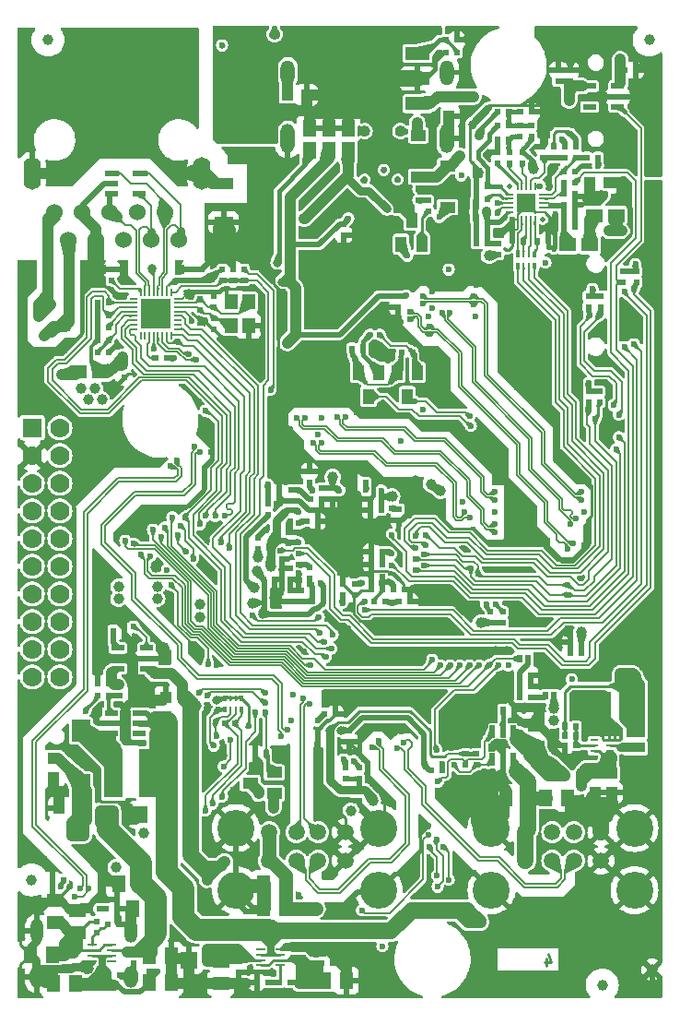
<source format=gbr>
%TF.GenerationSoftware,KiCad,Pcbnew,7.0.9-7.0.9~ubuntu22.04.1*%
%TF.CreationDate,2026-01-29T14:23:21+02:00*%
%TF.ProjectId,ESP32-P4-PC_Rev_B,45535033-322d-4503-942d-50435f526576,B*%
%TF.SameCoordinates,PX80befc0PY7459280*%
%TF.FileFunction,Copper,L4,Bot*%
%TF.FilePolarity,Positive*%
%FSLAX46Y46*%
G04 Gerber Fmt 4.6, Leading zero omitted, Abs format (unit mm)*
G04 Created by KiCad (PCBNEW 7.0.9-7.0.9~ubuntu22.04.1) date 2026-01-29 14:23:21*
%MOMM*%
%LPD*%
G01*
G04 APERTURE LIST*
%ADD10C,0.254000*%
%TA.AperFunction,NonConductor*%
%ADD11C,0.254000*%
%TD*%
%TA.AperFunction,ComponentPad*%
%ADD12O,1.300000X2.000000*%
%TD*%
%TA.AperFunction,ComponentPad*%
%ADD13O,1.200000X2.200000*%
%TD*%
%TA.AperFunction,ComponentPad*%
%ADD14O,1.300000X2.300000*%
%TD*%
%TA.AperFunction,ComponentPad*%
%ADD15O,1.300000X2.700000*%
%TD*%
%TA.AperFunction,ComponentPad*%
%ADD16C,1.600000*%
%TD*%
%TA.AperFunction,ComponentPad*%
%ADD17C,2.400000*%
%TD*%
%TA.AperFunction,ComponentPad*%
%ADD18C,3.400000*%
%TD*%
%TA.AperFunction,ComponentPad*%
%ADD19C,1.500000*%
%TD*%
%TA.AperFunction,ComponentPad*%
%ADD20C,1.000000*%
%TD*%
%TA.AperFunction,ComponentPad*%
%ADD21C,1.800000*%
%TD*%
%TA.AperFunction,ComponentPad*%
%ADD22O,1.600000X2.999999*%
%TD*%
%TA.AperFunction,ComponentPad*%
%ADD23C,1.524000*%
%TD*%
%TA.AperFunction,ComponentPad*%
%ADD24R,1.524000X1.524000*%
%TD*%
%TA.AperFunction,ComponentPad*%
%ADD25R,1.778000X1.778000*%
%TD*%
%TA.AperFunction,ComponentPad*%
%ADD26C,1.778000*%
%TD*%
%TA.AperFunction,SMDPad,CuDef*%
%ADD27R,0.550000X0.500000*%
%TD*%
%TA.AperFunction,SMDPad,CuDef*%
%ADD28R,0.500000X0.550000*%
%TD*%
%TA.AperFunction,SMDPad,CuDef*%
%ADD29R,1.270000X1.524000*%
%TD*%
%TA.AperFunction,SMDPad,CuDef*%
%ADD30R,1.524000X1.270000*%
%TD*%
%TA.AperFunction,SMDPad,CuDef*%
%ADD31R,1.016000X1.016000*%
%TD*%
%TA.AperFunction,SMDPad,CuDef*%
%ADD32R,1.200000X0.550000*%
%TD*%
%TA.AperFunction,SMDPad,CuDef*%
%ADD33C,1.000000*%
%TD*%
%TA.AperFunction,SMDPad,CuDef*%
%ADD34R,1.200000X1.400000*%
%TD*%
%TA.AperFunction,SMDPad,CuDef*%
%ADD35R,1.750000X4.500000*%
%TD*%
%TA.AperFunction,SMDPad,CuDef*%
%ADD36R,1.700000X2.000000*%
%TD*%
%TA.AperFunction,SMDPad,CuDef*%
%ADD37R,1.192000X1.746000*%
%TD*%
%TA.AperFunction,SMDPad,CuDef*%
%ADD38R,1.000000X1.400000*%
%TD*%
%TA.AperFunction,SMDPad,CuDef*%
%ADD39R,1.400000X1.000000*%
%TD*%
%TA.AperFunction,SMDPad,CuDef*%
%ADD40R,2.235200X1.219200*%
%TD*%
%TA.AperFunction,SMDPad,CuDef*%
%ADD41R,2.200000X3.600000*%
%TD*%
%TA.AperFunction,SMDPad,CuDef*%
%ADD42R,1.800000X0.900000*%
%TD*%
%TA.AperFunction,SMDPad,CuDef*%
%ADD43R,0.508000X0.762000*%
%TD*%
%TA.AperFunction,SMDPad,CuDef*%
%ADD44R,0.550000X1.200000*%
%TD*%
%TA.AperFunction,FiducialPad,Global*%
%ADD45C,1.000000*%
%TD*%
%TA.AperFunction,SMDPad,CuDef*%
%ADD46R,0.800000X0.200000*%
%TD*%
%TA.AperFunction,SMDPad,CuDef*%
%ADD47R,0.200000X0.800000*%
%TD*%
%TA.AperFunction,ComponentPad*%
%ADD48C,0.600000*%
%TD*%
%TA.AperFunction,SMDPad,CuDef*%
%ADD49R,2.800000X2.800000*%
%TD*%
%TA.AperFunction,SMDPad,CuDef*%
%ADD50R,1.778000X1.016000*%
%TD*%
%TA.AperFunction,SMDPad,CuDef*%
%ADD51R,0.900000X0.250000*%
%TD*%
%TA.AperFunction,SMDPad,CuDef*%
%ADD52R,0.325000X0.625000*%
%TD*%
%TA.AperFunction,SMDPad,CuDef*%
%ADD53R,0.250000X0.625000*%
%TD*%
%TA.AperFunction,HeatsinkPad*%
%ADD54R,1.400000X1.400000*%
%TD*%
%TA.AperFunction,HeatsinkPad*%
%ADD55R,1.700000X1.700000*%
%TD*%
%TA.AperFunction,FiducialPad,Local*%
%ADD56C,0.500000*%
%TD*%
%TA.AperFunction,SMDPad,CuDef*%
%ADD57R,0.700000X0.250000*%
%TD*%
%TA.AperFunction,ViaPad*%
%ADD58C,0.600000*%
%TD*%
%TA.AperFunction,ViaPad*%
%ADD59C,1.000000*%
%TD*%
%TA.AperFunction,ViaPad*%
%ADD60C,0.900000*%
%TD*%
%TA.AperFunction,ViaPad*%
%ADD61C,0.800000*%
%TD*%
%TA.AperFunction,Conductor*%
%ADD62C,0.254000*%
%TD*%
%TA.AperFunction,Conductor*%
%ADD63C,0.508000*%
%TD*%
%TA.AperFunction,Conductor*%
%ADD64C,0.127000*%
%TD*%
%TA.AperFunction,Conductor*%
%ADD65C,0.762000*%
%TD*%
%TA.AperFunction,Conductor*%
%ADD66C,0.406400*%
%TD*%
%TA.AperFunction,Conductor*%
%ADD67C,1.016000*%
%TD*%
%TA.AperFunction,Conductor*%
%ADD68C,0.304800*%
%TD*%
%TA.AperFunction,Conductor*%
%ADD69C,1.524000*%
%TD*%
%TA.AperFunction,Conductor*%
%ADD70C,0.203200*%
%TD*%
%TA.AperFunction,Conductor*%
%ADD71C,1.270000*%
%TD*%
%TA.AperFunction,Conductor*%
%ADD72C,2.540000*%
%TD*%
%TA.AperFunction,Conductor*%
%ADD73C,0.177800*%
%TD*%
%TA.AperFunction,Conductor*%
%ADD74C,2.032000*%
%TD*%
%TA.AperFunction,Conductor*%
%ADD75C,0.635000*%
%TD*%
%TA.AperFunction,Conductor*%
%ADD76C,0.558800*%
%TD*%
G04 APERTURE END LIST*
D10*
D11*
X48940561Y4069881D02*
X48940561Y3392548D01*
X49182466Y4456928D02*
X49424371Y3731214D01*
X49424371Y3731214D02*
X48795418Y3731214D01*
D12*
%TO.P,USB-Serial/JTAG1,0,SHELL*%
%TO.N,GND*%
X2180000Y2350000D03*
X10820000Y2350000D03*
D13*
X2180000Y6530000D03*
X10820000Y6530000D03*
%TD*%
D14*
%TO.P,HDMI1,0,21*%
%TO.N,GND*%
X25200000Y85350000D03*
D15*
X25200000Y79300000D03*
D14*
X39800000Y85350000D03*
D15*
X39800000Y79300000D03*
%TD*%
D16*
%TO.P,U1,105,GND*%
%TO.N,GND*%
X30481000Y39752000D03*
X27481000Y42752000D03*
D17*
X30481000Y42752000D03*
D16*
X33481000Y42752000D03*
X30481000Y45752000D03*
%TD*%
D18*
%TO.P,USB_HOST3-4,0*%
%TO.N,GND*%
X43930000Y16000000D03*
X43930000Y10300000D03*
X57070000Y16000000D03*
X57070000Y10300000D03*
D19*
%TO.P,USB_HOST3-4,1.1*%
%TO.N,/+5V_USB_HOST*%
X47000000Y15620000D03*
%TO.P,USB_HOST3-4,1.2*%
%TO.N,/USB_D3-*%
X49500000Y15620000D03*
%TO.P,USB_HOST3-4,1.3*%
%TO.N,/USB_D3+*%
X51500000Y15620000D03*
%TO.P,USB_HOST3-4,1.4*%
%TO.N,GND*%
X54000000Y15620000D03*
%TO.P,USB_HOST3-4,2.1*%
%TO.N,/+5V_USB_HOST*%
X47000000Y13000000D03*
%TO.P,USB_HOST3-4,2.2*%
%TO.N,/USB_D4-*%
X49500000Y13000000D03*
%TO.P,USB_HOST3-4,2.3*%
%TO.N,/USB_D4+*%
X51500000Y13000000D03*
%TO.P,USB_HOST3-4,2.4*%
%TO.N,GND*%
X54000000Y13000000D03*
%TD*%
D18*
%TO.P,USB_HOST1-2,0*%
%TO.N,GND*%
X20430000Y16000000D03*
X20430000Y10300000D03*
X33570000Y16000000D03*
X33570000Y10300000D03*
D19*
%TO.P,USB_HOST1-2,1.1*%
%TO.N,/+5V_USB_HOST*%
X23500000Y15620000D03*
%TO.P,USB_HOST1-2,1.2*%
%TO.N,/USB_D1-*%
X26000000Y15620000D03*
%TO.P,USB_HOST1-2,1.3*%
%TO.N,/USB_D1+*%
X28000000Y15620000D03*
%TO.P,USB_HOST1-2,1.4*%
%TO.N,GND*%
X30500000Y15620000D03*
%TO.P,USB_HOST1-2,2.1*%
%TO.N,/+5V_USB_HOST*%
X23500000Y13000000D03*
%TO.P,USB_HOST1-2,2.2*%
%TO.N,/USB_D2-*%
X26000000Y13000000D03*
%TO.P,USB_HOST1-2,2.3*%
%TO.N,/USB_D2+*%
X28000000Y13000000D03*
%TO.P,USB_HOST1-2,2.4*%
%TO.N,GND*%
X30500000Y13000000D03*
%TD*%
D20*
%TO.P,U12,65,VSS*%
%TO.N,GND*%
X28870000Y63620000D03*
X33870000Y63620000D03*
D21*
X31370000Y66120000D03*
D20*
X28870000Y68620000D03*
X33870000Y68620000D03*
%TD*%
D22*
%TO.P,LAN1,0,Shield*%
%TO.N,/LAN_Shield*%
X17300000Y76100000D03*
X1700000Y76100000D03*
D23*
%TO.P,LAN1,1,TD+*%
%TO.N,/TD+*%
X15215000Y69960000D03*
%TO.P,LAN1,2,TD-*%
%TO.N,/TD-*%
X13945000Y72500000D03*
%TO.P,LAN1,3,RD+*%
%TO.N,/RD+*%
X12675000Y69960000D03*
%TO.P,LAN1,4,TCT*%
%TO.N,Net-(LAN1-TCT)*%
X11405000Y72500000D03*
%TO.P,LAN1,5,RCT*%
%TO.N,Net-(LAN1-RCT)*%
X10135000Y69960000D03*
%TO.P,LAN1,6,RD-*%
%TO.N,/RD-*%
X8865000Y72500000D03*
%TO.P,LAN1,7,GND/NC*%
%TO.N,GND*%
X7595000Y69960000D03*
%TO.P,LAN1,8,NC/GND*%
X6325000Y72500000D03*
%TO.P,LAN1,9,PW+*%
%TO.N,/PW+*%
X5055000Y69960000D03*
%TO.P,LAN1,10,PW-*%
%TO.N,/PW-*%
X3785000Y72500000D03*
%TD*%
%TO.P,C117,1,+*%
%TO.N,/DCDC_VIN*%
X16130000Y7367200D03*
D24*
%TO.P,C117,2,-*%
%TO.N,GND*%
X16130000Y3867200D03*
%TD*%
D25*
%TO.P,EXT1,1,1*%
%TO.N,+3.3V*%
X1730000Y52730000D03*
D26*
%TO.P,EXT1,2,2*%
%TO.N,+5V*%
X4270000Y52730000D03*
%TO.P,EXT1,3,3*%
%TO.N,GND*%
X1730000Y50190000D03*
%TO.P,EXT1,4,4*%
%TO.N,/GPIO26{slash}USB1P1_1N*%
X4270000Y50190000D03*
%TO.P,EXT1,5,5*%
%TO.N,/ESP_EN*%
X1730000Y47650000D03*
%TO.P,EXT1,6,6*%
%TO.N,/GPIO27{slash}USB1P1_1P*%
X4270000Y47650000D03*
%TO.P,EXT1,7,7*%
%TO.N,/GPIO2\u005CUser_Led*%
X1730000Y45110000D03*
%TO.P,EXT1,8,8*%
%TO.N,/GPIO14*%
X4270000Y45110000D03*
%TO.P,EXT1,9,9*%
%TO.N,/GPIO15*%
X1730000Y42570000D03*
%TO.P,EXT1,10,10*%
%TO.N,/GPIO16*%
X4270000Y42570000D03*
%TO.P,EXT1,11,11*%
%TO.N,/GPIO17*%
X1730000Y40030000D03*
%TO.P,EXT1,12,12*%
%TO.N,/GPIO18*%
X4270000Y40030000D03*
%TO.P,EXT1,13,13*%
%TO.N,/GPIO19*%
X1730000Y37490000D03*
%TO.P,EXT1,14,14*%
%TO.N,/GPIO20{slash}BAT_SENSE*%
X4270000Y37490000D03*
%TO.P,EXT1,15,15*%
%TO.N,/GPIO32{slash}EXT_PWR_SEN*%
X1730000Y34950000D03*
%TO.P,EXT1,16,16*%
%TO.N,/GPIO33*%
X4270000Y34950000D03*
%TO.P,EXT1,17,17*%
%TO.N,/GPIO36*%
X1730000Y32410000D03*
%TO.P,EXT1,18,18*%
%TO.N,/GPIO46*%
X4270000Y32410000D03*
%TO.P,EXT1,19,19*%
%TO.N,/GPIO47*%
X1730000Y29870000D03*
%TO.P,EXT1,20,20*%
%TO.N,/GPIO48*%
X4270000Y29870000D03*
%TD*%
D27*
%TO.P,R19,1*%
%TO.N,/ESP_EN*%
X21210000Y67263000D03*
%TO.P,R19,2*%
%TO.N,/PHY_RSTN*%
X21210000Y66247000D03*
%TD*%
%TO.P,C82,1*%
%TO.N,+3.3VA*%
X51182000Y84535000D03*
%TO.P,C82,2*%
%TO.N,GNDA*%
X51182000Y85551000D03*
%TD*%
D28*
%TO.P,C61,1*%
%TO.N,GND*%
X24004000Y38815000D03*
%TO.P,C61,2*%
%TO.N,/ESP_LDO_VO4*%
X22988000Y38815000D03*
%TD*%
%TO.P,R5,1*%
%TO.N,GND*%
X9526000Y8589000D03*
%TO.P,R5,2*%
%TO.N,Net-(USB-Serial/JTAG1-CC2)*%
X8510000Y8589000D03*
%TD*%
%TO.P,R103,1*%
%TO.N,Net-(U16-PR1)*%
X23369000Y1858000D03*
%TO.P,R103,2*%
%TO.N,GND*%
X22353000Y1858000D03*
%TD*%
D29*
%TO.P,C125,1*%
%TO.N,+5V_EXT*%
X12447000Y1858000D03*
%TO.P,C125,2*%
%TO.N,GND*%
X14479000Y1858000D03*
%TD*%
D30*
%TO.P,C74,1*%
%TO.N,+5V*%
X48007000Y23448000D03*
%TO.P,C74,2*%
%TO.N,GND*%
X48007000Y25480000D03*
%TD*%
D27*
%TO.P,R2,1*%
%TO.N,Net-(U1-CSI_REXT)*%
X27179000Y47705000D03*
%TO.P,R2,2*%
%TO.N,GND*%
X27179000Y48721000D03*
%TD*%
D31*
%TO.P,C123,1*%
%TO.N,+5V*%
X5970000Y17860000D03*
%TO.P,C123,2*%
%TO.N,GND*%
X4192000Y17860000D03*
%TD*%
D28*
%TO.P,C69,1*%
%TO.N,/VD33_O*%
X28957000Y24210000D03*
%TO.P,C69,2*%
%TO.N,GND*%
X27941000Y24210000D03*
%TD*%
%TO.P,C99,1*%
%TO.N,Net-(U8-AVDD)*%
X43562000Y69676000D03*
%TO.P,C99,2*%
%TO.N,GNDA*%
X42546000Y69676000D03*
%TD*%
%TO.P,C4,1*%
%TO.N,+3.3V*%
X33910000Y41355000D03*
%TO.P,C4,2*%
%TO.N,GND*%
X32894000Y41355000D03*
%TD*%
D27*
%TO.P,C121,1*%
%TO.N,GND*%
X20702000Y2747000D03*
%TO.P,C121,2*%
%TO.N,VBAT*%
X20702000Y3763000D03*
%TD*%
D29*
%TO.P,C135,1*%
%TO.N,GND*%
X9653000Y10875000D03*
%TO.P,C135,2*%
%TO.N,+5VP*%
X11685000Y10875000D03*
%TD*%
D32*
%TO.P,U15,1,CHRGb*%
%TO.N,Net-(U15-CHRGb)*%
X12223000Y32526000D03*
%TO.P,U15,2,GND*%
%TO.N,GND*%
X12223000Y31576000D03*
%TO.P,U15,3,VBAT*%
%TO.N,VBAT*%
X12223000Y30626000D03*
%TO.P,U15,4,VCC*%
%TO.N,+5V_EXT*%
X9623000Y30626000D03*
%TO.P,U15,5,PROG*%
%TO.N,Net-(U15-PROG)*%
X9623000Y32526000D03*
%TD*%
D27*
%TO.P,C96,1*%
%TO.N,LT8912_VCCA*%
X30354000Y71454000D03*
%TO.P,C96,2*%
%TO.N,GND*%
X30354000Y70438000D03*
%TD*%
%TO.P,C36,1*%
%TO.N,/ESP_LDO_VO1*%
X22480000Y41609000D03*
%TO.P,C36,2*%
%TO.N,GND*%
X22480000Y42625000D03*
%TD*%
D28*
%TO.P,C40,1*%
%TO.N,GND*%
X36450000Y36783000D03*
%TO.P,C40,2*%
%TO.N,/ESP_EN*%
X35434000Y36783000D03*
%TD*%
D31*
%TO.P,C63,1*%
%TO.N,+3.3V*%
X56135000Y26496000D03*
%TO.P,C63,2*%
%TO.N,GND*%
X54357000Y26496000D03*
%TD*%
D27*
%TO.P,C25,1*%
%TO.N,GND*%
X18416000Y61802000D03*
%TO.P,C25,2*%
%TO.N,Net-(U2-X2)*%
X18416000Y62818000D03*
%TD*%
%TO.P,C53,1*%
%TO.N,GND*%
X25401000Y36783000D03*
%TO.P,C53,2*%
%TO.N,+3.3V*%
X25401000Y37799000D03*
%TD*%
D29*
%TO.P,L7,1,1*%
%TO.N,VCC_1.8V*%
X28957000Y80217000D03*
%TO.P,L7,2,2*%
%TO.N,LT8912_VCCA*%
X28957000Y78185000D03*
%TD*%
D27*
%TO.P,R67,1*%
%TO.N,/OVCUR#*%
X42546000Y21797000D03*
%TO.P,R67,2*%
%TO.N,/VD33_O*%
X42546000Y22813000D03*
%TD*%
%TO.P,R27,1*%
%TO.N,+3.3V*%
X43816000Y34878000D03*
%TO.P,R27,2*%
%TO.N,/CSI_IO0\u005CReset*%
X43816000Y35894000D03*
%TD*%
D31*
%TO.P,C122,1*%
%TO.N,+5V*%
X3684000Y22432000D03*
%TO.P,C122,2*%
%TO.N,GND*%
X3684000Y20654000D03*
%TD*%
D28*
%TO.P,C3,1*%
%TO.N,+3.3V*%
X33910000Y40212000D03*
%TO.P,C3,2*%
%TO.N,GND*%
X32894000Y40212000D03*
%TD*%
%TO.P,R61,1*%
%TO.N,LT8912_VDD*%
X35688000Y59643000D03*
%TO.P,R61,2*%
%TO.N,/LT8912_SCL*%
X36704000Y59643000D03*
%TD*%
D31*
%TO.P,C75,1*%
%TO.N,VCC_1.8V*%
X26925000Y83265000D03*
%TO.P,C75,2*%
%TO.N,GND*%
X25147000Y83265000D03*
%TD*%
D33*
%TO.P,VO4,1,Pad*%
%TO.N,/ESP_LDO_VO4*%
X21972000Y36656000D03*
%TD*%
D28*
%TO.P,C56,1*%
%TO.N,+3.3V*%
X52198000Y33100000D03*
%TO.P,C56,2*%
%TO.N,GND*%
X51182000Y33100000D03*
%TD*%
D31*
%TO.P,C34,1*%
%TO.N,/DCDC_VIN*%
X53468000Y21035000D03*
%TO.P,C34,2*%
%TO.N,GND*%
X53468000Y19257000D03*
%TD*%
D28*
%TO.P,C87,1*%
%TO.N,Net-(U8-DVDD)*%
X50547000Y72216000D03*
%TO.P,C87,2*%
%TO.N,GNDA*%
X51563000Y72216000D03*
%TD*%
%TO.P,R50,1*%
%TO.N,GND*%
X40768000Y88345000D03*
%TO.P,R50,2*%
%TO.N,Net-(VR1-ADJ{slash}GND)*%
X39752000Y88345000D03*
%TD*%
D27*
%TO.P,R71,1*%
%TO.N,Net-(Q5-B)*%
X38101000Y72597000D03*
%TO.P,R71,2*%
%TO.N,/HPD_DET*%
X38101000Y73613000D03*
%TD*%
D28*
%TO.P,C88,1*%
%TO.N,Net-(U8-DACVREF)*%
X43562000Y73740000D03*
%TO.P,C88,2*%
%TO.N,GNDA*%
X42546000Y73740000D03*
%TD*%
D30*
%TO.P,C129,1*%
%TO.N,GND*%
X19051000Y1731000D03*
%TO.P,C129,2*%
%TO.N,VBAT*%
X19051000Y3763000D03*
%TD*%
D27*
%TO.P,R55,1*%
%TO.N,/VD33_O*%
X31751000Y20527000D03*
%TO.P,R55,2*%
%TO.N,Net-(U7-BUSJ)*%
X31751000Y21543000D03*
%TD*%
D29*
%TO.P,C90,1*%
%TO.N,GND*%
X22988000Y8716000D03*
%TO.P,C90,2*%
%TO.N,/+5V_USB_HOST*%
X25020000Y8716000D03*
%TD*%
D27*
%TO.P,R82,1*%
%TO.N,Net-(C104-Pad1)*%
X47626000Y80471000D03*
%TO.P,R82,2*%
%TO.N,/MICP*%
X47626000Y79455000D03*
%TD*%
D28*
%TO.P,R35,1*%
%TO.N,/3.3V_PHY*%
X7748000Y64215000D03*
%TO.P,R35,2*%
%TO.N,/MDIO*%
X8764000Y64215000D03*
%TD*%
D27*
%TO.P,C51,1*%
%TO.N,GND*%
X25401000Y39831000D03*
%TO.P,C51,2*%
%TO.N,+3.3V*%
X25401000Y38815000D03*
%TD*%
D31*
%TO.P,C37,1*%
%TO.N,/DCDC_VIN*%
X54992000Y21035000D03*
%TO.P,C37,2*%
%TO.N,GND*%
X54992000Y19257000D03*
%TD*%
D34*
%TO.P,Q2,1,1*%
%TO.N,Net-(U2-X1)*%
X21629000Y64299000D03*
%TO.P,Q2,2,2*%
%TO.N,Net-(U2-X2)*%
X20029000Y62099000D03*
%TO.P,Q2,3,case*%
%TO.N,GND*%
X20029000Y64299000D03*
X21629000Y62099000D03*
%TD*%
D28*
%TO.P,R78,1*%
%TO.N,Net-(C104-Pad1)*%
X45467000Y81741000D03*
%TO.P,R78,2*%
%TO.N,Net-(U8-AVDD)*%
X44451000Y81741000D03*
%TD*%
%TO.P,R90,1*%
%TO.N,Net-(BAT_SENS_E2-Pad1)*%
X47499000Y28020000D03*
%TO.P,R90,2*%
%TO.N,Net-(BAT_SENS_E1-Pad1)*%
X46483000Y28020000D03*
%TD*%
D27*
%TO.P,R93,1*%
%TO.N,/GPIO22{slash}I2C_SDA2*%
X53976000Y63834000D03*
%TO.P,R93,2*%
%TO.N,+3.3V*%
X53976000Y64850000D03*
%TD*%
D28*
%TO.P,C48,1*%
%TO.N,/ESP_LDO_VO4*%
X28449000Y36783000D03*
%TO.P,C48,2*%
%TO.N,GND*%
X27433000Y36783000D03*
%TD*%
%TO.P,C85,1*%
%TO.N,Net-(U8-DVDD)*%
X50547000Y73232000D03*
%TO.P,C85,2*%
%TO.N,GNDA*%
X51563000Y73232000D03*
%TD*%
D30*
%TO.P,L9,1,1*%
%TO.N,+3.3V*%
X55373000Y72216000D03*
%TO.P,L9,2,2*%
%TO.N,+3.3VA*%
X53341000Y72216000D03*
%TD*%
D27*
%TO.P,R29,1*%
%TO.N,+3.3V*%
X52833000Y56087000D03*
%TO.P,R29,2*%
%TO.N,/GPIO8\u005CI2C_SCL*%
X52833000Y55071000D03*
%TD*%
D35*
%TO.P,L11,1,1*%
%TO.N,/LX2*%
X9196000Y21035000D03*
%TO.P,L11,2,2*%
%TO.N,/DCDC_VIN*%
X12396000Y21035000D03*
%TD*%
D36*
%TO.P,D4,1,K*%
%TO.N,+5V*%
X6224000Y19932000D03*
D37*
X6224000Y20059000D03*
%TO.P,D4,2,A*%
%TO.N,/LX2*%
X6224000Y24805000D03*
D36*
X6224000Y24932000D03*
%TD*%
D27*
%TO.P,R17,1*%
%TO.N,Net-(U2-ISET)*%
X9018000Y66247000D03*
%TO.P,R17,2*%
%TO.N,GND*%
X9018000Y67263000D03*
%TD*%
%TO.P,R77,1*%
%TO.N,+3.3VA*%
X44578000Y68660000D03*
%TO.P,R77,2*%
%TO.N,Net-(U8-AVDD)*%
X44578000Y69676000D03*
%TD*%
D28*
%TO.P,C80,1*%
%TO.N,Net-(U8-SCLK{slash}DMIC_SCL)*%
X48134000Y69930000D03*
%TO.P,C80,2*%
%TO.N,GNDA*%
X49150000Y69930000D03*
%TD*%
D27*
%TO.P,C97,1*%
%TO.N,/MICN*%
X45594000Y78058000D03*
%TO.P,C97,2*%
%TO.N,Net-(U8-MIC1N)*%
X45594000Y77042000D03*
%TD*%
D29*
%TO.P,C133,1*%
%TO.N,GND*%
X1525000Y4398000D03*
%TO.P,C133,2*%
%TO.N,+5V_USB*%
X3557000Y4398000D03*
%TD*%
%TO.P,L8,1,1*%
%TO.N,VCC_1.8V*%
X30735000Y80217000D03*
%TO.P,L8,2,2*%
%TO.N,LT8912_VDD*%
X30735000Y78185000D03*
%TD*%
D27*
%TO.P,C46,1*%
%TO.N,GND*%
X31370000Y37418000D03*
%TO.P,C46,2*%
%TO.N,+3.3V*%
X31370000Y38434000D03*
%TD*%
D28*
%TO.P,R52,1*%
%TO.N,VCC_1.8V*%
X39752000Y87202000D03*
%TO.P,R52,2*%
%TO.N,Net-(VR1-ADJ{slash}GND)*%
X40768000Y87202000D03*
%TD*%
D27*
%TO.P,R92,1*%
%TO.N,/GPIO23{slash}I2C_SCL2*%
X52833000Y63834000D03*
%TO.P,R92,2*%
%TO.N,+3.3V*%
X52833000Y64850000D03*
%TD*%
%TO.P,R66,1*%
%TO.N,/PWREN#*%
X41530000Y21797000D03*
%TO.P,R66,2*%
%TO.N,/VD33_O*%
X41530000Y22813000D03*
%TD*%
D28*
%TO.P,R53,1*%
%TO.N,GND*%
X29592000Y26496000D03*
%TO.P,R53,2*%
%TO.N,Net-(U7-REXT)*%
X28576000Y26496000D03*
%TD*%
D38*
%TO.P,FET6,1,G*%
%TO.N,LT8912_VDD*%
X31690040Y57829440D03*
%TO.P,FET6,2,S*%
%TO.N,/LT8912_SDA*%
X33592500Y57829440D03*
%TO.P,FET6,3,D*%
%TO.N,/GPIO7\u005CI2C_SDA*%
X32637460Y55619640D03*
%TD*%
D29*
%TO.P,C134,1*%
%TO.N,GND*%
X14479000Y4271000D03*
%TO.P,C134,2*%
%TO.N,+5VP*%
X12447000Y4271000D03*
%TD*%
D28*
%TO.P,R102,1*%
%TO.N,Net-(U15-PROG)*%
X9145000Y34116000D03*
%TO.P,R102,2*%
%TO.N,GND*%
X10161000Y34116000D03*
%TD*%
D27*
%TO.P,C26,1*%
%TO.N,/PHY_RSTN*%
X20194000Y66247000D03*
%TO.P,C26,2*%
%TO.N,GND*%
X20194000Y67263000D03*
%TD*%
D39*
%TO.P,D2,1,K*%
%TO.N,Net-(D2-K)*%
X39879000Y72983000D03*
%TO.P,D2,2,A*%
%TO.N,+5V*%
X39879000Y76783000D03*
%TD*%
D27*
%TO.P,C5,1*%
%TO.N,GND*%
X35434000Y44276000D03*
%TO.P,C5,2*%
%TO.N,+3.3V*%
X35434000Y45292000D03*
%TD*%
D31*
%TO.P,C124,1*%
%TO.N,/DCDC_VIN*%
X13971000Y26242000D03*
%TO.P,C124,2*%
%TO.N,GND*%
X13971000Y28020000D03*
%TD*%
%TO.P,C64,1*%
%TO.N,+3.3V*%
X56135000Y28020000D03*
%TO.P,C64,2*%
%TO.N,GND*%
X54357000Y28020000D03*
%TD*%
D27*
%TO.P,C84,1*%
%TO.N,Net-(U8-VMID)*%
X44451000Y77042000D03*
%TO.P,C84,2*%
%TO.N,GNDA*%
X44451000Y78058000D03*
%TD*%
D33*
%TO.P,GND2,1,Pad*%
%TO.N,GND*%
X58675000Y3001000D03*
%TD*%
D28*
%TO.P,C81,1*%
%TO.N,Net-(U8-MCLK)*%
X50547000Y74248000D03*
%TO.P,C81,2*%
%TO.N,GNDA*%
X51563000Y74248000D03*
%TD*%
D38*
%TO.P,Q5,1,B*%
%TO.N,Net-(Q5-B)*%
X37526960Y69584560D03*
%TO.P,Q5,2,E*%
%TO.N,/TX_HPD*%
X35624500Y69584560D03*
%TO.P,Q5,3,C*%
%TO.N,VCC_1.8V*%
X36579540Y71794360D03*
%TD*%
D32*
%TO.P,VR2,1,VIN*%
%TO.N,+5V*%
X55530000Y84088000D03*
%TO.P,VR2,2,VSS*%
%TO.N,GNDA*%
X55530000Y83138000D03*
%TO.P,VR2,3,CE*%
%TO.N,/GPIO6\u005CCODEC_PWR_DIS#*%
X55530000Y82188000D03*
%TO.P,VR2,4*%
%TO.N,unconnected-(VR2-Pad4)*%
X52930000Y82188000D03*
%TO.P,VR2,5,VOUT*%
%TO.N,+3.3VA*%
X52930000Y84088000D03*
%TD*%
D27*
%TO.P,R24,1*%
%TO.N,Net-(U13-PR1)*%
X7621000Y6430000D03*
%TO.P,R24,2*%
%TO.N,+5V_USB*%
X7621000Y7446000D03*
%TD*%
%TO.P,C23,1*%
%TO.N,/3.3V_PHY*%
X16130000Y66247000D03*
%TO.P,C23,2*%
%TO.N,GND*%
X16130000Y67263000D03*
%TD*%
D28*
%TO.P,R34,1*%
%TO.N,/3.3V_PHY*%
X7748000Y63072000D03*
%TO.P,R34,2*%
%TO.N,/MDC*%
X8764000Y63072000D03*
%TD*%
D27*
%TO.P,C119,1*%
%TO.N,GND*%
X5462000Y3255000D03*
%TO.P,C119,2*%
%TO.N,+5V_USB*%
X5462000Y4271000D03*
%TD*%
%TO.P,R28,1*%
%TO.N,+3.3V*%
X44959000Y34878000D03*
%TO.P,R28,2*%
%TO.N,/CSI_IO1\u005CStrobe*%
X44959000Y35894000D03*
%TD*%
D28*
%TO.P,R95,1*%
%TO.N,+5V*%
X7748000Y28147000D03*
%TO.P,R95,2*%
%TO.N,Net-(U14-FB)*%
X8764000Y28147000D03*
%TD*%
%TO.P,C33,1*%
%TO.N,GND*%
X24385000Y46816000D03*
%TO.P,C33,2*%
%TO.N,Net-(U1-NC(VDD_HP_1))*%
X23369000Y46816000D03*
%TD*%
D40*
%TO.P,VR1,1,ADJ/GND*%
%TO.N,Net-(VR1-ADJ{slash}GND)*%
X37135800Y87100400D03*
D41*
%TO.P,VR1,2,OUT*%
%TO.N,VCC_1.8V*%
X30938000Y84789000D03*
D40*
X37135800Y84789000D03*
%TO.P,VR1,3,IN*%
%TO.N,+3.3V*%
X37135800Y82477600D03*
%TD*%
D31*
%TO.P,C66,1*%
%TO.N,+3.3V*%
X40006000Y83138000D03*
%TO.P,C66,2*%
%TO.N,GND*%
X40006000Y81360000D03*
%TD*%
D42*
%TO.P,L3,1,1*%
%TO.N,/SW1*%
X57151000Y23383000D03*
%TO.P,L3,2,2*%
%TO.N,+3.3V*%
X57151000Y24783000D03*
%TD*%
D28*
%TO.P,C79,1*%
%TO.N,Net-(U8-LRCK)*%
X46864000Y69930000D03*
%TO.P,C79,2*%
%TO.N,GNDA*%
X45848000Y69930000D03*
%TD*%
%TO.P,C42,1*%
%TO.N,GND*%
X32894000Y37926000D03*
%TO.P,C42,2*%
%TO.N,+3.3V*%
X33910000Y37926000D03*
%TD*%
D27*
%TO.P,R33,1*%
%TO.N,/UART0_RX*%
X57278000Y66120000D03*
%TO.P,R33,2*%
%TO.N,+3.3V*%
X57278000Y67136000D03*
%TD*%
D43*
%TO.P,BAT_SENS_E1,1,1*%
%TO.N,Net-(BAT_SENS_E1-Pad1)*%
X47245000Y31576000D03*
%TO.P,BAT_SENS_E1,2,2*%
%TO.N,/GPIO20{slash}BAT_SENSE*%
X46483000Y31576000D03*
%TD*%
D28*
%TO.P,C77,1*%
%TO.N,Net-(U8-CCLK{slash}SCL)*%
X50547000Y76280000D03*
%TO.P,C77,2*%
%TO.N,GNDA*%
X51563000Y76280000D03*
%TD*%
%TO.P,R45,1*%
%TO.N,Net-(U4-FB)*%
X51690000Y23575000D03*
%TO.P,R45,2*%
%TO.N,GND*%
X50674000Y23575000D03*
%TD*%
%TO.P,R51,1*%
%TO.N,GND*%
X45975000Y26877000D03*
%TO.P,R51,2*%
%TO.N,Net-(U6-ISET)*%
X44959000Y26877000D03*
%TD*%
D27*
%TO.P,R59,1*%
%TO.N,Net-(U8-CDATA{slash}SDA)*%
X50674000Y77550000D03*
%TO.P,R59,2*%
%TO.N,Net-(FET3-S)*%
X50674000Y78566000D03*
%TD*%
D33*
%TO.P,CORE1,1,Pad*%
%TO.N,VDD_CORE*%
X38355000Y47578000D03*
%TD*%
D27*
%TO.P,C55,1*%
%TO.N,GND*%
X25274000Y43133000D03*
%TO.P,C55,2*%
%TO.N,+1V8*%
X25274000Y42117000D03*
%TD*%
D44*
%TO.P,U6,1,VOUT*%
%TO.N,/+5V_USB_HOST*%
X45909000Y22274900D03*
%TO.P,U6,2,GND*%
%TO.N,GND*%
X44959000Y22274900D03*
%TO.P,U6,3,FLAG#*%
%TO.N,/OVCUR#*%
X44009000Y22274900D03*
%TO.P,U6,4,EN#*%
%TO.N,/PWREN#*%
X44009000Y24875100D03*
%TO.P,U6,5,ISET*%
%TO.N,Net-(U6-ISET)*%
X44959000Y24875100D03*
%TO.P,U6,6,VIN*%
%TO.N,+5V*%
X45909000Y24875100D03*
%TD*%
D28*
%TO.P,R62,1*%
%TO.N,LT8912_VDD*%
X31116000Y60024000D03*
%TO.P,R62,2*%
%TO.N,/LT8912_SDA*%
X32132000Y60024000D03*
%TD*%
%TO.P,C131,1*%
%TO.N,GND*%
X29338000Y3636000D03*
%TO.P,C131,2*%
%TO.N,+5V_EXT*%
X28322000Y3636000D03*
%TD*%
%TO.P,R58,1*%
%TO.N,Net-(U8-CCLK{slash}SCL)*%
X52706000Y77550000D03*
%TO.P,R58,2*%
%TO.N,Net-(FET4-S)*%
X53722000Y77550000D03*
%TD*%
D38*
%TO.P,FET5,1,G*%
%TO.N,LT8912_VDD*%
X35246040Y57829440D03*
%TO.P,FET5,2,S*%
%TO.N,/LT8912_SCL*%
X37148500Y57829440D03*
%TO.P,FET5,3,D*%
%TO.N,/GPIO8\u005CI2C_SCL*%
X36193460Y55619640D03*
%TD*%
D27*
%TO.P,C58,1*%
%TO.N,GND*%
X27204400Y38916600D03*
%TO.P,C58,2*%
%TO.N,+2.5V*%
X27204400Y39932600D03*
%TD*%
D28*
%TO.P,R1,1*%
%TO.N,Net-(U1-DSI_REXT)*%
X32386000Y47705000D03*
%TO.P,R1,2*%
%TO.N,GND*%
X31370000Y47705000D03*
%TD*%
D45*
%TO.P,FID6,Fid1,FID\u002A*%
%TO.N,unconnected-(FID6-FID\u002A-PadFid1)*%
X3176000Y88345000D03*
%TD*%
D28*
%TO.P,C57,1*%
%TO.N,+3.3V*%
X52198000Y32084000D03*
%TO.P,C57,2*%
%TO.N,GND*%
X51182000Y32084000D03*
%TD*%
D30*
%TO.P,L2,1,1*%
%TO.N,+3.3V*%
X5970000Y57865000D03*
%TO.P,L2,2,2*%
%TO.N,/3.3V_PHY*%
X8002000Y57865000D03*
%TD*%
D27*
%TO.P,C98,1*%
%TO.N,/MICP*%
X46737000Y78058000D03*
%TO.P,C98,2*%
%TO.N,Net-(U8-MIC1P{slash}DMIC_SDA)*%
X46737000Y77042000D03*
%TD*%
D45*
%TO.P,FID7,Fid1,FID\u002A*%
%TO.N,unconnected-(FID7-FID\u002A-PadFid1)*%
X58421000Y88345000D03*
%TD*%
D33*
%TO.P,VO2,1,Pad*%
%TO.N,+1V8*%
X23800800Y42396400D03*
%TD*%
D28*
%TO.P,C59,1*%
%TO.N,Net-(U4-FB)*%
X51690000Y25353000D03*
%TO.P,C59,2*%
%TO.N,+3.3V*%
X50674000Y25353000D03*
%TD*%
%TO.P,C39,1*%
%TO.N,GND*%
X24639000Y40720000D03*
%TO.P,C39,2*%
%TO.N,+1V8*%
X23623000Y40720000D03*
%TD*%
D27*
%TO.P,R68,1*%
%TO.N,+3.3VA*%
X50039000Y84535000D03*
%TO.P,R68,2*%
%TO.N,GNDA*%
X50039000Y85551000D03*
%TD*%
D28*
%TO.P,C83,1*%
%TO.N,Net-(U8-DVDD)*%
X50547000Y71200000D03*
%TO.P,C83,2*%
%TO.N,GNDA*%
X51563000Y71200000D03*
%TD*%
D27*
%TO.P,R18,1*%
%TO.N,/3.3V_PHY*%
X19178000Y67263000D03*
%TO.P,R18,2*%
%TO.N,/PHY_RSTN*%
X19178000Y66247000D03*
%TD*%
%TO.P,C24,1*%
%TO.N,GND*%
X18416000Y64850000D03*
%TO.P,C24,2*%
%TO.N,Net-(U2-X1)*%
X18416000Y63834000D03*
%TD*%
%TO.P,C11,1*%
%TO.N,+2.5V*%
X29338000Y47197000D03*
%TO.P,C11,2*%
%TO.N,GND*%
X29338000Y46181000D03*
%TD*%
D28*
%TO.P,C49,1*%
%TO.N,/ESP_LDO_VO4*%
X28449000Y37799000D03*
%TO.P,C49,2*%
%TO.N,GND*%
X27433000Y37799000D03*
%TD*%
D27*
%TO.P,C22,1*%
%TO.N,/3.3V_PHY*%
X17273000Y66247000D03*
%TO.P,C22,2*%
%TO.N,GND*%
X17273000Y67263000D03*
%TD*%
D32*
%TO.P,U14,1,LX*%
%TO.N,/LX2*%
X8987900Y24657000D03*
%TO.P,U14,2,GND*%
%TO.N,GND*%
X8987900Y25607000D03*
%TO.P,U14,3,FB*%
%TO.N,Net-(U14-FB)*%
X8987900Y26557000D03*
%TO.P,U14,4,EN*%
%TO.N,/DCDC_VIN*%
X11588100Y26557000D03*
%TO.P,U14,5,IN*%
X11588100Y25607000D03*
%TO.P,U14,6,NC*%
%TO.N,unconnected-(U14-NC-Pad6)*%
X11588100Y24657000D03*
%TD*%
D45*
%TO.P,FID8,Fid1,FID\u002A*%
%TO.N,unconnected-(FID8-FID\u002A-PadFid1)*%
X54103000Y1604000D03*
%TD*%
D27*
%TO.P,R54,1*%
%TO.N,/VD33_O*%
X30481000Y20527000D03*
%TO.P,R54,2*%
%TO.N,/GPIO21{slash}HUB_RST#*%
X30481000Y21543000D03*
%TD*%
D28*
%TO.P,C43,1*%
%TO.N,GND*%
X32894000Y39069000D03*
%TO.P,C43,2*%
%TO.N,+3.3V*%
X33910000Y39069000D03*
%TD*%
D27*
%TO.P,C68,1*%
%TO.N,/VD33_O*%
X31751000Y19511000D03*
%TO.P,C68,2*%
%TO.N,GND*%
X31751000Y18495000D03*
%TD*%
%TO.P,R49,1*%
%TO.N,+3.3V*%
X56008000Y67136000D03*
%TO.P,R49,2*%
%TO.N,/GPIO6\u005CCODEC_PWR_DIS#*%
X56008000Y66120000D03*
%TD*%
D28*
%TO.P,R23,1*%
%TO.N,GND*%
X8764000Y59643000D03*
%TO.P,R23,2*%
%TO.N,Net-(U2-CRS{slash}LEDMOD)*%
X7748000Y59643000D03*
%TD*%
D27*
%TO.P,C12,1*%
%TO.N,+3.3V*%
X25528000Y47070000D03*
%TO.P,C12,2*%
%TO.N,GND*%
X25528000Y46054000D03*
%TD*%
D39*
%TO.P,D3,1,K*%
%TO.N,/+5V_HDMI*%
X37212000Y79577000D03*
%TO.P,D3,2,A*%
%TO.N,+5V*%
X37212000Y75777000D03*
%TD*%
D31*
%TO.P,R31,1*%
%TO.N,GND*%
X54738000Y75264000D03*
%TO.P,R31,2*%
%TO.N,GNDA*%
X52960000Y75264000D03*
%TD*%
D27*
%TO.P,R30,1*%
%TO.N,+3.3V*%
X53849000Y56087000D03*
%TO.P,R30,2*%
%TO.N,/GPIO7\u005CI2C_SDA*%
X53849000Y55071000D03*
%TD*%
%TO.P,C47,1*%
%TO.N,GND*%
X30227000Y38434000D03*
%TO.P,C47,2*%
%TO.N,VDD_CORE*%
X30227000Y37418000D03*
%TD*%
D28*
%TO.P,R41,1*%
%TO.N,+3.3V*%
X33148000Y36783000D03*
%TO.P,R41,2*%
%TO.N,/ESP_EN*%
X34164000Y36783000D03*
%TD*%
D46*
%TO.P,U2,1,TXER/FXSD*%
%TO.N,GND*%
X15082000Y64599000D03*
%TO.P,U2,2,X1*%
%TO.N,Net-(U2-X1)*%
X15082000Y64199000D03*
%TO.P,U2,3,X2*%
%TO.N,Net-(U2-X2)*%
X15082000Y63799000D03*
%TO.P,U2,4,COL/RMII*%
%TO.N,Net-(U2-COL{slash}RMII)*%
X15082000Y63399000D03*
%TO.P,U2,5,TXEN*%
%TO.N,/RMII_TXEN*%
X15082000Y62999000D03*
%TO.P,U2,6,TXD3*%
%TO.N,unconnected-(U2-TXD3-Pad6)*%
X15082000Y62599000D03*
%TO.P,U2,7,TXD2*%
%TO.N,unconnected-(U2-TXD2-Pad7)*%
X15082000Y62199000D03*
%TO.P,U2,8,TXD1*%
%TO.N,/GPIO35\u005CRMII_TXD1*%
X15082000Y61799000D03*
D47*
%TO.P,U2,9,TXD0*%
%TO.N,/GPIO34\u005CRMII_TXD0*%
X14482000Y61199000D03*
%TO.P,U2,10,TXCLK/50M_CLKI*%
%TO.N,/RMII_CLK*%
X14082000Y61199000D03*
%TO.P,U2,11,LED0/PHY_AD0*%
%TO.N,/LED0\u005CPHY_AD0*%
X13682000Y61199000D03*
%TO.P,U2,12,LED3/PHY_AD3*%
%TO.N,/LED3\u005CPHY_AD3*%
X13282000Y61199000D03*
%TO.P,U2,13,VDD_IO*%
%TO.N,/3.3V_PHY*%
X12882000Y61199000D03*
%TO.P,U2,14,RXCLK/50M_CLKO*%
%TO.N,/50MHz_CLKO*%
X12482000Y61199000D03*
%TO.P,U2,15,RXD3*%
%TO.N,unconnected-(U2-RXD3-Pad15)*%
X12082000Y61199000D03*
%TO.P,U2,16,RXD2*%
%TO.N,unconnected-(U2-RXD2-Pad16)*%
X11682000Y61199000D03*
D46*
%TO.P,U2,17,RXD1*%
%TO.N,/RMII_RXD1*%
X11082000Y61799000D03*
%TO.P,U2,18,RXD0*%
%TO.N,/RMII_RXD0*%
X11082000Y62199000D03*
%TO.P,U2,19,RXDV/CRS_DV/FX_HEN*%
%TO.N,/RMII_RXDV*%
X11082000Y62599000D03*
%TO.P,U2,20,CRS/LEDMOD*%
%TO.N,Net-(U2-CRS{slash}LEDMOD)*%
X11082000Y62999000D03*
%TO.P,U2,21,RXER/INTR_32*%
%TO.N,/RXER{slash}INTR_32*%
X11082000Y63399000D03*
%TO.P,U2,22,MDC*%
%TO.N,/MDC*%
X11082000Y63799000D03*
%TO.P,U2,23,MDIO*%
%TO.N,/MDIO*%
X11082000Y64199000D03*
%TO.P,U2,24,TEST_ON*%
%TO.N,unconnected-(U2-TEST_ON-Pad24)*%
X11082000Y64599000D03*
D47*
%TO.P,U2,25,ISET*%
%TO.N,Net-(U2-ISET)*%
X11682000Y65199000D03*
%TO.P,U2,26,MDI_RN*%
%TO.N,/RD-*%
X12082000Y65199000D03*
%TO.P,U2,27,MDI_RP*%
%TO.N,/RD+*%
X12482000Y65199000D03*
%TO.P,U2,28,REGOUT*%
%TO.N,Net-(U2-REGOUT)*%
X12882000Y65199000D03*
%TO.P,U2,29,MDI_TN*%
%TO.N,/TD-*%
X13282000Y65199000D03*
%TO.P,U2,30,MDI_TP*%
%TO.N,/TD+*%
X13682000Y65199000D03*
%TO.P,U2,31,AVDD33*%
%TO.N,/3.3V_PHY*%
X14082000Y65199000D03*
%TO.P,U2,32,RESET_N*%
%TO.N,/PHY_RSTN*%
X14482000Y65199000D03*
D48*
%TO.P,U2,33,GND*%
%TO.N,GND*%
X13582000Y64299000D03*
X12582000Y64299000D03*
X14182000Y63699000D03*
X11982000Y63699000D03*
D16*
X13082000Y63199000D03*
D49*
X13082000Y63199000D03*
D48*
X14182000Y62699000D03*
X11982000Y62699000D03*
X13582000Y62099000D03*
X12582000Y62099000D03*
%TD*%
D28*
%TO.P,C86,1*%
%TO.N,/ADCVREF*%
X43562000Y74883000D03*
%TO.P,C86,2*%
%TO.N,GNDA*%
X42546000Y74883000D03*
%TD*%
D50*
%TO.P,C17,1*%
%TO.N,GND*%
X19305000Y71581000D03*
%TO.P,C17,2*%
%TO.N,/LAN_Shield*%
X19305000Y75137000D03*
%TD*%
D27*
%TO.P,C20,1*%
%TO.N,/3.3V_PHY*%
X10161000Y58373000D03*
%TO.P,C20,2*%
%TO.N,GND*%
X10161000Y57357000D03*
%TD*%
D29*
%TO.P,C136,1*%
%TO.N,GND*%
X10923000Y8589000D03*
%TO.P,C136,2*%
%TO.N,+5VP*%
X12955000Y8589000D03*
%TD*%
D45*
%TO.P,FID5,Fid1,FID\u002A*%
%TO.N,unconnected-(FID5-FID\u002A-PadFid1)*%
X1652000Y11256000D03*
%TD*%
D28*
%TO.P,R22,1*%
%TO.N,/3.3V_PHY*%
X7748000Y60786000D03*
%TO.P,R22,2*%
%TO.N,Net-(U2-CRS{slash}LEDMOD)*%
X8764000Y60786000D03*
%TD*%
D29*
%TO.P,C89,1*%
%TO.N,GND*%
X50928000Y18749000D03*
%TO.P,C89,2*%
%TO.N,/+5V_USB_HOST*%
X48896000Y18749000D03*
%TD*%
D28*
%TO.P,R98,1*%
%TO.N,Net-(U14-FB)*%
X9780000Y28147000D03*
%TO.P,R98,2*%
%TO.N,GND*%
X10796000Y28147000D03*
%TD*%
%TO.P,R60,1*%
%TO.N,Net-(U8-MCLK)*%
X50547000Y75264000D03*
%TO.P,R60,2*%
%TO.N,/GPIO13\u005CI2S_MCLK*%
X51563000Y75264000D03*
%TD*%
%TO.P,C32,1*%
%TO.N,GND*%
X27941000Y44149000D03*
%TO.P,C32,2*%
%TO.N,+3.3V*%
X26925000Y44149000D03*
%TD*%
%TO.P,R89,1*%
%TO.N,Net-(U13-PR1)*%
X8637000Y7192000D03*
%TO.P,R89,2*%
%TO.N,GND*%
X9653000Y7192000D03*
%TD*%
D27*
%TO.P,R40,1*%
%TO.N,VDD_CORE*%
X23369000Y44784000D03*
%TO.P,R40,2*%
%TO.N,Net-(U1-NC(VDD_HP_1))*%
X23369000Y45800000D03*
%TD*%
D29*
%TO.P,C118,1*%
%TO.N,GND*%
X3684000Y1731000D03*
%TO.P,C118,2*%
%TO.N,+5V_EXT*%
X5716000Y1731000D03*
%TD*%
D28*
%TO.P,C9,1*%
%TO.N,GND*%
X32767000Y46181000D03*
%TO.P,C9,2*%
%TO.N,/ESP_LDO_VO1*%
X33783000Y46181000D03*
%TD*%
D30*
%TO.P,L5,1,1*%
%TO.N,+3.3VA*%
X52960000Y69549000D03*
%TO.P,L5,2,2*%
%TO.N,Net-(U8-DVDD)*%
X50928000Y69549000D03*
%TD*%
D28*
%TO.P,R79,1*%
%TO.N,Net-(C104-Pad1)*%
X45467000Y80471000D03*
%TO.P,R79,2*%
%TO.N,/ADCVREF*%
X44451000Y80471000D03*
%TD*%
D51*
%TO.P,U16,1,GND*%
%TO.N,GND*%
X24523000Y4894000D03*
%TO.P,U16,2,VOUT*%
%TO.N,/DCDC_VIN*%
X24523000Y4394000D03*
%TO.P,U16,3,VIN1*%
%TO.N,+5V_EXT*%
X24523000Y3894000D03*
%TO.P,U16,4,PR1*%
%TO.N,Net-(U16-PR1)*%
X24523000Y3394000D03*
%TO.P,U16,5,MODE*%
%TO.N,+5V_EXT*%
X22723000Y3394000D03*
%TO.P,U16,6,VIN2*%
%TO.N,VBAT*%
X22723000Y3894000D03*
%TO.P,U16,7,VOUT*%
%TO.N,/DCDC_VIN*%
X22723000Y4394000D03*
%TO.P,U16,8,ST*%
%TO.N,unconnected-(U16-ST-Pad8)*%
X22723000Y4894000D03*
%TD*%
D28*
%TO.P,C101,1*%
%TO.N,GNDA*%
X42546000Y71708000D03*
%TO.P,C101,2*%
%TO.N,Net-(U8-AVDD)*%
X43562000Y71708000D03*
%TD*%
D27*
%TO.P,C128,1*%
%TO.N,GND*%
X21337000Y8335000D03*
%TO.P,C128,2*%
%TO.N,/DCDC_VIN*%
X21337000Y7319000D03*
%TD*%
D30*
%TO.P,C132,1*%
%TO.N,GND*%
X5843000Y8462000D03*
%TO.P,C132,2*%
%TO.N,+5V_USB*%
X5843000Y6430000D03*
%TD*%
D51*
%TO.P,U13,8,ST*%
%TO.N,unconnected-(U13-ST-Pad8)*%
X9029000Y3775000D03*
%TO.P,U13,7,VOUT*%
%TO.N,+5V_EXT*%
X9029000Y4275000D03*
%TO.P,U13,6,VIN2*%
%TO.N,+5VP*%
X9029000Y4775000D03*
%TO.P,U13,5,MODE*%
%TO.N,+5V_USB*%
X9029000Y5275000D03*
%TO.P,U13,4,PR1*%
%TO.N,Net-(U13-PR1)*%
X7229000Y5275000D03*
%TO.P,U13,3,VIN1*%
%TO.N,+5V_USB*%
X7229000Y4775000D03*
%TO.P,U13,2,VOUT*%
%TO.N,+5V_EXT*%
X7229000Y4275000D03*
%TO.P,U13,1,GND*%
%TO.N,GND*%
X7229000Y3775000D03*
%TD*%
D27*
%TO.P,C94,1*%
%TO.N,LT8912_VCCA*%
X35307000Y64850000D03*
%TO.P,C94,2*%
%TO.N,GND*%
X35307000Y63834000D03*
%TD*%
%TO.P,R56,1*%
%TO.N,Net-(U8-CCLK{slash}SCL)*%
X51690000Y77550000D03*
%TO.P,R56,2*%
%TO.N,+3.3VA*%
X51690000Y78566000D03*
%TD*%
D52*
%TO.P,RM2,1.1*%
%TO.N,/GPIO12\u005CI2S_SCLK*%
X47908000Y67639500D03*
%TO.P,RM2,1.2*%
%TO.N,Net-(U8-SCLK{slash}DMIC_SCL)*%
X47908000Y68664500D03*
D53*
%TO.P,RM2,2.1*%
%TO.N,/GPIO11\u005CI2S_ASDOUT*%
X47368000Y67639500D03*
%TO.P,RM2,2.2*%
%TO.N,Net-(U8-ASDOUT)*%
X47368000Y68664500D03*
%TO.P,RM2,3.1*%
%TO.N,/GPIO10\u005CI2S_LRCK*%
X46868000Y67639500D03*
%TO.P,RM2,3.2*%
%TO.N,Net-(U8-LRCK)*%
X46868000Y68664500D03*
D52*
%TO.P,RM2,4.1*%
%TO.N,/GPIO9\u005CI2S_DSDIN*%
X46328000Y67639500D03*
%TO.P,RM2,4.2*%
%TO.N,Net-(U8-DSDIN)*%
X46328000Y68664500D03*
%TD*%
D27*
%TO.P,C50,1*%
%TO.N,GND*%
X26417000Y36783000D03*
%TO.P,C50,2*%
%TO.N,+3.3V*%
X26417000Y37799000D03*
%TD*%
D30*
%TO.P,C127,1*%
%TO.N,GND*%
X3811000Y9351000D03*
%TO.P,C127,2*%
%TO.N,+5V_USB*%
X3811000Y7319000D03*
%TD*%
D29*
%TO.P,C93,1*%
%TO.N,GND*%
X22988000Y10875000D03*
%TO.P,C93,2*%
%TO.N,/+5V_USB_HOST*%
X25020000Y10875000D03*
%TD*%
D28*
%TO.P,C100,1*%
%TO.N,Net-(U8-AVDD)*%
X43562000Y70692000D03*
%TO.P,C100,2*%
%TO.N,GNDA*%
X42546000Y70692000D03*
%TD*%
%TO.P,R105,1*%
%TO.N,Net-(U16-PR1)*%
X24385000Y1858000D03*
%TO.P,R105,2*%
%TO.N,+5V_EXT*%
X25401000Y1858000D03*
%TD*%
%TO.P,R96,1*%
%TO.N,Net-(BAT_SENS_E1-Pad1)*%
X46483000Y29036000D03*
%TO.P,R96,2*%
%TO.N,GND*%
X47499000Y29036000D03*
%TD*%
D46*
%TO.P,U8,1,CCLK/SCL*%
%TO.N,Net-(U8-CCLK{slash}SCL)*%
X48618000Y74159000D03*
%TO.P,U8,2,MCLK*%
%TO.N,Net-(U8-MCLK)*%
X48618000Y73759000D03*
%TO.P,U8,3,PVDD*%
%TO.N,Net-(U8-DVDD)*%
X48618000Y73359000D03*
%TO.P,U8,4,DVDD*%
X48618000Y72959000D03*
%TO.P,U8,5,DGND*%
%TO.N,GNDA*%
X48618000Y72559000D03*
D47*
%TO.P,U8,6,SCLK/DMIC_SCL*%
%TO.N,Net-(U8-SCLK{slash}DMIC_SCL)*%
X47918000Y71859000D03*
%TO.P,U8,7,ASDOUT*%
%TO.N,Net-(U8-ASDOUT)*%
X47518000Y71859000D03*
%TO.P,U8,8,LRCK*%
%TO.N,Net-(U8-LRCK)*%
X47118000Y71859000D03*
%TO.P,U8,9,DSDIN*%
%TO.N,Net-(U8-DSDIN)*%
X46718000Y71859000D03*
%TO.P,U8,10,AGND*%
%TO.N,GNDA*%
X46318000Y71859000D03*
D46*
%TO.P,U8,11,AVDD*%
%TO.N,Net-(U8-AVDD)*%
X45618000Y72559000D03*
%TO.P,U8,12,OUTP*%
%TO.N,Net-(U8-OUTP)*%
X45618000Y72959000D03*
%TO.P,U8,13,OUTN*%
%TO.N,Net-(U8-OUTN)*%
X45618000Y73359000D03*
%TO.P,U8,14,DACVREF*%
%TO.N,Net-(U8-DACVREF)*%
X45618000Y73759000D03*
%TO.P,U8,15,ADCVREF*%
%TO.N,/ADCVREF*%
X45618000Y74159000D03*
D47*
%TO.P,U8,16,VMID*%
%TO.N,Net-(U8-VMID)*%
X46318000Y74859000D03*
%TO.P,U8,17,MIC1N*%
%TO.N,Net-(U8-MIC1N)*%
X46718000Y74859000D03*
%TO.P,U8,18,MIC1P/DMIC_SDA*%
%TO.N,Net-(U8-MIC1P{slash}DMIC_SDA)*%
X47118000Y74859000D03*
%TO.P,U8,19,CDATA/SDA*%
%TO.N,Net-(U8-CDATA{slash}SDA)*%
X47518000Y74859000D03*
%TO.P,U8,20,CE/AD0*%
%TO.N,Net-(U8-CE{slash}AD0)*%
X47918000Y74859000D03*
D54*
%TO.P,U8,21,GND_EP*%
%TO.N,GNDA*%
X47118000Y73359000D03*
D55*
X47118000Y73359000D03*
D56*
%TO.P,U8,FID1*%
%TO.N,N/C*%
X48618000Y71859000D03*
%TO.P,U8,FID2*%
X45618000Y74859000D03*
%TD*%
D27*
%TO.P,C10,1*%
%TO.N,+2.5V*%
X28322000Y47197000D03*
%TO.P,C10,2*%
%TO.N,GND*%
X28322000Y46181000D03*
%TD*%
%TO.P,C70,1*%
%TO.N,/VD18_O*%
X30862000Y24972000D03*
%TO.P,C70,2*%
%TO.N,GND*%
X30862000Y23956000D03*
%TD*%
D57*
%TO.P,U4,1,GND*%
%TO.N,GND*%
X54853000Y24075000D03*
%TO.P,U4,2,SW*%
%TO.N,/SW1*%
X54853000Y23575000D03*
%TO.P,U4,3,VIN*%
%TO.N,/DCDC_VIN*%
X54853000Y23075000D03*
%TO.P,U4,4,EN*%
X53353000Y23075000D03*
%TO.P,U4,5,FB*%
%TO.N,Net-(U4-FB)*%
X53353000Y23575000D03*
%TO.P,U4,6,PG*%
%TO.N,unconnected-(U4-PG-Pad6)*%
X53353000Y24075000D03*
%TD*%
D43*
%TO.P,BAT_SENS_E2,1,1*%
%TO.N,Net-(BAT_SENS_E2-Pad1)*%
X48896000Y28147000D03*
%TO.P,BAT_SENS_E2,2,2*%
%TO.N,VBAT*%
X49658000Y28147000D03*
%TD*%
D28*
%TO.P,R81,1*%
%TO.N,GNDA*%
X44451000Y79201000D03*
%TO.P,R81,2*%
%TO.N,/MICN*%
X45467000Y79201000D03*
%TD*%
%TO.P,C126,1*%
%TO.N,+5V_EXT*%
X8764000Y29290000D03*
%TO.P,C126,2*%
%TO.N,GND*%
X7748000Y29290000D03*
%TD*%
%TO.P,C76,1*%
%TO.N,+5V*%
X56135000Y85551000D03*
%TO.P,C76,2*%
%TO.N,GNDA*%
X57151000Y85551000D03*
%TD*%
D27*
%TO.P,C78,1*%
%TO.N,Net-(U8-CDATA{slash}SDA)*%
X48642000Y77550000D03*
%TO.P,C78,2*%
%TO.N,GNDA*%
X48642000Y78566000D03*
%TD*%
D29*
%TO.P,C130,1*%
%TO.N,+5V_EXT*%
X28576000Y1985000D03*
%TO.P,C130,2*%
%TO.N,GND*%
X30608000Y1985000D03*
%TD*%
D28*
%TO.P,C104,1*%
%TO.N,Net-(C104-Pad1)*%
X46610000Y81741000D03*
%TO.P,C104,2*%
%TO.N,GNDA*%
X47626000Y81741000D03*
%TD*%
D29*
%TO.P,L6,1,1*%
%TO.N,VCC_1.8V*%
X27179000Y80217000D03*
%TO.P,L6,2,2*%
%TO.N,LT8912_VCCA_HDMIPLL*%
X27179000Y78185000D03*
%TD*%
D28*
%TO.P,C115,1*%
%TO.N,GND*%
X47499000Y30052000D03*
%TO.P,C115,2*%
%TO.N,Net-(BAT_SENS_E1-Pad1)*%
X46483000Y30052000D03*
%TD*%
D52*
%TO.P,RM1,1.1*%
%TO.N,/SD1_D3*%
X20984000Y26872500D03*
%TO.P,RM1,1.2*%
%TO.N,/ESP_LDO_VO4*%
X20984000Y27897500D03*
D53*
%TO.P,RM1,2.1*%
%TO.N,/SD1_D2*%
X20444000Y26872500D03*
%TO.P,RM1,2.2*%
%TO.N,/ESP_LDO_VO4*%
X20444000Y27897500D03*
%TO.P,RM1,3.1*%
%TO.N,/SD1_D1*%
X19944000Y26872500D03*
%TO.P,RM1,3.2*%
%TO.N,/ESP_LDO_VO4*%
X19944000Y27897500D03*
D52*
%TO.P,RM1,4.1*%
%TO.N,/SD1_D0*%
X19404000Y26872500D03*
%TO.P,RM1,4.2*%
%TO.N,/ESP_LDO_VO4*%
X19404000Y27897500D03*
%TD*%
D27*
%TO.P,R57,1*%
%TO.N,Net-(U8-CDATA{slash}SDA)*%
X49658000Y77550000D03*
%TO.P,R57,2*%
%TO.N,+3.3VA*%
X49658000Y78566000D03*
%TD*%
%TO.P,C120,1*%
%TO.N,GND*%
X11050000Y3636000D03*
%TO.P,C120,2*%
%TO.N,+5VP*%
X11050000Y4652000D03*
%TD*%
D28*
%TO.P,C41,1*%
%TO.N,GND*%
X35942000Y37926000D03*
%TO.P,C41,2*%
%TO.N,+3.3V*%
X34926000Y37926000D03*
%TD*%
%TO.P,C8,1*%
%TO.N,GND*%
X32767000Y45165000D03*
%TO.P,C8,2*%
%TO.N,/ESP_LDO_VO1*%
X33783000Y45165000D03*
%TD*%
D27*
%TO.P,C54,1*%
%TO.N,GND*%
X25401000Y44149000D03*
%TO.P,C54,2*%
%TO.N,+1V8*%
X25401000Y45165000D03*
%TD*%
D32*
%TO.P,TVS1,1,I/O1*%
%TO.N,/RD-*%
X8988000Y74187000D03*
%TO.P,TVS1,2,GND*%
%TO.N,GND*%
X8988000Y75137000D03*
%TO.P,TVS1,3,I/O2*%
%TO.N,/TD-*%
X8988000Y76087000D03*
%TO.P,TVS1,4,I/O3*%
%TO.N,/TD+*%
X11588000Y76087000D03*
%TO.P,TVS1,5,I/O4*%
%TO.N,/RD+*%
X11588000Y74187000D03*
%TD*%
D33*
%TO.P,VO3,1,Pad*%
%TO.N,+2.5V*%
X29338000Y48213000D03*
%TD*%
D28*
%TO.P,R37,1*%
%TO.N,/3.3V_PHY*%
X7748000Y61929000D03*
%TO.P,R37,2*%
%TO.N,/RXER{slash}INTR_32*%
X8764000Y61929000D03*
%TD*%
%TO.P,R38,1*%
%TO.N,/RMII_CLK*%
X14098000Y59135000D03*
%TO.P,R38,2*%
%TO.N,/50MHz_CLKO*%
X13082000Y59135000D03*
%TD*%
%TO.P,C31,1*%
%TO.N,GND*%
X9780000Y2493000D03*
%TO.P,C31,2*%
%TO.N,+5V_EXT*%
X8764000Y2493000D03*
%TD*%
%TO.P,R6,1*%
%TO.N,GND*%
X3557000Y11256000D03*
%TO.P,R6,2*%
%TO.N,Net-(USB-Serial/JTAG1-CC1)*%
X4573000Y11256000D03*
%TD*%
%TO.P,C71,1*%
%TO.N,/VD18_O*%
X38355000Y21289000D03*
%TO.P,C71,2*%
%TO.N,GND*%
X39371000Y21289000D03*
%TD*%
D27*
%TO.P,C13,1*%
%TO.N,+3.3V*%
X27306000Y46181000D03*
%TO.P,C13,2*%
%TO.N,GND*%
X27306000Y45165000D03*
%TD*%
D39*
%TO.P,FET1,1*%
%TO.N,/SD1_PWR_EN*%
X23968440Y21095960D03*
%TO.P,FET1,2*%
%TO.N,+3.3V*%
X23968440Y19193500D03*
%TO.P,FET1,3*%
%TO.N,/VDD_SD*%
X21758640Y20148540D03*
%TD*%
D28*
%TO.P,R3,1*%
%TO.N,GND*%
X22226000Y22813000D03*
%TO.P,R3,2*%
%TO.N,/SD1_PWR_EN*%
X23242000Y22813000D03*
%TD*%
D29*
%TO.P,C92,1*%
%TO.N,GND*%
X45213000Y18749000D03*
%TO.P,C92,2*%
%TO.N,/+5V_USB_HOST*%
X47245000Y18749000D03*
%TD*%
D28*
%TO.P,R44,1*%
%TO.N,Net-(U4-FB)*%
X51690000Y24464000D03*
%TO.P,R44,2*%
%TO.N,+3.3V*%
X50674000Y24464000D03*
%TD*%
D27*
%TO.P,R20,1*%
%TO.N,Net-(U2-X2)*%
X17146000Y63580000D03*
%TO.P,R20,2*%
%TO.N,Net-(U2-X1)*%
X17146000Y64596000D03*
%TD*%
D33*
%TO.P,VO1,1,Pad*%
%TO.N,/ESP_LDO_VO1*%
X34799000Y46435000D03*
%TD*%
D27*
%TO.P,R80,1*%
%TO.N,Net-(C104-Pad1)*%
X46483000Y80471000D03*
%TO.P,R80,2*%
%TO.N,/MICN*%
X46483000Y79455000D03*
%TD*%
D29*
%TO.P,C116,1*%
%TO.N,GND*%
X11685000Y17225000D03*
%TO.P,C116,2*%
%TO.N,/DCDC_VIN*%
X13717000Y17225000D03*
%TD*%
D58*
%TO.N,GND*%
X29592000Y31703000D03*
X42419000Y62945000D03*
D59*
X46102000Y1223000D03*
X29973000Y4779000D03*
D58*
X30735000Y72851000D03*
X54611000Y51515000D03*
X40641000Y54817000D03*
D59*
X52960000Y27004000D03*
D58*
X27941000Y52150000D03*
D59*
X10288000Y25480000D03*
D58*
X30989000Y60913000D03*
X52452000Y41990000D03*
D59*
X19178000Y22686000D03*
D58*
X17527000Y47705000D03*
D59*
X13844000Y31449000D03*
X1525000Y57738000D03*
D58*
X32259000Y72851000D03*
X35307000Y75518000D03*
D59*
X1525000Y13796000D03*
D58*
X31497000Y54182000D03*
X38736000Y70057000D03*
X41530000Y41609000D03*
X15749000Y45419000D03*
X25147000Y16971000D03*
X37339000Y34624000D03*
D59*
X27560000Y70565000D03*
X44197000Y23575000D03*
D58*
X35561000Y51515000D03*
D59*
X9145000Y56595000D03*
D58*
X41276000Y45927000D03*
X24639000Y63326000D03*
D59*
X30608000Y3636000D03*
D58*
X34037000Y76407000D03*
D59*
X3303000Y59516000D03*
D58*
X26544000Y73486000D03*
X54357000Y53928000D03*
D60*
X22480000Y57992000D03*
D58*
X27941000Y24972000D03*
D59*
X54865000Y18114000D03*
X53087000Y18114000D03*
X54230000Y24972000D03*
X37847000Y26623000D03*
X58421000Y71581000D03*
X49277000Y6049000D03*
X32259000Y79963000D03*
X41784000Y88472000D03*
D58*
X26544000Y66755000D03*
X27814000Y20781000D03*
D59*
X19940000Y70438000D03*
X8129000Y67263000D03*
D58*
X25655000Y51261000D03*
D61*
X45340000Y32338000D03*
D59*
X49531000Y24591000D03*
D58*
X24766000Y64977000D03*
D59*
X3430000Y19384000D03*
D58*
X52325000Y52404000D03*
X20194000Y19511000D03*
X26671000Y32211000D03*
X47499000Y44149000D03*
X17527000Y53293000D03*
D59*
X10542000Y17860000D03*
D58*
X24639000Y23194000D03*
X48642000Y54309000D03*
X38482000Y38180000D03*
D59*
X4573000Y19384000D03*
D58*
X10415000Y50118000D03*
X37212000Y74629000D03*
X32259000Y75518000D03*
X53595000Y58627000D03*
X28322000Y53674000D03*
X27306000Y54817000D03*
D59*
X13209000Y44911000D03*
X32132000Y28147000D03*
D58*
X32259000Y71835000D03*
X52071000Y57611000D03*
D59*
X18797000Y70438000D03*
D61*
X36958000Y47959000D03*
D58*
X22861000Y61802000D03*
X29084000Y54817000D03*
X35561000Y62437000D03*
X8002000Y9732000D03*
X19940000Y60786000D03*
X53849000Y62056000D03*
X52452000Y45038000D03*
X36577000Y67136000D03*
D59*
X16638000Y32338000D03*
D58*
X27433000Y74375000D03*
X18670000Y30941000D03*
X17781000Y42371000D03*
D59*
X24004000Y76661000D03*
D58*
X38482000Y65231000D03*
D59*
X5081000Y23194000D03*
X13844000Y32592000D03*
D58*
X30481000Y57738000D03*
D59*
X24004000Y37164000D03*
D58*
X44324000Y47832000D03*
X38355000Y56214000D03*
D59*
X35180000Y71073000D03*
D58*
X43943000Y26242000D03*
X25147000Y21924000D03*
D59*
X10288000Y24337000D03*
X20829000Y78058000D03*
D58*
X38126400Y16234400D03*
D59*
X2414000Y58627000D03*
D58*
X50928000Y67898000D03*
X30735000Y34370000D03*
X46229000Y56468000D03*
D59*
X50928000Y33989000D03*
D58*
X13590000Y49610000D03*
X36780200Y38053000D03*
D59*
X58675000Y1604000D03*
D58*
X49912000Y52404000D03*
X18416000Y39450000D03*
X39371000Y21924000D03*
X24893000Y57484000D03*
X49912000Y49737000D03*
X26163000Y9859000D03*
D59*
X10288000Y26623000D03*
X52960000Y28147000D03*
X2668000Y27258000D03*
D58*
X44197000Y45038000D03*
X30100000Y23956000D03*
D59*
X15368000Y67263000D03*
D58*
X25147000Y54817000D03*
X56262000Y62691000D03*
D59*
X55881000Y73867000D03*
X46737000Y62183000D03*
D58*
X52198000Y38942000D03*
X23242000Y43437800D03*
X19559000Y65485000D03*
X29248000Y75859800D03*
X18162000Y50499000D03*
X5208000Y10621000D03*
D59*
X2731500Y12970500D03*
X56643000Y31703000D03*
D58*
X25528000Y25861000D03*
X9526000Y60278000D03*
X40133000Y26750000D03*
X45213000Y48721000D03*
D59*
X47372000Y35132000D03*
X35561000Y79963000D03*
X55373000Y31703000D03*
D58*
X33529000Y25099000D03*
D59*
X10923000Y31576000D03*
X10542000Y16717000D03*
D58*
X38482000Y67136000D03*
X47499000Y42498000D03*
D59*
X52071000Y48086000D03*
X4573000Y60024000D03*
D61*
X44324000Y32338000D03*
D58*
X40260000Y23321000D03*
X37085000Y32338000D03*
X23623000Y68914000D03*
X43816000Y39704000D03*
D59*
X28703000Y4779000D03*
D58*
X42546000Y65866000D03*
X23623000Y70057000D03*
D59*
X52960000Y25861000D03*
X44197000Y50499000D03*
X48896000Y30814000D03*
D58*
X17527000Y62437000D03*
X34926000Y34649400D03*
X50928000Y65231000D03*
X25655000Y28274000D03*
X29211000Y71835000D03*
X33427400Y70819000D03*
D59*
X16130000Y64977000D03*
X6859000Y3128000D03*
X8002000Y12399000D03*
X51055000Y1223000D03*
X54357000Y4652000D03*
X27433000Y4779000D03*
D58*
X34672000Y31322000D03*
D59*
X24004000Y88853000D03*
D58*
X21972000Y65612000D03*
X19051000Y68660000D03*
D59*
X49531000Y23448000D03*
D58*
X25274000Y59008000D03*
X24639000Y49737000D03*
X55754000Y52785000D03*
X30227000Y55706000D03*
X17019000Y55198000D03*
X25401000Y52658000D03*
X44070000Y42117000D03*
X27560000Y60278000D03*
X54738000Y55706000D03*
D59*
X46737000Y60024000D03*
D58*
X44705000Y58500000D03*
D60*
X27687000Y62310000D03*
D59*
X1271000Y27893000D03*
D58*
X38482000Y63707000D03*
D59*
X55881000Y75010000D03*
D58*
X19178000Y87837000D03*
D59*
X13082000Y39958000D03*
D58*
X22663100Y22051000D03*
X38482000Y34624000D03*
X38101000Y62945000D03*
X29211000Y72851000D03*
D59*
X55373000Y24972000D03*
D58*
X23623000Y48340000D03*
X33021000Y60405000D03*
X35688000Y24845000D03*
D59*
X48261000Y26623000D03*
X58421000Y70438000D03*
D58*
X45657500Y28464500D03*
D60*
X21210000Y59643000D03*
D58*
X47499000Y45673000D03*
%TO.N,+2.5V*%
X26239200Y40140000D03*
X29947600Y46993800D03*
D59*
%TO.N,/LAN_Shield*%
X15876000Y84154000D03*
X15876000Y88853000D03*
X8510000Y86694000D03*
X11558000Y84408000D03*
X13971000Y86821000D03*
X12320000Y78566000D03*
X2160000Y84535000D03*
X4573000Y82249000D03*
X7240000Y79328000D03*
X14225000Y81995000D03*
X9399000Y81995000D03*
X5462000Y88853000D03*
X11558000Y88726000D03*
X6478000Y84535000D03*
%TO.N,+3.3V*%
X54738000Y70819000D03*
X41149000Y83138000D03*
D58*
X26240000Y38730000D03*
D59*
X56897000Y30179000D03*
D58*
X26239200Y43971200D03*
X52833000Y56849000D03*
X57151000Y67771000D03*
X32055800Y38510200D03*
X34722800Y41177200D03*
X53214000Y65485000D03*
D59*
X55754000Y29036000D03*
X13209000Y38180000D03*
X55881000Y70819000D03*
X4446000Y57611000D03*
X52198000Y33989000D03*
D58*
X34722800Y45368200D03*
X26239200Y39410000D03*
D59*
X42292000Y83138000D03*
D58*
X14098000Y39704000D03*
X45467000Y30941000D03*
D59*
X55754000Y30179000D03*
D58*
X41149000Y75899000D03*
X40006000Y67263000D03*
X26366200Y46943000D03*
D59*
X23877000Y17860000D03*
X13209000Y37037000D03*
D58*
X33808400Y38510200D03*
D59*
X42927000Y34878000D03*
X56897000Y29036000D03*
D58*
X34621200Y38611800D03*
%TO.N,VDD_CORE*%
X30227000Y36656000D03*
D59*
X22099000Y38053000D03*
X17146000Y35386000D03*
X17146000Y36529000D03*
X39244000Y46943000D03*
D58*
%TO.N,Net-(U1-NC(VDD_HP_1))*%
X23369000Y47578000D03*
D61*
%TO.N,Net-(U2-REGOUT)*%
X12701000Y67390000D03*
D59*
%TO.N,/3.3V_PHY*%
X18162000Y66501000D03*
X10034000Y59262000D03*
D58*
X12882000Y59970000D03*
%TO.N,/PHY_RSTN*%
X29338000Y33735000D03*
%TO.N,/ESP_EN*%
X17654000Y54309000D03*
X34799000Y36656000D03*
X15749000Y44530000D03*
X28703000Y31703000D03*
X23623000Y56214000D03*
D59*
%TO.N,+5V*%
X41022000Y77677000D03*
X49531000Y20781000D03*
X55754000Y86567000D03*
X5335000Y16463000D03*
X49531000Y21924000D03*
X5335000Y15320000D03*
D58*
X33910000Y5160000D03*
X6605000Y26750000D03*
D59*
X6478000Y15320000D03*
X30989000Y17606000D03*
X6478000Y16463000D03*
X48388000Y21924000D03*
X50674000Y20781000D03*
%TO.N,/VDD_SD*%
X22530800Y19155400D03*
D58*
%TO.N,+1V8*%
X26239200Y45038000D03*
X26239200Y42218600D03*
D59*
X23623000Y39970502D03*
%TO.N,/ESP_LDO_VO1*%
X22480000Y40847000D03*
D58*
X33808400Y46993800D03*
X37593000Y54436000D03*
D59*
%TO.N,/ESP_LDO_VO4*%
X22353000Y39577000D03*
D58*
X28195000Y38510200D03*
D61*
X22861000Y35640000D03*
D58*
X21591000Y25353000D03*
D61*
X18670000Y27766000D03*
D59*
%TO.N,/PW+*%
X2795000Y61167000D03*
X4827000Y62056000D03*
X3684000Y62056000D03*
%TO.N,/PW-*%
X2287000Y62945000D03*
X3430000Y64088000D03*
X2287000Y64088000D03*
%TO.N,+5VP*%
X6859000Y55325000D03*
X6224000Y56341000D03*
X7494000Y56341000D03*
X8002000Y17606000D03*
X9145000Y16463000D03*
X9145000Y17606000D03*
X8129000Y55325000D03*
X8002000Y16463000D03*
D58*
%TO.N,/GPIO18*%
X10288000Y42371000D03*
X41911000Y30941000D03*
%TO.N,/GPIO19*%
X12574000Y40974000D03*
X42800000Y30941000D03*
D59*
%TO.N,+5V_EXT*%
X7113000Y1604000D03*
X27433000Y1731000D03*
X27433000Y2874000D03*
X11939000Y15574000D03*
X26290000Y1731000D03*
D58*
X12447000Y2874000D03*
X13209000Y2874000D03*
D59*
X9653000Y29163000D03*
X8129000Y1604000D03*
X9399000Y12399000D03*
X9272000Y1604000D03*
D58*
%TO.N,/GPIO16*%
X40133000Y30933807D03*
X12828000Y43387000D03*
%TO.N,/GPIO17*%
X11050000Y42117000D03*
X41022000Y30941000D03*
%TO.N,/GPIO15*%
X39244000Y30941000D03*
X13590000Y42752000D03*
%TO.N,/GPIO14*%
X14606000Y44530000D03*
X38482000Y31449000D03*
%TO.N,Net-(ACT/SUS1-A)*%
X32005000Y8462000D03*
X38126400Y15370800D03*
D61*
%TO.N,/VD33_O*%
X29084000Y24972000D03*
D59*
X33021000Y18495000D03*
D58*
%TO.N,/GPIO48*%
X17781000Y28147000D03*
X23115000Y27512000D03*
%TO.N,/VD18_O*%
X37847000Y21670000D03*
D61*
X30100000Y24972000D03*
D58*
%TO.N,/GPIO46*%
X21972000Y35513000D03*
X28068000Y35386000D03*
%TO.N,/GPIO33*%
X15114000Y42879000D03*
X15876000Y41355000D03*
%TO.N,/GPIO36*%
X14479000Y38307000D03*
X17908000Y31068000D03*
%TO.N,/GPIO20{slash}BAT_SENSE*%
X11685000Y41101000D03*
X43689000Y30941000D03*
%TO.N,/USB_DP*%
X17171400Y50524400D03*
X25159014Y24984014D03*
%TO.N,/CSI_DATA0N*%
X30508346Y53761681D03*
X44207327Y46828444D03*
%TO.N,/CSI_DATA0P*%
X29781346Y53761681D03*
X44207327Y46101444D03*
%TO.N,/CSI_DATA1N*%
X26780500Y53674000D03*
X44197000Y43877500D03*
%TO.N,/CSI_DATA1P*%
X44197000Y43150500D03*
X26053500Y53674000D03*
%TO.N,/CSI_CLKN*%
X41914034Y44526966D03*
X27577500Y51388000D03*
%TO.N,/CSI_CLKP*%
X41399966Y45041034D03*
X28304500Y51388000D03*
%TO.N,/DSI_DATA1N*%
X52198000Y46863500D03*
X42299332Y64850000D03*
X37593000Y64832500D03*
%TO.N,/DSI_DATA1P*%
X42299332Y64088000D03*
X52198000Y46136500D03*
X37593000Y64105500D03*
%TO.N,/DSI_CLKN*%
X40115500Y63326000D03*
X51693034Y44406034D03*
%TO.N,/DSI_CLKP*%
X51178966Y43891966D03*
X39388500Y63326000D03*
%TO.N,/DSI_DATA0N*%
X38228000Y62038500D03*
X36450000Y63417503D03*
X51439034Y42120034D03*
%TO.N,/DSI_DATA0P*%
X50924966Y41605966D03*
X38228000Y61311500D03*
X36450000Y62691000D03*
%TO.N,/SD1_PWR_EN*%
X23115000Y26623000D03*
%TO.N,/SD1_D2*%
X19432000Y25607000D03*
X17654000Y17606000D03*
%TO.N,/SD1_D3*%
X18289000Y18241000D03*
X20321000Y25607000D03*
%TO.N,/SD1_CMD*%
X19178000Y18876000D03*
X22226000Y26623000D03*
%TO.N,/SD1_CLK*%
X19940000Y24083000D03*
X19305000Y21670000D03*
%TO.N,/SD1_D0*%
X18416000Y23575000D03*
X18797000Y26872500D03*
%TO.N,/SD1_D1*%
X18670000Y24464000D03*
X18543000Y25734000D03*
%TO.N,Net-(U1-DSI_REXT)*%
X32406000Y46998502D03*
D59*
%TO.N,+5V_USB*%
X5843000Y5160000D03*
X4700000Y4271000D03*
X4700000Y5414000D03*
D58*
%TO.N,Net-(U1-CSI_REXT)*%
X27509200Y46993800D03*
%TO.N,/LED0\u005CPHY_AD0*%
X16130000Y59516000D03*
D59*
%TO.N,GNDA*%
X57913000Y86059000D03*
D58*
X52706000Y76788000D03*
D59*
X51182000Y86440000D03*
X55500000Y80090000D03*
D58*
X49404000Y71835000D03*
X52579000Y80090000D03*
D59*
X49531000Y82376000D03*
D58*
X45848000Y71859000D03*
D59*
X42673000Y76153000D03*
X52833000Y73994000D03*
D58*
X54484000Y78185000D03*
X58421000Y76153000D03*
D59*
X53976000Y73994000D03*
D58*
X58421000Y79963000D03*
X48896000Y79201000D03*
X49277000Y74883000D03*
D61*
X43562000Y77804000D03*
D58*
X42419000Y72597000D03*
D59*
X54230000Y83138000D03*
D61*
X42165000Y80598000D03*
D59*
X49277000Y88853000D03*
X57913000Y83392000D03*
X53722000Y88853000D03*
D58*
%TO.N,/RMII_RXDV*%
X17654000Y44657000D03*
%TO.N,/RMII_RXD0*%
X18543000Y44657000D03*
%TO.N,/RMII_RXD1*%
X19432000Y44657000D03*
%TO.N,/MDC*%
X17146000Y43895000D03*
%TO.N,/RMII_TXEN*%
X28160483Y33896517D03*
%TO.N,/RMII_CLK*%
X15114000Y60659000D03*
X14733000Y59135000D03*
X28576000Y33100000D03*
%TO.N,/MDIO*%
X29211000Y32465000D03*
%TO.N,Net-(U2-COL{slash}RMII)*%
X16384000Y62513200D03*
%TO.N,/LED3\u005CPHY_AD3*%
X16765000Y59008000D03*
%TO.N,/GPIO35\u005CRMII_TXD1*%
X19813000Y41736000D03*
%TO.N,/GPIO34\u005CRMII_TXD0*%
X19051000Y42244000D03*
%TO.N,/CSI_IO1\u005CStrobe*%
X44324000Y36529000D03*
%TO.N,/CSI_IO0\u005CReset*%
X43435000Y36529000D03*
%TO.N,/GPIO8\u005CI2C_SCL*%
X37720000Y41101000D03*
X42673000Y39323000D03*
X50928000Y38307000D03*
X52833000Y54309000D03*
X41911000Y53801000D03*
%TO.N,/GPIO7\u005CI2C_SDA*%
X50928000Y37418000D03*
X42038000Y52912000D03*
X36958000Y40720000D03*
X53468000Y53547000D03*
X42038000Y39831000D03*
%TO.N,Net-(USB-Serial/JTAG1-CC2)*%
X7875000Y8589000D03*
%TO.N,Net-(USB-Serial/JTAG1-CC1)*%
X4319000Y10621000D03*
%TO.N,/USB1P1_0N*%
X5589000Y9732000D03*
X14999014Y49749014D03*
X6900200Y10487423D03*
%TO.N,/USB1P1_0P*%
X14466986Y49216986D03*
X6147800Y10487423D03*
%TO.N,/GPIO2\u005CUser_Led*%
X27306000Y30941000D03*
X13907500Y43577500D03*
%TO.N,/USB_DN*%
X24626986Y24451986D03*
X16638000Y51032400D03*
%TO.N,/UART0_TX*%
X24512000Y41482000D03*
X56135000Y65231000D03*
%TO.N,/UART0_RX*%
X57024000Y65485000D03*
X26239200Y41177200D03*
%TO.N,/GPIO4\u005CSPI_SCK(CLK)*%
X36958000Y39704000D03*
X55627000Y51896000D03*
%TO.N,/GPIO5\u005CSPI_CSn(CS#)*%
X37720000Y40085000D03*
X55373000Y50753000D03*
%TO.N,/GPIO54\u005CSPI_RX(MISO)*%
X32259000Y36021000D03*
X56135000Y60151000D03*
%TO.N,/GPIO53\u005CSPI_TX(MOSI)*%
X57024000Y60405000D03*
X32259000Y36783000D03*
D59*
%TO.N,+3.3VA*%
X43689000Y68533000D03*
D58*
X48896000Y67898000D03*
D59*
X51055000Y82757000D03*
X52960000Y71073000D03*
D58*
X51182000Y79709000D03*
D59*
%TO.N,/+5V_USB_HOST*%
X27814000Y8589000D03*
X26417000Y8589000D03*
D61*
%TO.N,LT8912_VCCA*%
X24639000Y66120000D03*
D58*
X30770000Y71962000D03*
D59*
X25147000Y60532000D03*
D58*
X36145200Y64875400D03*
D59*
%TO.N,LT8912_VDD*%
X26671000Y71962000D03*
D58*
X31370000Y59135000D03*
D61*
X34291000Y72851000D03*
D59*
%TO.N,/MICP*%
X47753000Y76534000D03*
D60*
%TO.N,Net-(U8-AVDD)*%
X43435000Y72597000D03*
X42800000Y79582000D03*
D58*
%TO.N,Net-(U8-OUTN)*%
X44451000Y73359000D03*
%TO.N,Net-(U8-OUTP)*%
X44451000Y72470000D03*
D61*
%TO.N,LT8912_VCCA_HDMIPLL*%
X24258000Y67898000D03*
D58*
%TO.N,Net-(D2-K)*%
X39117000Y72089000D03*
D59*
%TO.N,/+5V_HDMI*%
X37085000Y80725000D03*
D58*
%TO.N,/GPIO9\u005CI2S_DSDIN*%
X36958000Y41736000D03*
%TO.N,/GPIO10\u005CI2S_LRCK*%
X37847000Y41990000D03*
%TO.N,/GPIO11\u005CI2S_ASDOUT*%
X36986983Y42770000D03*
%TO.N,/GPIO12\u005CI2S_SCLK*%
X37847000Y42879000D03*
%TO.N,/GPIO13\u005CI2S_MCLK*%
X34730000Y42930000D03*
%TO.N,/GPIO6\u005CCODEC_PWR_DIS#*%
X34722800Y40135800D03*
%TO.N,/GPIO47*%
X23115000Y28401000D03*
X17019000Y28401000D03*
%TO.N,Net-(FET3-S)*%
X50420000Y79201000D03*
%TO.N,Net-(FET4-S)*%
X53722000Y76788000D03*
%TO.N,/LT8912_SCL*%
X33656000Y61294000D03*
%TO.N,/LT8912_SDA*%
X32767000Y61294000D03*
%TO.N,/HPD_DET*%
X37212000Y73613000D03*
%TO.N,/HUB_DRV*%
X38931800Y11637000D03*
X38228000Y14304000D03*
%TO.N,Net-(LED_HOST1-K)*%
X38990000Y10621000D03*
X38863000Y14939000D03*
%TO.N,Net-(LED_HOST2-K)*%
X39498000Y14304000D03*
X40006000Y11256000D03*
%TO.N,/TX_HPD*%
X36196000Y68533000D03*
%TO.N,Net-(U7-REXT)*%
X27941000Y25861000D03*
%TO.N,Net-(U7-BUSJ)*%
X31243000Y22178000D03*
%TO.N,Net-(U8-CE{slash}AD0)*%
X48388000Y74883000D03*
%TO.N,/PWREN#*%
X39015400Y20273000D03*
%TO.N,/OVCUR#*%
X40514000Y21797000D03*
%TO.N,/USB_D4-*%
X35827014Y23841014D03*
%TO.N,/USB_D4+*%
X35294986Y23308986D03*
%TO.N,/USB_D2-*%
X33541014Y23968014D03*
%TO.N,/USB_D2+*%
X33008986Y23435986D03*
%TO.N,/USB_D1-*%
X26658986Y27905014D03*
%TO.N,/USB_D1+*%
X27191014Y27372986D03*
%TO.N,/GPIO21{slash}HUB_RST#*%
X38863000Y23194000D03*
X44578000Y30941000D03*
X30354000Y22305000D03*
%TO.N,/GPIO22{slash}I2C_SDA2*%
X53849000Y63072000D03*
X55627000Y53928000D03*
%TO.N,/GPIO23{slash}I2C_SCL2*%
X55119000Y54817000D03*
X52960000Y63072000D03*
D59*
%TO.N,VBAT*%
X18924000Y4906000D03*
X15749000Y27893000D03*
X49658000Y25861000D03*
X17781000Y4906000D03*
X17781000Y3763000D03*
X19432000Y12907000D03*
X49658000Y27004000D03*
X16765000Y27258000D03*
X18543000Y12145000D03*
X17781000Y11256000D03*
D58*
%TO.N,/GPIO32{slash}EXT_PWR_SEN*%
X15368000Y43768000D03*
X16511000Y40720000D03*
D59*
%TO.N,/DCDC_VIN*%
X52198000Y19892000D03*
X12955000Y23702000D03*
X42927000Y7319000D03*
X9653000Y37037000D03*
X41784000Y7319000D03*
X52198000Y21035000D03*
X9653000Y38180000D03*
X12955000Y24718000D03*
D58*
%TO.N,Net-(U15-CHRGb)*%
X11050000Y34497000D03*
X51309000Y29671000D03*
%TD*%
D62*
%TO.N,GND*%
X31370000Y37418000D02*
X31560500Y37418000D01*
X31560500Y37418000D02*
X31941500Y37799000D01*
X31941500Y37799000D02*
X32767000Y37799000D01*
X32767000Y37799000D02*
X32894000Y37926000D01*
D63*
X32640000Y39323000D02*
X32005000Y39323000D01*
X32894000Y39069000D02*
X32640000Y39323000D01*
D64*
%TO.N,/GPIO14*%
X14606000Y44530000D02*
X14555200Y44479200D01*
X14555200Y44479200D02*
X14555200Y41848430D01*
X18670000Y34751000D02*
X20702000Y32719000D01*
X14555200Y41848430D02*
X18670000Y37733630D01*
X18670000Y37733630D02*
X18670000Y34751000D01*
X38482000Y31322000D02*
X38482000Y31449000D01*
X20702000Y32719000D02*
X25401000Y32719000D01*
X25401000Y32719000D02*
X26544000Y31576000D01*
X26544000Y31576000D02*
X27652836Y31576000D01*
X27652836Y31576000D02*
X28668836Y30560000D01*
X28668836Y30560000D02*
X37720000Y30560000D01*
X37720000Y30560000D02*
X38482000Y31322000D01*
D62*
%TO.N,GND*%
X30500000Y15620000D02*
X30500000Y16888500D01*
X27687000Y19701500D02*
X27687000Y23956000D01*
X30500000Y16888500D02*
X27687000Y19701500D01*
X27687000Y23956000D02*
X27941000Y24210000D01*
D63*
%TO.N,+5V_EXT*%
X7291461Y2314539D02*
X7164461Y2187539D01*
X7164461Y2187539D02*
X6580923Y1604000D01*
D62*
X5716000Y1731000D02*
X6172539Y2187539D01*
X6172539Y2187539D02*
X7164461Y2187539D01*
%TO.N,GND*%
X636000Y3509000D02*
X636000Y2620000D01*
X1525000Y4398000D02*
X636000Y3509000D01*
X636000Y5287000D02*
X636000Y5922000D01*
X1525000Y4398000D02*
X636000Y5287000D01*
X6363000Y3775000D02*
X6224000Y3636000D01*
X6224000Y3636000D02*
X5843000Y3255000D01*
X6795500Y3572500D02*
X6732000Y3636000D01*
X6732000Y3636000D02*
X6224000Y3636000D01*
D65*
X6732000Y3255000D02*
X5843000Y3255000D01*
X5843000Y3255000D02*
X5462000Y3255000D01*
D62*
X7229000Y3775000D02*
X6363000Y3775000D01*
D66*
X9145000Y56595000D02*
X9399000Y56595000D01*
D67*
X54357000Y25099000D02*
X54230000Y24972000D01*
D62*
X25274000Y17098000D02*
X25274000Y22559000D01*
D63*
X24385000Y46816000D02*
X24385000Y46435000D01*
D62*
X52833000Y44403000D02*
X53087000Y44657000D01*
X34341800Y39627800D02*
X32894000Y39627800D01*
D63*
X25401000Y39831000D02*
X24639000Y39831000D01*
D67*
X53087000Y24972000D02*
X52960000Y25099000D01*
D63*
X27179000Y36783000D02*
X27433000Y36783000D01*
D66*
X19178000Y65485000D02*
X19559000Y65485000D01*
D67*
X53595000Y24972000D02*
X53087000Y24972000D01*
D64*
X16638000Y32338000D02*
X16257000Y32719000D01*
D67*
X45213000Y19511000D02*
X45213000Y18749000D01*
D63*
X51182000Y32084000D02*
X51182000Y33100000D01*
D65*
X2799000Y1731000D02*
X2180000Y2350000D01*
D63*
X27433000Y38180000D02*
X27204400Y38408600D01*
D62*
X10542000Y57738000D02*
X10923000Y57738000D01*
D63*
X10923000Y31576000D02*
X10923000Y33100000D01*
D67*
X51055000Y18749000D02*
X51690000Y18114000D01*
D62*
X35942000Y37926000D02*
X35815000Y38053000D01*
X31903400Y35005000D02*
X33021000Y35005000D01*
X46229000Y56468000D02*
X44578000Y58119000D01*
D63*
X44959000Y22940000D02*
X44324000Y23575000D01*
X24639000Y39831000D02*
X24639000Y38815000D01*
D65*
X27052000Y5160000D02*
X26417000Y5160000D01*
D63*
X26417000Y36783000D02*
X25401000Y36783000D01*
X20430000Y10300000D02*
X20448000Y10318000D01*
D67*
X10923000Y29925000D02*
X10923000Y31576000D01*
X43930000Y16000000D02*
X45086000Y17156000D01*
D66*
X18924000Y65231000D02*
X19178000Y65485000D01*
D62*
X34926000Y39323000D02*
X34646600Y39323000D01*
X17654000Y62437000D02*
X18289000Y61802000D01*
D65*
X2180000Y2350000D02*
X2134600Y2395400D01*
D63*
X10820000Y2350000D02*
X10677000Y2493000D01*
D62*
X1017000Y60024000D02*
X1017000Y64723000D01*
X6998000Y3775000D02*
X6795500Y3572500D01*
D68*
X27941000Y24972000D02*
X28830000Y25861000D01*
D63*
X30227000Y39498000D02*
X30227000Y38434000D01*
X22663100Y22051000D02*
X22226000Y22488100D01*
D62*
X24308800Y62995800D02*
X24308800Y59871600D01*
D67*
X11431000Y28401000D02*
X11431000Y29417000D01*
D63*
X27153600Y45165000D02*
X26264600Y46054000D01*
X58675000Y3001000D02*
X58675000Y1604000D01*
D62*
X42292000Y43514000D02*
X40260000Y43514000D01*
D65*
X2998200Y3077200D02*
X2998200Y2416800D01*
X2180000Y2350000D02*
X2033000Y2497000D01*
D62*
X24766000Y65045012D02*
X23877000Y65934012D01*
D67*
X3684000Y20654000D02*
X3684000Y19638000D01*
D63*
X51182000Y33100000D02*
X51182000Y33735000D01*
D66*
X16384000Y65231000D02*
X18416000Y65231000D01*
X18416000Y65231000D02*
X18924000Y65231000D01*
D69*
X54000000Y15620000D02*
X54000000Y18090000D01*
D62*
X18289000Y49737000D02*
X18289000Y52531000D01*
D68*
X25147000Y54817000D02*
X24893000Y55071000D01*
D62*
X17527000Y62437000D02*
X17654000Y62437000D01*
X13844000Y45546000D02*
X16130000Y45546000D01*
X31243000Y35665400D02*
X31903400Y35005000D01*
D63*
X49531000Y24320000D02*
X50276000Y23575000D01*
X8256000Y31576000D02*
X10923000Y31576000D01*
D68*
X29592000Y26369000D02*
X29592000Y26496000D01*
D63*
X33570000Y16000000D02*
X33570000Y16358500D01*
D62*
X52452000Y48086000D02*
X52071000Y48086000D01*
D67*
X11431000Y17479000D02*
X10542000Y17479000D01*
D65*
X9272000Y10875000D02*
X8002000Y12145000D01*
D62*
X22861000Y64977000D02*
X22861000Y61802000D01*
D63*
X10161000Y25607000D02*
X10288000Y25480000D01*
D62*
X7229000Y3509000D02*
X7483000Y3763000D01*
X40260000Y43514000D02*
X39244000Y44530000D01*
D63*
X8332200Y75137000D02*
X8988000Y75137000D01*
D62*
X6351000Y65485000D02*
X6351000Y61548000D01*
X19940000Y60786000D02*
X22480000Y60786000D01*
D63*
X25274000Y44022000D02*
X25274000Y43133000D01*
D65*
X2033000Y3890000D02*
X1525000Y4398000D01*
D63*
X11050000Y2580000D02*
X11050000Y3636000D01*
D67*
X20702000Y1731000D02*
X21337000Y1731000D01*
D62*
X58421000Y70438000D02*
X59310000Y69549000D01*
D67*
X52960000Y28147000D02*
X53595000Y28147000D01*
D62*
X8129000Y67263000D02*
X6351000Y65485000D01*
X44578000Y64469000D02*
X43181000Y65866000D01*
X636000Y15066000D02*
X636000Y24337000D01*
D63*
X27204400Y38408600D02*
X27204400Y38916600D01*
X39371000Y21289000D02*
X39371000Y21924000D01*
D62*
X55881000Y73867000D02*
X56770000Y72978000D01*
D67*
X14479000Y1858000D02*
X14479000Y4271000D01*
D63*
X36450000Y36783000D02*
X36450000Y37799000D01*
D62*
X59310000Y69549000D02*
X59310000Y18240000D01*
X54103000Y24845000D02*
X54230000Y24972000D01*
D65*
X49150000Y24591000D02*
X48261000Y25480000D01*
D67*
X4192000Y19003000D02*
X4573000Y19384000D01*
D62*
X10161000Y57357000D02*
X10542000Y57738000D01*
D68*
X35561000Y41228000D02*
X35561000Y40466000D01*
D63*
X24004000Y38815000D02*
X24639000Y38815000D01*
D62*
X55779159Y69549000D02*
X55500000Y69549000D01*
D63*
X19051000Y68660000D02*
X20194000Y67517000D01*
D62*
X7229000Y3498000D02*
X6859000Y3128000D01*
D63*
X9526000Y60278000D02*
X9399000Y60278000D01*
X9526000Y8589000D02*
X9526000Y10748000D01*
D67*
X19051000Y1731000D02*
X20702000Y1731000D01*
D62*
X43689000Y42117000D02*
X42292000Y43514000D01*
D63*
X47499000Y29036000D02*
X47499000Y30052000D01*
D67*
X30608000Y1985000D02*
X30608000Y3636000D01*
D63*
X29846000Y8335000D02*
X29465000Y8335000D01*
D62*
X25135000Y4894000D02*
X25401000Y5160000D01*
X19559000Y65485000D02*
X22353000Y65485000D01*
D63*
X44959000Y22274900D02*
X44959000Y22940000D01*
X26417000Y5033000D02*
X26417000Y5160000D01*
X8256000Y9478000D02*
X9526000Y9478000D01*
D67*
X54357000Y26496000D02*
X54357000Y25988000D01*
D63*
X31624000Y10113000D02*
X29846000Y8335000D01*
D66*
X33097200Y46511200D02*
X33097200Y47451000D01*
D69*
X51690000Y18114000D02*
X53976000Y18114000D01*
D63*
X26417000Y36783000D02*
X27179000Y36783000D01*
D67*
X3684000Y19638000D02*
X3430000Y19384000D01*
D62*
X22480000Y60786000D02*
X22861000Y61167000D01*
D63*
X24639000Y38815000D02*
X24639000Y37799000D01*
X9526000Y7319000D02*
X9653000Y7192000D01*
D70*
X15876000Y64977000D02*
X15498000Y64599000D01*
D63*
X22607000Y8335000D02*
X21337000Y8335000D01*
X10161000Y34370000D02*
X9526000Y35005000D01*
D69*
X7595000Y69960000D02*
X7595000Y67618000D01*
D66*
X48007000Y25480000D02*
X47626000Y25861000D01*
D67*
X10288000Y26623000D02*
X10288000Y25480000D01*
D63*
X9526000Y10748000D02*
X9653000Y10875000D01*
X32894000Y39069000D02*
X32894000Y40212000D01*
D65*
X3684000Y1731000D02*
X2799000Y1731000D01*
D62*
X55728600Y24108400D02*
X55855600Y24235400D01*
D67*
X28957000Y4779000D02*
X27433000Y4779000D01*
D62*
X59310000Y18240000D02*
X57070000Y16000000D01*
D63*
X3557000Y9605000D02*
X3811000Y9351000D01*
X45975000Y26877000D02*
X45975000Y27258000D01*
D68*
X19584400Y64743600D02*
X19584400Y65459600D01*
D67*
X16257000Y1731000D02*
X19051000Y1731000D01*
D70*
X15498000Y64599000D02*
X15082000Y64599000D01*
D67*
X40006000Y79506000D02*
X39800000Y79300000D01*
D63*
X30481000Y39752000D02*
X30227000Y39498000D01*
D62*
X5208000Y10621000D02*
X3938000Y9351000D01*
D71*
X22861000Y10748000D02*
X22988000Y10875000D01*
D63*
X41657000Y88345000D02*
X41784000Y88472000D01*
D72*
X43308000Y16622000D02*
X43308000Y19765000D01*
D62*
X56770000Y70539841D02*
X55779159Y69549000D01*
D63*
X47499000Y30052000D02*
X48769000Y30052000D01*
D65*
X6859000Y3128000D02*
X6732000Y3255000D01*
D66*
X46610000Y25861000D02*
X45975000Y26496000D01*
D67*
X10542000Y16717000D02*
X10542000Y17860000D01*
D65*
X2134600Y2395400D02*
X2134600Y3077200D01*
D67*
X11685000Y17225000D02*
X11431000Y17479000D01*
D63*
X13717000Y31576000D02*
X13844000Y31449000D01*
D62*
X34037000Y16467000D02*
X34037000Y19384000D01*
D71*
X22988000Y10875000D02*
X22988000Y8716000D01*
D62*
X31243000Y37291000D02*
X31243000Y35665400D01*
D67*
X30608000Y3128000D02*
X30608000Y3636000D01*
X53468000Y19257000D02*
X53087000Y18876000D01*
D63*
X36450000Y37799000D02*
X36704000Y38053000D01*
X24385000Y36783000D02*
X25401000Y36783000D01*
D62*
X18289000Y61802000D02*
X18416000Y61802000D01*
X7229000Y3509000D02*
X7229000Y3498000D01*
X50420000Y40466000D02*
X51309000Y40466000D01*
D65*
X3684000Y1731000D02*
X3684000Y3077200D01*
D62*
X43181000Y65866000D02*
X42546000Y65866000D01*
D63*
X27481000Y42752000D02*
X27100000Y43133000D01*
D66*
X9399000Y56595000D02*
X10161000Y57357000D01*
D62*
X3557000Y12145000D02*
X636000Y15066000D01*
D67*
X19305000Y71581000D02*
X19940000Y70946000D01*
D63*
X45657500Y28464500D02*
X45657500Y27575500D01*
D67*
X25147000Y85297000D02*
X25147000Y83265000D01*
D63*
X50276000Y23575000D02*
X50674000Y23575000D01*
D69*
X19930000Y10300000D02*
X20378000Y10748000D01*
D62*
X24523000Y4894000D02*
X25135000Y4894000D01*
D63*
X47626000Y27258000D02*
X48261000Y26623000D01*
X22353000Y1858000D02*
X21464000Y1858000D01*
D65*
X1525000Y5033000D02*
X1525000Y4398000D01*
D63*
X30481000Y45752000D02*
X30052000Y46181000D01*
X10677000Y2493000D02*
X9780000Y2493000D01*
X31751000Y18177500D02*
X31751000Y18495000D01*
D67*
X55373000Y24972000D02*
X54230000Y24972000D01*
D63*
X23165800Y43437800D02*
X22480000Y42752000D01*
X26264600Y46054000D02*
X25528000Y46054000D01*
D62*
X55238000Y24075000D02*
X55271400Y24108400D01*
D63*
X10923000Y33100000D02*
X10161000Y33862000D01*
D62*
X52198000Y57484000D02*
X52071000Y57611000D01*
X25147000Y16971000D02*
X25274000Y17098000D01*
D64*
X16257000Y33100000D02*
X14606000Y34751000D01*
D63*
X10820000Y2350000D02*
X11050000Y2580000D01*
X45657500Y27575500D02*
X45975000Y27258000D01*
D67*
X54357000Y26496000D02*
X54357000Y28020000D01*
X14479000Y1858000D02*
X14606000Y1731000D01*
D62*
X17273000Y62437000D02*
X16384000Y63326000D01*
X25274000Y22559000D02*
X24639000Y23194000D01*
X54484000Y54055000D02*
X54357000Y53928000D01*
D63*
X49531000Y23448000D02*
X49531000Y23384500D01*
X33870000Y63620000D02*
X34084000Y63834000D01*
D66*
X32767000Y46181000D02*
X33097200Y46511200D01*
D62*
X38126400Y16234400D02*
X37339000Y15447000D01*
D65*
X27433000Y4779000D02*
X27052000Y5160000D01*
D62*
X54738000Y55706000D02*
X54484000Y55452000D01*
D63*
X24385000Y46435000D02*
X24766000Y46054000D01*
D62*
X9957800Y18444200D02*
X8052800Y18444200D01*
D63*
X16130000Y67263000D02*
X15368000Y67263000D01*
D62*
X54712600Y24743400D02*
X54357000Y25099000D01*
D65*
X2180000Y5688000D02*
X1525000Y5033000D01*
X2998200Y2416800D02*
X3684000Y1731000D01*
D62*
X3557000Y11256000D02*
X3557000Y12145000D01*
D63*
X20448000Y15982000D02*
X20430000Y16000000D01*
D65*
X11431000Y28274000D02*
X10288000Y27131000D01*
D67*
X55881000Y73867000D02*
X55881000Y75010000D01*
D63*
X24639000Y40720000D02*
X24639000Y39831000D01*
X24004000Y37164000D02*
X24385000Y36783000D01*
D67*
X40006000Y81360000D02*
X40006000Y79506000D01*
D62*
X31370000Y37418000D02*
X31243000Y37291000D01*
D63*
X6986000Y8843000D02*
X7875000Y9732000D01*
D62*
X4827000Y60024000D02*
X4573000Y60024000D01*
D67*
X45086000Y18622000D02*
X45213000Y18749000D01*
X10820000Y8486000D02*
X10923000Y8589000D01*
D63*
X29338000Y3636000D02*
X30100000Y3636000D01*
D65*
X5843000Y8462000D02*
X5208000Y8462000D01*
D62*
X48870600Y42015400D02*
X50420000Y40466000D01*
X44070000Y42117000D02*
X43689000Y42117000D01*
D68*
X31319200Y37418000D02*
X31370000Y37418000D01*
X33481000Y42752000D02*
X34037000Y42752000D01*
D67*
X30608000Y3128000D02*
X28957000Y4779000D01*
D62*
X56770000Y72978000D02*
X56770000Y70539841D01*
D63*
X51182000Y33735000D02*
X50928000Y33989000D01*
D68*
X30303200Y38434000D02*
X31319200Y37418000D01*
D63*
X50356500Y22559000D02*
X51055000Y22559000D01*
D65*
X26417000Y5160000D02*
X25401000Y5160000D01*
D70*
X16130000Y64977000D02*
X15876000Y64977000D01*
D62*
X18416000Y64850000D02*
X18416000Y65231000D01*
X2414000Y58627000D02*
X3303000Y59516000D01*
D63*
X23242000Y43437800D02*
X23165800Y43437800D01*
X27941000Y45165000D02*
X27306000Y45165000D01*
D64*
X14606000Y34751000D02*
X14606000Y35513000D01*
D67*
X54992000Y18241000D02*
X54865000Y18114000D01*
D63*
X32883000Y10113000D02*
X31624000Y10113000D01*
X27306000Y45165000D02*
X27153600Y45165000D01*
X48896000Y30179000D02*
X48896000Y30814000D01*
D67*
X44832000Y19892000D02*
X45213000Y19511000D01*
D63*
X10820000Y7192000D02*
X10820000Y6530000D01*
D69*
X54000000Y18090000D02*
X53976000Y18114000D01*
D68*
X34037000Y42752000D02*
X35561000Y41228000D01*
D67*
X19305000Y71581000D02*
X18797000Y71073000D01*
D62*
X55271400Y24108400D02*
X55271400Y24870400D01*
X37339000Y15447000D02*
X37339000Y13796000D01*
X10542000Y17860000D02*
X9957800Y18444200D01*
D67*
X44832000Y20908000D02*
X44832000Y19892000D01*
X11431000Y29417000D02*
X10923000Y29925000D01*
D65*
X7748000Y12653000D02*
X8002000Y12399000D01*
D62*
X7229000Y3775000D02*
X7229000Y3509000D01*
D63*
X49531000Y24591000D02*
X49531000Y24320000D01*
D62*
X7229000Y3775000D02*
X6998000Y3775000D01*
D63*
X24893000Y48721000D02*
X27179000Y48721000D01*
D67*
X54357000Y25988000D02*
X54357000Y25099000D01*
D68*
X30227000Y38434000D02*
X30303200Y38434000D01*
D67*
X6325000Y72500000D02*
X6325000Y72242000D01*
X16130000Y3867200D02*
X15980200Y4017000D01*
D65*
X10986500Y27956500D02*
X10986500Y27829500D01*
D67*
X48261000Y26242000D02*
X48007000Y25988000D01*
D63*
X40768000Y88345000D02*
X41657000Y88345000D01*
D65*
X10986500Y27829500D02*
X11177000Y27639000D01*
D62*
X13209000Y44911000D02*
X13844000Y45546000D01*
D63*
X24385000Y48213000D02*
X24893000Y48721000D01*
D71*
X20378000Y10748000D02*
X22861000Y10748000D01*
D65*
X10288000Y27131000D02*
X10288000Y26623000D01*
D62*
X51309000Y40466000D02*
X52833000Y41990000D01*
X54712600Y24215400D02*
X54712600Y24743400D01*
X24639000Y63326000D02*
X24308800Y62995800D01*
D68*
X28830000Y25861000D02*
X29084000Y25861000D01*
D63*
X6224000Y8843000D02*
X6986000Y8843000D01*
X7875000Y9732000D02*
X8002000Y9732000D01*
D62*
X7748000Y18749000D02*
X7748000Y19892000D01*
D67*
X15980200Y4017000D02*
X14733000Y4017000D01*
D65*
X11431000Y28401000D02*
X10986500Y27956500D01*
D62*
X52833000Y41990000D02*
X52833000Y44403000D01*
X24766000Y64977000D02*
X24766000Y65045012D01*
D63*
X12223000Y31576000D02*
X10923000Y31576000D01*
D68*
X20029000Y64299000D02*
X19584400Y64743600D01*
D63*
X8002000Y9732000D02*
X8256000Y9478000D01*
X24385000Y46816000D02*
X24385000Y48213000D01*
D66*
X47626000Y25861000D02*
X46610000Y25861000D01*
D67*
X25200000Y85350000D02*
X25147000Y85297000D01*
D63*
X27100000Y43133000D02*
X25274000Y43133000D01*
D65*
X7748000Y13415000D02*
X7748000Y12653000D01*
D62*
X24523000Y4894000D02*
X24789000Y5160000D01*
D63*
X16130000Y67263000D02*
X17273000Y67263000D01*
X7748000Y29290000D02*
X7748000Y31068000D01*
D67*
X10820000Y6530000D02*
X10820000Y8486000D01*
D62*
X54853000Y24075000D02*
X54712600Y24215400D01*
D66*
X45975000Y26496000D02*
X45975000Y26877000D01*
D65*
X2998200Y3077200D02*
X3684000Y3077200D01*
D63*
X19930000Y16000000D02*
X20430000Y16000000D01*
D62*
X18289000Y52531000D02*
X17527000Y53293000D01*
D65*
X9653000Y10875000D02*
X9272000Y10875000D01*
D63*
X30862000Y23956000D02*
X30100000Y23956000D01*
D65*
X11177000Y27639000D02*
X13717000Y27639000D01*
D63*
X44959000Y21035000D02*
X44832000Y20908000D01*
D65*
X8002000Y12145000D02*
X8002000Y12399000D01*
D67*
X53595000Y28147000D02*
X54230000Y28147000D01*
D63*
X35688000Y44276000D02*
X36323000Y44911000D01*
X36450000Y37799000D02*
X36577000Y37926000D01*
D62*
X34646600Y39323000D02*
X34341800Y39627800D01*
D67*
X4192000Y17860000D02*
X4192000Y19003000D01*
D65*
X5208000Y8462000D02*
X4319000Y9351000D01*
D62*
X53087000Y44657000D02*
X53087000Y47451000D01*
D63*
X13717000Y27639000D02*
X13971000Y27893000D01*
D67*
X52960000Y25099000D02*
X52960000Y25861000D01*
D68*
X29084000Y25861000D02*
X29592000Y26369000D01*
D65*
X3684000Y1731000D02*
X3684000Y1858000D01*
D62*
X52198000Y52531000D02*
X52198000Y57484000D01*
X37339000Y13796000D02*
X36958000Y13415000D01*
D63*
X5843000Y8462000D02*
X6224000Y8843000D01*
X20702000Y2747000D02*
X20702000Y1731000D01*
D65*
X30481000Y45752000D02*
X30862000Y46133000D01*
D62*
X53087000Y47451000D02*
X52452000Y48086000D01*
D63*
X27941000Y44149000D02*
X27941000Y45165000D01*
D62*
X54484000Y55452000D02*
X54484000Y54055000D01*
X22861000Y61167000D02*
X22861000Y61802000D01*
D67*
X16130000Y3867200D02*
X16130000Y1858000D01*
D65*
X11177000Y16717000D02*
X10542000Y16717000D01*
D62*
X636000Y24337000D02*
X5589000Y29290000D01*
D63*
X7748000Y31068000D02*
X8256000Y31576000D01*
D62*
X17527000Y62437000D02*
X17273000Y62437000D01*
D65*
X11431000Y28401000D02*
X11431000Y28274000D01*
D67*
X16130000Y1858000D02*
X16257000Y1731000D01*
D66*
X16130000Y64977000D02*
X16384000Y65231000D01*
D62*
X33570000Y16000000D02*
X34037000Y16467000D01*
D63*
X24639000Y37799000D02*
X24004000Y37164000D01*
D68*
X24893000Y55071000D02*
X24893000Y57484000D01*
D62*
X17527000Y46943000D02*
X17527000Y48975000D01*
D65*
X49531000Y24591000D02*
X49150000Y24591000D01*
D67*
X10288000Y25480000D02*
X10288000Y24337000D01*
D62*
X32513000Y20908000D02*
X32513000Y22178000D01*
X30862000Y23829000D02*
X30862000Y23956000D01*
D63*
X44324000Y23575000D02*
X44197000Y23575000D01*
X28322000Y46181000D02*
X29338000Y46181000D01*
X17273000Y67263000D02*
X18035000Y68025000D01*
D62*
X35815000Y38053000D02*
X35815000Y38434000D01*
X54853000Y24075000D02*
X55238000Y24075000D01*
X55271400Y24108400D02*
X55728600Y24108400D01*
D63*
X9526000Y8589000D02*
X9526000Y7319000D01*
X20448000Y10318000D02*
X20448000Y15982000D01*
D67*
X54992000Y19257000D02*
X54992000Y18241000D01*
D63*
X2414000Y8589000D02*
X2180000Y8355000D01*
X30100000Y3636000D02*
X30608000Y3128000D01*
X30052000Y46181000D02*
X29338000Y46181000D01*
D62*
X19940000Y60786000D02*
X19432000Y60786000D01*
D63*
X10161000Y33862000D02*
X10161000Y34116000D01*
D62*
X34037000Y19384000D02*
X32513000Y20908000D01*
X7049500Y3595500D02*
X7049500Y3255000D01*
X54853000Y24075000D02*
X54238000Y24075000D01*
X22353000Y65485000D02*
X22861000Y64977000D01*
D72*
X43930000Y16000000D02*
X43308000Y16622000D01*
D62*
X7229000Y3775000D02*
X7049500Y3595500D01*
X8052800Y18444200D02*
X7748000Y18749000D01*
D63*
X6325000Y73129800D02*
X8332200Y75137000D01*
X13971000Y27893000D02*
X13971000Y28020000D01*
X22988000Y8716000D02*
X22607000Y8335000D01*
D62*
X44070000Y42117000D02*
X44171600Y42015400D01*
D67*
X53087000Y18876000D02*
X53087000Y18114000D01*
D64*
X16257000Y32719000D02*
X16257000Y33100000D01*
D63*
X9018000Y67263000D02*
X8129000Y67263000D01*
D67*
X55627000Y75264000D02*
X54738000Y75264000D01*
D65*
X3684000Y3077200D02*
X5284200Y3077200D01*
D63*
X3557000Y11256000D02*
X3557000Y9605000D01*
D62*
X2414000Y58627000D02*
X1017000Y60024000D01*
D67*
X14606000Y1731000D02*
X16257000Y1731000D01*
D63*
X22480000Y42752000D02*
X22480000Y42625000D01*
D65*
X11685000Y17225000D02*
X11177000Y16717000D01*
D63*
X48769000Y30052000D02*
X48896000Y30179000D01*
X12223000Y31576000D02*
X13717000Y31576000D01*
X33070000Y10300000D02*
X32883000Y10113000D01*
D67*
X45086000Y17156000D02*
X45086000Y18622000D01*
D62*
X32513000Y22178000D02*
X30862000Y23829000D01*
D63*
X35434000Y44276000D02*
X35688000Y44276000D01*
D62*
X44578000Y58119000D02*
X44578000Y64469000D01*
X54103000Y24210000D02*
X54103000Y24845000D01*
D63*
X36577000Y37926000D02*
X35942000Y37926000D01*
X24766000Y46054000D02*
X25528000Y46054000D01*
D65*
X2414000Y8589000D02*
X3176000Y9351000D01*
X5284200Y3077200D02*
X5462000Y3255000D01*
D63*
X9653000Y7192000D02*
X10820000Y7192000D01*
D65*
X4319000Y9351000D02*
X3811000Y9351000D01*
D63*
X44959000Y22274900D02*
X44959000Y21035000D01*
D67*
X6325000Y72242000D02*
X7595000Y70972000D01*
X55881000Y75010000D02*
X55627000Y75264000D01*
D63*
X25401000Y44149000D02*
X25274000Y44022000D01*
D62*
X52325000Y52404000D02*
X52198000Y52531000D01*
D63*
X21464000Y1858000D02*
X21337000Y1731000D01*
D62*
X23877000Y65934012D02*
X23877000Y66501000D01*
D67*
X54230000Y24972000D02*
X53595000Y24972000D01*
D63*
X34084000Y63834000D02*
X35307000Y63834000D01*
X49531000Y23384500D02*
X50356500Y22559000D01*
D62*
X16130000Y45546000D02*
X17527000Y46943000D01*
D65*
X2180000Y6530000D02*
X2180000Y5688000D01*
D67*
X48007000Y25988000D02*
X48007000Y25480000D01*
D68*
X19584400Y65459600D02*
X19559000Y65485000D01*
D62*
X24789000Y5160000D02*
X25020000Y5160000D01*
X19432000Y60786000D02*
X18416000Y61802000D01*
D63*
X2180000Y8355000D02*
X2180000Y6530000D01*
X32767000Y46181000D02*
X32767000Y45165000D01*
X10161000Y34116000D02*
X10161000Y34370000D01*
X20194000Y67517000D02*
X20194000Y67263000D01*
D67*
X50928000Y18749000D02*
X51055000Y18749000D01*
D63*
X22226000Y22488100D02*
X22226000Y22813000D01*
D67*
X7595000Y70972000D02*
X7595000Y69960000D01*
D63*
X20430000Y9242000D02*
X21337000Y8335000D01*
X6325000Y72500000D02*
X6325000Y73129800D01*
X27433000Y37799000D02*
X27433000Y38180000D01*
D65*
X25401000Y5160000D02*
X25020000Y5160000D01*
D63*
X20430000Y10300000D02*
X20430000Y9242000D01*
D67*
X18797000Y70438000D02*
X19940000Y70438000D01*
D62*
X6795500Y3572500D02*
X6795500Y3255000D01*
X54238000Y24075000D02*
X54103000Y24210000D01*
X44171600Y42015400D02*
X48870600Y42015400D01*
X3938000Y9351000D02*
X3811000Y9351000D01*
D65*
X2033000Y2497000D02*
X2033000Y3890000D01*
D62*
X17527000Y48975000D02*
X18289000Y49737000D01*
D67*
X3430000Y19384000D02*
X4573000Y19384000D01*
D69*
X53976000Y18114000D02*
X54865000Y18114000D01*
D63*
X27179000Y36783000D02*
X27433000Y37037000D01*
D67*
X14733000Y4017000D02*
X14479000Y4271000D01*
D63*
X49531000Y24591000D02*
X49531000Y23448000D01*
X27941000Y24210000D02*
X27941000Y24972000D01*
D62*
X35815000Y38434000D02*
X34926000Y39323000D01*
D65*
X2134600Y3077200D02*
X2998200Y3077200D01*
D62*
X5589000Y29290000D02*
X5589000Y45419000D01*
D67*
X54230000Y28147000D02*
X54357000Y28020000D01*
X55373000Y24972000D02*
X54357000Y25988000D01*
D63*
X8987900Y25607000D02*
X10161000Y25607000D01*
D67*
X19940000Y70946000D02*
X19940000Y70438000D01*
D63*
X33570000Y16358500D02*
X31751000Y18177500D01*
D65*
X48261000Y25480000D02*
X48007000Y25480000D01*
D67*
X18797000Y71073000D02*
X18797000Y70438000D01*
D62*
X6351000Y61548000D02*
X4827000Y60024000D01*
D67*
X53595000Y28147000D02*
X53595000Y24972000D01*
X48261000Y26623000D02*
X48261000Y26242000D01*
D65*
X3176000Y9351000D02*
X3811000Y9351000D01*
D63*
X45975000Y27258000D02*
X47626000Y27258000D01*
X9399000Y60278000D02*
X8764000Y59643000D01*
X27433000Y37037000D02*
X27433000Y37799000D01*
X36704000Y38053000D02*
X36780200Y38053000D01*
D62*
X55271400Y24870400D02*
X55373000Y24972000D01*
D65*
X30862000Y46133000D02*
X30862000Y48467000D01*
D68*
%TO.N,+2.5V*%
X29338000Y47197000D02*
X29338000Y48213000D01*
D63*
X29338000Y47197000D02*
X29744400Y47197000D01*
X27204400Y39932600D02*
X26997000Y40140000D01*
X28322000Y47197000D02*
X29338000Y47197000D01*
X26997000Y40140000D02*
X26239200Y40140000D01*
X29744400Y47197000D02*
X29947600Y46993800D01*
D67*
%TO.N,/LAN_Shield*%
X1700000Y76100000D02*
X4139000Y76100000D01*
X18263000Y75137000D02*
X19305000Y75137000D01*
X17300000Y76100000D02*
X15675000Y76100000D01*
X17300000Y76100000D02*
X18263000Y75137000D01*
X15675000Y76100000D02*
X15495000Y76280000D01*
X4139000Y76100000D02*
X4319000Y76280000D01*
D63*
%TO.N,+3.3V*%
X34799000Y45292000D02*
X34722800Y45368200D01*
D67*
X40006000Y83138000D02*
X41149000Y83138000D01*
D63*
X52198000Y33100000D02*
X52198000Y33989000D01*
X26239200Y38730800D02*
X26240000Y38730000D01*
D67*
X56135000Y26064200D02*
X57151000Y25048200D01*
X38329600Y82477600D02*
X38990000Y83138000D01*
D63*
X26417000Y37799000D02*
X25401000Y37799000D01*
D67*
X55754000Y29544000D02*
X55754000Y30179000D01*
X56897000Y30179000D02*
X56897000Y29671000D01*
X37135800Y82477600D02*
X38329600Y82477600D01*
D63*
X33808400Y38510200D02*
X33910000Y38611800D01*
D67*
X23877000Y17860000D02*
X23877000Y19102060D01*
D63*
X53214000Y64850000D02*
X53214000Y65485000D01*
X34926000Y37926000D02*
X34926000Y38307000D01*
D67*
X55373000Y70819000D02*
X55881000Y70819000D01*
X5716000Y57611000D02*
X5970000Y57865000D01*
D63*
X25401000Y38815000D02*
X25401000Y37799000D01*
D67*
X56897000Y29036000D02*
X55754000Y29036000D01*
D63*
X52833000Y56087000D02*
X53849000Y56087000D01*
X56008000Y67136000D02*
X57278000Y67136000D01*
D62*
X51182000Y29036000D02*
X55754000Y29036000D01*
D63*
X52833000Y64850000D02*
X53214000Y64850000D01*
D62*
X50674000Y28528000D02*
X51182000Y29036000D01*
D67*
X56135000Y26496000D02*
X56135000Y28020000D01*
D63*
X31370000Y38434000D02*
X31979600Y38434000D01*
X27128200Y46181000D02*
X26366200Y46943000D01*
X33910000Y37926000D02*
X33910000Y39069000D01*
X57786000Y29290000D02*
X56897000Y30179000D01*
D67*
X54738000Y70819000D02*
X55373000Y70819000D01*
D63*
X26417000Y44149000D02*
X26239200Y43971200D01*
D67*
X55754000Y29036000D02*
X55754000Y29544000D01*
X57151000Y28782000D02*
X56897000Y29036000D01*
X23877000Y19102060D02*
X23968440Y19193500D01*
D65*
X57151000Y25048200D02*
X57151000Y24783000D01*
D63*
X27306000Y46181000D02*
X27128200Y46181000D01*
X53214000Y64850000D02*
X53976000Y64850000D01*
D62*
X50674000Y25353000D02*
X50674000Y28528000D01*
D67*
X38990000Y83138000D02*
X40006000Y83138000D01*
X56897000Y29671000D02*
X56897000Y29036000D01*
X55373000Y72216000D02*
X55373000Y70819000D01*
D63*
X26240000Y37976000D02*
X26240000Y38730000D01*
X25528000Y47070000D02*
X26239200Y47070000D01*
D67*
X57151000Y29925000D02*
X57151000Y28782000D01*
D63*
X52198000Y32084000D02*
X52198000Y33100000D01*
D67*
X56135000Y26496000D02*
X56135000Y26064200D01*
D63*
X33910000Y38611800D02*
X34621200Y38611800D01*
D67*
X41149000Y83138000D02*
X42292000Y83138000D01*
D63*
X57786000Y24845000D02*
X57786000Y29290000D01*
X43816000Y34878000D02*
X42927000Y34878000D01*
D67*
X56897000Y30179000D02*
X57151000Y29925000D01*
D63*
X31979600Y38434000D02*
X32055800Y38510200D01*
D68*
X33148000Y36973500D02*
X33148000Y36783000D01*
X33910000Y37735500D02*
X33148000Y36973500D01*
D63*
X34545000Y41355000D02*
X34722800Y41177200D01*
D67*
X4446000Y57611000D02*
X5716000Y57611000D01*
X57151000Y25988000D02*
X57151000Y28782000D01*
D63*
X35434000Y45292000D02*
X34799000Y45292000D01*
X25401000Y38815000D02*
X26155000Y38815000D01*
X57151000Y67263000D02*
X57278000Y67136000D01*
X26417000Y37799000D02*
X26240000Y37976000D01*
D67*
X55754000Y29544000D02*
X56770000Y29544000D01*
X56135000Y28020000D02*
X56135000Y28655000D01*
D63*
X26925000Y44149000D02*
X26417000Y44149000D01*
X34926000Y38307000D02*
X34621200Y38611800D01*
X33910000Y41355000D02*
X34545000Y41355000D01*
X57151000Y67771000D02*
X57151000Y67263000D01*
D62*
X50674000Y24464000D02*
X50674000Y25353000D01*
D68*
X33910000Y37926000D02*
X33910000Y37735500D01*
D63*
X52833000Y56087000D02*
X52833000Y56849000D01*
D67*
X55754000Y30179000D02*
X56897000Y30179000D01*
X56770000Y29544000D02*
X56897000Y29671000D01*
D63*
X26239200Y39410000D02*
X26239200Y38730800D01*
X57724000Y24783000D02*
X57786000Y24845000D01*
X57151000Y24783000D02*
X57724000Y24783000D01*
X26155000Y38815000D02*
X26240000Y38730000D01*
X33910000Y40212000D02*
X33910000Y41355000D01*
D67*
X56135000Y28655000D02*
X55754000Y29036000D01*
D63*
X26239200Y47070000D02*
X26366200Y46943000D01*
D67*
X57151000Y25048200D02*
X57151000Y25988000D01*
D63*
X43816000Y34878000D02*
X44959000Y34878000D01*
%TO.N,VDD_CORE*%
X21413200Y42701200D02*
X23369000Y44657000D01*
X21413200Y38738800D02*
X21413200Y42701200D01*
X39244000Y46943000D02*
X38990000Y46943000D01*
X38990000Y46943000D02*
X38355000Y47578000D01*
X22099000Y38053000D02*
X21413200Y38738800D01*
X23369000Y44657000D02*
X23369000Y44784000D01*
X30227000Y37418000D02*
X30227000Y36656000D01*
%TO.N,Net-(U1-NC(VDD_HP_1))*%
X23369000Y47578000D02*
X23369000Y46816000D01*
X23369000Y45800000D02*
X23369000Y46816000D01*
D73*
%TO.N,Net-(U2-REGOUT)*%
X12882000Y67209000D02*
X12701000Y67390000D01*
X12882000Y65199000D02*
X12882000Y67209000D01*
D62*
%TO.N,/3.3V_PHY*%
X14352000Y65993000D02*
X14225000Y65866000D01*
D68*
X7113000Y60151000D02*
X7748000Y60786000D01*
D63*
X17908000Y66247000D02*
X18162000Y66501000D01*
D73*
X14082000Y65723000D02*
X14082000Y65199000D01*
D63*
X10288000Y59008000D02*
X10034000Y59262000D01*
X15114000Y66247000D02*
X14860000Y66247000D01*
D68*
X8002000Y57865000D02*
X7113000Y58754000D01*
D62*
X14733000Y66374000D02*
X14352000Y65993000D01*
X14987000Y66374000D02*
X15114000Y66247000D01*
X14733000Y66120000D02*
X14733000Y66374000D01*
D63*
X10034000Y58246000D02*
X9145000Y58246000D01*
D67*
X10034000Y59262000D02*
X10034000Y59135000D01*
X8764000Y57865000D02*
X8002000Y57865000D01*
D63*
X17273000Y66247000D02*
X17908000Y66247000D01*
X14860000Y66247000D02*
X14733000Y66120000D01*
X7748000Y64215000D02*
X7748000Y63072000D01*
X17273000Y66247000D02*
X16130000Y66247000D01*
D67*
X10034000Y59135000D02*
X9145000Y58246000D01*
D62*
X14733000Y66374000D02*
X14987000Y66374000D01*
D68*
X19178000Y67263000D02*
X19051000Y67263000D01*
D73*
X14225000Y65866000D02*
X14082000Y65723000D01*
D63*
X16130000Y66247000D02*
X15114000Y66247000D01*
X7748000Y61929000D02*
X7748000Y63072000D01*
D62*
X14860000Y65993000D02*
X15114000Y66247000D01*
D68*
X18289000Y66501000D02*
X18162000Y66501000D01*
D64*
X12882000Y59970000D02*
X12882000Y61199000D01*
D62*
X14352000Y65993000D02*
X14860000Y65993000D01*
D63*
X10161000Y58373000D02*
X10034000Y58246000D01*
X10161000Y58373000D02*
X10288000Y58500000D01*
D68*
X19051000Y67263000D02*
X18289000Y66501000D01*
D63*
X7748000Y60786000D02*
X7748000Y61929000D01*
D68*
X7113000Y58754000D02*
X7113000Y60151000D01*
D67*
X9145000Y58246000D02*
X8764000Y57865000D01*
D63*
X10288000Y58500000D02*
X10288000Y59008000D01*
D64*
%TO.N,/PHY_RSTN*%
X22607000Y47959000D02*
X22988000Y48340000D01*
X22353000Y66247000D02*
X21210000Y66247000D01*
D68*
X19178000Y66247000D02*
X20194000Y66247000D01*
D64*
X23445200Y65154800D02*
X22353000Y66247000D01*
X15469600Y65713600D02*
X18644600Y65713600D01*
X14482000Y65199000D02*
X14955000Y65199000D01*
X18644600Y65713600D02*
X19178000Y66247000D01*
X28703000Y34624000D02*
X21972000Y34624000D01*
X20829000Y35767000D02*
X20829000Y42955200D01*
X22607000Y44733200D02*
X22607000Y47959000D01*
X20829000Y42955200D02*
X22607000Y44733200D01*
X22988000Y56624494D02*
X23445200Y57081694D01*
X21972000Y34624000D02*
X20829000Y35767000D01*
X14955000Y65199000D02*
X15469600Y65713600D01*
X23445200Y57081694D02*
X23445200Y65154800D01*
D68*
X20194000Y66247000D02*
X21210000Y66247000D01*
D64*
X29338000Y33735000D02*
X29338000Y33989000D01*
X22988000Y48340000D02*
X22988000Y56624494D01*
X29338000Y33989000D02*
X28703000Y34624000D01*
D62*
%TO.N,Net-(U4-FB)*%
X51690000Y25353000D02*
X51690000Y24464000D01*
X51690000Y24464000D02*
X51690000Y23575000D01*
X53353000Y23575000D02*
X51690000Y23575000D01*
D66*
%TO.N,/ESP_EN*%
X34672000Y36783000D02*
X34799000Y36656000D01*
D64*
X16130000Y42625000D02*
X19051000Y39704000D01*
D66*
X34164000Y36783000D02*
X34672000Y36783000D01*
D64*
X23623000Y56214000D02*
X23877000Y56468000D01*
X19051000Y35005000D02*
X20956000Y33100000D01*
X17781000Y54309000D02*
X18797000Y53293000D01*
X26544000Y33100000D02*
X27687000Y31957000D01*
X19051000Y39704000D02*
X19051000Y35005000D01*
X18162000Y49102000D02*
X18162000Y47070000D01*
X21591000Y66882000D02*
X21210000Y67263000D01*
X18797000Y49737000D02*
X18162000Y49102000D01*
X15749000Y44657000D02*
X15749000Y44530000D01*
X23877000Y65358000D02*
X22353000Y66882000D01*
X23877000Y56468000D02*
X23877000Y65358000D01*
D66*
X35434000Y36783000D02*
X34926000Y36783000D01*
D64*
X17654000Y54309000D02*
X17781000Y54309000D01*
D66*
X34926000Y36783000D02*
X34799000Y36656000D01*
D64*
X18797000Y53293000D02*
X18797000Y49737000D01*
X16130000Y44149000D02*
X16130000Y42625000D01*
X28449000Y31957000D02*
X28703000Y31703000D01*
X22353000Y66882000D02*
X21591000Y66882000D01*
X20956000Y33100000D02*
X26544000Y33100000D01*
X18162000Y47070000D02*
X15749000Y44657000D01*
X27687000Y31957000D02*
X28449000Y31957000D01*
X15749000Y44530000D02*
X16130000Y44149000D01*
D63*
%TO.N,+5V*%
X47753000Y21924000D02*
X47143400Y22533600D01*
X55530000Y84088000D02*
X55530000Y84184000D01*
D66*
X45909000Y24875100D02*
X46579900Y24875100D01*
D69*
X48007000Y23448000D02*
X48007000Y22305000D01*
D66*
X46579900Y24875100D02*
X48007000Y23448000D01*
D67*
X38873000Y75777000D02*
X39879000Y76783000D01*
X6478000Y16463000D02*
X6732000Y16717000D01*
X55754000Y86567000D02*
X55754000Y85551000D01*
D63*
X55530000Y84184000D02*
X55754000Y84408000D01*
X49531000Y21924000D02*
X48007000Y23448000D01*
D69*
X48007000Y22305000D02*
X48388000Y21924000D01*
D67*
X37212000Y75777000D02*
X38873000Y75777000D01*
X48388000Y21924000D02*
X49531000Y21924000D01*
X6732000Y19424000D02*
X6224000Y19932000D01*
D62*
X6605000Y26750000D02*
X6605000Y26877000D01*
D63*
X56135000Y85551000D02*
X55754000Y85551000D01*
D67*
X6224000Y19932000D02*
X5843000Y19551000D01*
X6478000Y16463000D02*
X5335000Y16463000D01*
X5335000Y15828000D02*
X5335000Y15320000D01*
X40128000Y76783000D02*
X41022000Y77677000D01*
D62*
X6605000Y26877000D02*
X7748000Y28020000D01*
D67*
X6224000Y20349200D02*
X4141200Y22432000D01*
X6478000Y15320000D02*
X6478000Y15828000D01*
X5335000Y16463000D02*
X5335000Y15828000D01*
X55754000Y85551000D02*
X55754000Y84408000D01*
D69*
X48007000Y23448000D02*
X47143400Y23448000D01*
D67*
X39879000Y76783000D02*
X40128000Y76783000D01*
X49594500Y21924000D02*
X49531000Y21924000D01*
X6732000Y16717000D02*
X6732000Y19424000D01*
X49531000Y20781000D02*
X49531000Y21924000D01*
X4141200Y22432000D02*
X3684000Y22432000D01*
X50674000Y20781000D02*
X49531000Y20781000D01*
X49150000Y20781000D02*
X48388000Y21543000D01*
D63*
X47143400Y22533600D02*
X47143400Y23448000D01*
X48388000Y21924000D02*
X47753000Y21924000D01*
D67*
X5335000Y15320000D02*
X6478000Y15320000D01*
X6478000Y15828000D02*
X6478000Y16463000D01*
D62*
X7748000Y28020000D02*
X7748000Y28147000D01*
D67*
X5843000Y19551000D02*
X5843000Y16971000D01*
X50674000Y20844500D02*
X49594500Y21924000D01*
D69*
X47143400Y23448000D02*
X46381400Y24210000D01*
D67*
X5843000Y16971000D02*
X5335000Y16463000D01*
X50674000Y20781000D02*
X50674000Y20844500D01*
X5335000Y15828000D02*
X6478000Y15828000D01*
X49531000Y20781000D02*
X49150000Y20781000D01*
X48388000Y21543000D02*
X48388000Y21924000D01*
X6224000Y20059000D02*
X6224000Y20349200D01*
%TO.N,/VDD_SD*%
X22530800Y19376380D02*
X21758640Y20148540D01*
X22530800Y19155400D02*
X22530800Y19376380D01*
D63*
%TO.N,+1V8*%
X25274000Y42117000D02*
X25020000Y42371000D01*
X25401000Y45165000D02*
X26112200Y45165000D01*
D65*
X23623000Y41812200D02*
X23623000Y39970502D01*
D63*
X25274000Y42117000D02*
X25375600Y42218600D01*
X25375600Y42218600D02*
X26239200Y42218600D01*
D65*
X24181800Y42371000D02*
X23623000Y41812200D01*
D63*
X25096200Y45165000D02*
X24969200Y45038000D01*
D65*
X24969200Y45038000D02*
X24181800Y44250600D01*
D63*
X26112200Y45165000D02*
X26239200Y45038000D01*
X25020000Y42371000D02*
X24181800Y42371000D01*
D65*
X24181800Y44250600D02*
X24181800Y42371000D01*
D63*
X25401000Y45165000D02*
X25096200Y45165000D01*
%TO.N,/ESP_LDO_VO1*%
X33783000Y45165000D02*
X33783000Y46181000D01*
D62*
X34799000Y46435000D02*
X33783000Y46435000D01*
D63*
X33783000Y46435000D02*
X33783000Y46968400D01*
X33783000Y46181000D02*
X33783000Y46435000D01*
X22480000Y41609000D02*
X22480000Y40847000D01*
X33783000Y46968400D02*
X33808400Y46993800D01*
%TO.N,/ESP_LDO_VO4*%
X23038800Y36656000D02*
X23038800Y38764200D01*
X28449000Y38256200D02*
X28195000Y38510200D01*
X27153600Y35640000D02*
X27636200Y36122600D01*
D62*
X20984000Y27897500D02*
X20861500Y28020000D01*
X21591000Y27258000D02*
X20984000Y27865000D01*
D63*
X23038800Y38764200D02*
X22988000Y38815000D01*
D62*
X19404000Y27897500D02*
X19526500Y28020000D01*
X20444000Y27897500D02*
X20321500Y28020000D01*
X18801500Y27897500D02*
X18670000Y27766000D01*
D63*
X28449000Y36783000D02*
X28449000Y37799000D01*
D62*
X20566500Y28020000D02*
X20444000Y27897500D01*
X20066500Y28020000D02*
X19944000Y27897500D01*
D63*
X28449000Y37799000D02*
X28449000Y38256200D01*
D62*
X20861500Y28020000D02*
X20566500Y28020000D01*
X19404000Y27897500D02*
X18801500Y27897500D01*
X21591000Y25353000D02*
X21591000Y27258000D01*
X20984000Y27865000D02*
X20984000Y27897500D01*
D63*
X27636200Y36122600D02*
X27915600Y36122600D01*
X28449000Y36656000D02*
X28449000Y36783000D01*
X27915600Y36122600D02*
X28449000Y36656000D01*
D62*
X19526500Y28020000D02*
X19821500Y28020000D01*
X19821500Y28020000D02*
X19944000Y27897500D01*
D63*
X22353000Y39577000D02*
X22353000Y39450000D01*
D68*
X23038800Y36656000D02*
X21972000Y36656000D01*
D62*
X20321500Y28020000D02*
X20066500Y28020000D01*
D63*
X23038800Y35817800D02*
X23038800Y36656000D01*
X22353000Y39450000D02*
X22988000Y38815000D01*
X22861000Y35640000D02*
X23038800Y35817800D01*
X22861000Y35640000D02*
X27153600Y35640000D01*
D67*
%TO.N,/PW+*%
X4700000Y62056000D02*
X5081000Y62437000D01*
X3163300Y61535300D02*
X3684000Y62056000D01*
X5081000Y62970400D02*
X5081000Y69934000D01*
X3544300Y61535300D02*
X4065000Y62056000D01*
X4166600Y62056000D02*
X5081000Y62970400D01*
X3163300Y61535300D02*
X3544300Y61535300D01*
X5081000Y69934000D02*
X5055000Y69960000D01*
X3684000Y62056000D02*
X4166600Y62056000D01*
X3684000Y62056000D02*
X4700000Y62056000D01*
X5081000Y62437000D02*
X5081000Y62970400D01*
X2795000Y61167000D02*
X3163300Y61535300D01*
%TO.N,/PW-*%
X3430000Y64088000D02*
X2287000Y64088000D01*
X2287000Y64088000D02*
X3176000Y64977000D01*
X3176000Y64977000D02*
X3176000Y65104000D01*
X3785000Y72500000D02*
X3176000Y71891000D01*
X3176000Y71891000D02*
X3176000Y65104000D01*
X3176000Y65104000D02*
X3176000Y64342000D01*
X2287000Y62945000D02*
X3430000Y64088000D01*
X3176000Y64342000D02*
X3430000Y64088000D01*
X2287000Y62945000D02*
X2287000Y64088000D01*
D65*
%TO.N,+5VP*%
X11050000Y4652000D02*
X12701000Y6303000D01*
D74*
X13082000Y6303000D02*
X13082000Y9605000D01*
D67*
X9145000Y16971000D02*
X9145000Y16463000D01*
D62*
X10292000Y4775000D02*
X9029000Y4775000D01*
D74*
X8637000Y15891500D02*
X11685000Y12843500D01*
D65*
X12701000Y6303000D02*
X13082000Y6303000D01*
D74*
X13082000Y9605000D02*
X11812000Y10875000D01*
D62*
X10415000Y4652000D02*
X10292000Y4775000D01*
D67*
X12701000Y5541000D02*
X12701000Y4525000D01*
X12066000Y4652000D02*
X12447000Y4271000D01*
D74*
X11685000Y12843500D02*
X11685000Y10875000D01*
D69*
X13082000Y5922000D02*
X12701000Y5541000D01*
D67*
X8002000Y16971000D02*
X8002000Y17606000D01*
X8002000Y16971000D02*
X9145000Y16971000D01*
X12701000Y4525000D02*
X12447000Y4271000D01*
X8002000Y17606000D02*
X9145000Y17606000D01*
X8002000Y16463000D02*
X9145000Y16463000D01*
X10415000Y4652000D02*
X11050000Y4652000D01*
X11050000Y4652000D02*
X12066000Y4652000D01*
X9145000Y17606000D02*
X9145000Y16971000D01*
D74*
X8637000Y16463000D02*
X8637000Y15891500D01*
X11812000Y10875000D02*
X11685000Y10875000D01*
D67*
X8002000Y16463000D02*
X8002000Y16971000D01*
D69*
X13082000Y6303000D02*
X13082000Y5922000D01*
D64*
%TO.N,/GPIO18*%
X10288000Y41863000D02*
X10288000Y42371000D01*
X17273000Y34243000D02*
X16638000Y34243000D01*
X41911000Y30835790D02*
X40619210Y29544000D01*
X16638000Y34243000D02*
X16003000Y34878000D01*
X26718158Y29544000D02*
X24813158Y31449000D01*
X10542000Y41609000D02*
X10288000Y41863000D01*
X16003000Y34878000D02*
X16003000Y38561000D01*
X20067000Y31449000D02*
X17273000Y34243000D01*
X41911000Y30941000D02*
X41911000Y30835790D01*
X24813158Y31449000D02*
X20067000Y31449000D01*
X16003000Y38561000D02*
X12955000Y41609000D01*
X12955000Y41609000D02*
X10542000Y41609000D01*
X40619210Y29544000D02*
X26718158Y29544000D01*
%TO.N,/GPIO19*%
X12320000Y40720000D02*
X12574000Y40974000D01*
X12701000Y39196000D02*
X12320000Y39577000D01*
X42800000Y30941000D02*
X42673000Y30941000D01*
X12320000Y39577000D02*
X12320000Y40720000D01*
X24707948Y31195000D02*
X19940000Y31195000D01*
X41022000Y29290000D02*
X26612948Y29290000D01*
X26612948Y29290000D02*
X24707948Y31195000D01*
X17146000Y33989000D02*
X16511000Y33989000D01*
X19940000Y31195000D02*
X17146000Y33989000D01*
X42673000Y30941000D02*
X41022000Y29290000D01*
X16511000Y33989000D02*
X15749000Y34751000D01*
X14860000Y39196000D02*
X12701000Y39196000D01*
X15749000Y38307000D02*
X14860000Y39196000D01*
X15749000Y34751000D02*
X15749000Y38307000D01*
D67*
%TO.N,+5V_EXT*%
X5843000Y1604000D02*
X6478000Y1604000D01*
D65*
X26290000Y1731000D02*
X26290000Y3001000D01*
D63*
X8891000Y29290000D02*
X9018000Y29417000D01*
X28195000Y3509000D02*
X28322000Y3636000D01*
X7862961Y3115961D02*
X7862961Y2886039D01*
X28195000Y3128000D02*
X28195000Y3509000D01*
X8129000Y3152077D02*
X7862961Y2886039D01*
X27547300Y3636000D02*
X27433000Y3521700D01*
D62*
X23881000Y3894000D02*
X24523000Y3894000D01*
X8514000Y4275000D02*
X8129000Y3890000D01*
D67*
X5716000Y1731000D02*
X5843000Y1604000D01*
D63*
X12447000Y1858000D02*
X12447000Y2874000D01*
X8053461Y2314539D02*
X8129000Y2239000D01*
D67*
X27433000Y1731000D02*
X27433000Y2874000D01*
X26798000Y1731000D02*
X27433000Y1731000D01*
X28576000Y1985000D02*
X28322000Y1731000D01*
D65*
X26912300Y3521700D02*
X27433000Y3521700D01*
D62*
X7229000Y4275000D02*
X8129000Y4275000D01*
X25147000Y3894000D02*
X25532000Y3894000D01*
D63*
X12447000Y1731000D02*
X11659600Y943600D01*
D65*
X25655000Y4017000D02*
X26290000Y4017000D01*
D63*
X28195000Y2366000D02*
X28195000Y3128000D01*
D67*
X9653000Y29163000D02*
X9272000Y29163000D01*
D63*
X6580923Y1604000D02*
X6478000Y1604000D01*
D62*
X25147000Y3894000D02*
X25524000Y4271000D01*
D65*
X26290000Y3001000D02*
X26290000Y3382000D01*
D63*
X12447000Y1858000D02*
X12447000Y1731000D01*
D62*
X7744000Y4275000D02*
X8129000Y3890000D01*
D63*
X9526000Y1604000D02*
X9272000Y1604000D01*
D67*
X28322000Y1731000D02*
X27433000Y1731000D01*
D63*
X8764000Y2493000D02*
X8764000Y2747000D01*
D62*
X8129000Y4275000D02*
X8129000Y4017000D01*
X9029000Y4275000D02*
X8514000Y4275000D01*
D63*
X25401000Y1858000D02*
X26163000Y1858000D01*
D65*
X26290000Y4017000D02*
X26417000Y4017000D01*
D62*
X24523000Y3894000D02*
X25147000Y3894000D01*
D67*
X9018000Y29417000D02*
X9018000Y30306000D01*
D63*
X26163000Y1858000D02*
X26290000Y1731000D01*
D67*
X9272000Y29163000D02*
X9018000Y29417000D01*
D65*
X8129000Y2239000D02*
X8129000Y2747000D01*
D63*
X28322000Y3636000D02*
X27547300Y3636000D01*
X8764000Y2493000D02*
X8764000Y2112000D01*
D62*
X7229000Y4275000D02*
X7744000Y4275000D01*
D63*
X8764000Y29290000D02*
X8891000Y29290000D01*
D62*
X22723000Y3394000D02*
X23381000Y3394000D01*
D63*
X8129000Y3382000D02*
X7862961Y3115961D01*
D65*
X26417000Y4017000D02*
X26912300Y3521700D01*
D63*
X10186400Y943600D02*
X9526000Y1604000D01*
D65*
X26290000Y3001000D02*
X26798000Y3001000D01*
D75*
X8129000Y4017000D02*
X8129000Y3382000D01*
D63*
X9303000Y30306000D02*
X9018000Y30306000D01*
D62*
X25532000Y3894000D02*
X25655000Y4017000D01*
D63*
X7862961Y2886039D02*
X7291461Y2314539D01*
X8129000Y3382000D02*
X8129000Y3152077D01*
D65*
X8129000Y1604000D02*
X8129000Y2239000D01*
D63*
X25655000Y4017000D02*
X26290000Y3382000D01*
X8764000Y2112000D02*
X9272000Y1604000D01*
D62*
X26671000Y4271000D02*
X27420300Y3521700D01*
D67*
X6478000Y1604000D02*
X7113000Y1604000D01*
D65*
X26290000Y3382000D02*
X26290000Y4017000D01*
D63*
X27687000Y3128000D02*
X27433000Y2874000D01*
X12447000Y1858000D02*
X12447000Y2112000D01*
X26798000Y1731000D02*
X26798000Y3001000D01*
X12447000Y2112000D02*
X13209000Y2874000D01*
X8764000Y2747000D02*
X8129000Y3382000D01*
D62*
X25524000Y4271000D02*
X26671000Y4271000D01*
D65*
X26798000Y3001000D02*
X27433000Y3001000D01*
D63*
X28576000Y1985000D02*
X28195000Y2366000D01*
D65*
X8129000Y2747000D02*
X8256000Y2874000D01*
D67*
X7007000Y1583000D02*
X9272000Y1583000D01*
D63*
X13209000Y2874000D02*
X12447000Y2874000D01*
D62*
X23381000Y3394000D02*
X23881000Y3894000D01*
D67*
X26290000Y1731000D02*
X26798000Y1731000D01*
D63*
X7291461Y2314539D02*
X8053461Y2314539D01*
D62*
X8129000Y4275000D02*
X9029000Y4275000D01*
D63*
X11659600Y943600D02*
X10186400Y943600D01*
D62*
X27420300Y3521700D02*
X27433000Y3521700D01*
D63*
X28195000Y3128000D02*
X27687000Y3128000D01*
X9623000Y30626000D02*
X9303000Y30306000D01*
D64*
%TO.N,/GPIO16*%
X12828000Y42498000D02*
X12828000Y43387000D01*
X39251193Y30052000D02*
X26928578Y30052000D01*
X17908000Y37418000D02*
X12828000Y42498000D01*
X40133000Y30933807D02*
X39251193Y30052000D01*
X25023578Y31957000D02*
X20321000Y31957000D01*
X20321000Y31957000D02*
X17908000Y34370000D01*
X26928578Y30052000D02*
X25023578Y31957000D01*
X17908000Y34370000D02*
X17908000Y37418000D01*
%TO.N,/GPIO17*%
X12955000Y41990000D02*
X11177000Y41990000D01*
X16765000Y34497000D02*
X16257000Y35005000D01*
X17400000Y34497000D02*
X16765000Y34497000D01*
X20194000Y31703000D02*
X17400000Y34497000D01*
X40006000Y29798000D02*
X26823368Y29798000D01*
X41022000Y30941000D02*
X41022000Y30814000D01*
X16257000Y35005000D02*
X16257000Y38688000D01*
X26823368Y29798000D02*
X24918368Y31703000D01*
X41022000Y30814000D02*
X40006000Y29798000D01*
X11177000Y41990000D02*
X11050000Y42117000D01*
X16257000Y38688000D02*
X12955000Y41990000D01*
X24918368Y31703000D02*
X20194000Y31703000D01*
%TO.N,/GPIO15*%
X25128788Y32211000D02*
X27033788Y30306000D01*
X27033788Y30306000D02*
X38609000Y30306000D01*
X13590000Y42752000D02*
X13590000Y42095210D01*
X38609000Y30306000D02*
X39244000Y30941000D01*
X18162000Y34497000D02*
X20448000Y32211000D01*
X13590000Y42095210D02*
X18162000Y37523210D01*
X18162000Y37523210D02*
X18162000Y34497000D01*
X20448000Y32211000D02*
X25128788Y32211000D01*
%TO.N,Net-(ACT/SUS1-A)*%
X37669200Y11332200D02*
X34545000Y8208000D01*
X37669200Y14913600D02*
X37669200Y11332200D01*
X32259000Y8208000D02*
X32005000Y8462000D01*
X38126400Y15370800D02*
X37669200Y14913600D01*
X34545000Y8208000D02*
X32259000Y8208000D01*
D65*
%TO.N,/VD33_O*%
X29084000Y20400000D02*
X29973000Y19511000D01*
X31497000Y19511000D02*
X32259000Y19511000D01*
D64*
X39879000Y22813000D02*
X39625000Y22559000D01*
D62*
X36450000Y26750000D02*
X31751000Y26750000D01*
X38278800Y22762200D02*
X38278800Y24921200D01*
X38278800Y24921200D02*
X36450000Y26750000D01*
D65*
X29084000Y24210000D02*
X29084000Y20400000D01*
D62*
X31751000Y26750000D02*
X30735000Y25734000D01*
D66*
X31751000Y20527000D02*
X30481000Y20527000D01*
D62*
X38482000Y22559000D02*
X38278800Y22762200D01*
D65*
X29973000Y19511000D02*
X31497000Y19511000D01*
D66*
X31751000Y20527000D02*
X31751000Y19511000D01*
D65*
X33021000Y18749000D02*
X33021000Y18495000D01*
D68*
X41530000Y22813000D02*
X41022000Y22813000D01*
D66*
X41530000Y22813000D02*
X42546000Y22813000D01*
D65*
X29084000Y24972000D02*
X29084000Y24210000D01*
D62*
X30735000Y25734000D02*
X29846000Y25734000D01*
D64*
X39879000Y22813000D02*
X41022000Y22813000D01*
D62*
X29846000Y25734000D02*
X29084000Y24972000D01*
X39625000Y22559000D02*
X38482000Y22559000D01*
D63*
X28957000Y24210000D02*
X29084000Y24210000D01*
D65*
X32259000Y19511000D02*
X33021000Y18749000D01*
D68*
X31751000Y19511000D02*
X31497000Y19511000D01*
D64*
%TO.N,/GPIO48*%
X21972000Y28528000D02*
X22988000Y27512000D01*
X22988000Y27512000D02*
X23115000Y27512000D01*
X17781000Y28147000D02*
X18162000Y28528000D01*
X18162000Y28528000D02*
X21972000Y28528000D01*
D63*
%TO.N,/VD18_O*%
X30100000Y24972000D02*
X30862000Y24972000D01*
X37720000Y21797000D02*
X37720000Y24641800D01*
X37720000Y24641800D02*
X36246800Y26115000D01*
X38355000Y21289000D02*
X38228000Y21289000D01*
X32005000Y26115000D02*
X30862000Y24972000D01*
X38228000Y21289000D02*
X37720000Y21797000D01*
X36246800Y26115000D02*
X32005000Y26115000D01*
D64*
%TO.N,/GPIO46*%
X28068000Y35386000D02*
X27687000Y35005000D01*
X27687000Y35005000D02*
X22480000Y35005000D01*
X22480000Y35005000D02*
X21972000Y35513000D01*
%TO.N,/GPIO33*%
X15876000Y41355000D02*
X15114000Y42117000D01*
X15114000Y42117000D02*
X15114000Y42879000D01*
%TO.N,/GPIO36*%
X16892000Y33481000D02*
X17908000Y32465000D01*
X14479000Y38307000D02*
X15114000Y37672000D01*
X15114000Y37672000D02*
X15114000Y34624000D01*
X16257000Y33481000D02*
X16892000Y33481000D01*
X15114000Y34624000D02*
X16257000Y33481000D01*
X17908000Y32465000D02*
X17908000Y31068000D01*
%TO.N,/GPIO20{slash}BAT_SENSE*%
X12066000Y39323000D02*
X12066000Y40593000D01*
X43689000Y30941000D02*
X44324000Y31576000D01*
X12066000Y40593000D02*
X11685000Y40974000D01*
X44324000Y31576000D02*
X46102000Y31576000D01*
X24602738Y30941000D02*
X19813000Y30941000D01*
X16384000Y33735000D02*
X15495000Y34624000D01*
X17019000Y33735000D02*
X16384000Y33735000D01*
X43689000Y30941000D02*
X41784000Y29036000D01*
X15495000Y38053000D02*
X14606000Y38942000D01*
X19813000Y30941000D02*
X17019000Y33735000D01*
X11685000Y40974000D02*
X11685000Y41101000D01*
X12447000Y38942000D02*
X12066000Y39323000D01*
D63*
X46483000Y31576000D02*
X46102000Y31576000D01*
D64*
X41784000Y29036000D02*
X26507738Y29036000D01*
X26507738Y29036000D02*
X24602738Y30941000D01*
X14606000Y38942000D02*
X12447000Y38942000D01*
X15495000Y34624000D02*
X15495000Y38053000D01*
D73*
%TO.N,/USB_DP*%
X24860473Y24984014D02*
X25159014Y24984014D01*
X24677100Y29231388D02*
X24677100Y25167387D01*
X15690388Y46523900D02*
X11245388Y46523900D01*
X17171400Y50524400D02*
X16896887Y50524400D01*
X8421100Y42185388D02*
X11215100Y39391388D01*
X16676100Y47509612D02*
X15690388Y46523900D01*
X16676100Y50303613D02*
X16676100Y47509612D01*
X11215100Y37105388D02*
X15406100Y32914388D01*
X15406100Y31644388D02*
X17036588Y30013900D01*
X11245388Y46523900D02*
X8421100Y43699612D01*
X15406100Y32914388D02*
X15406100Y31644388D01*
X24677100Y25167387D02*
X24860473Y24984014D01*
X8421100Y43699612D02*
X8421100Y42185388D01*
X16896887Y50524400D02*
X16676100Y50303613D01*
X11215100Y39391388D02*
X11215100Y37105388D01*
X23894588Y30013900D02*
X24677100Y29231388D01*
X17036588Y30013900D02*
X23894588Y30013900D01*
D64*
%TO.N,/CSI_DATA0N*%
X43970828Y46591945D02*
X43584661Y46591945D01*
X37010606Y51769000D02*
X35994606Y52785000D01*
X30271847Y53525182D02*
X30508346Y53761681D01*
X39677606Y51769000D02*
X37010606Y51769000D01*
X43181000Y46995606D02*
X43181000Y48265606D01*
X30271847Y53173759D02*
X30271847Y53525182D01*
X43584661Y46591945D02*
X43181000Y46995606D01*
X43181000Y48265606D02*
X39677606Y51769000D01*
X35994606Y52785000D02*
X30660606Y52785000D01*
X30660606Y52785000D02*
X30271847Y53173759D01*
X44207327Y46828444D02*
X43970828Y46591945D01*
%TO.N,/CSI_DATA0P*%
X44207327Y46101444D02*
X43970828Y46337943D01*
X42927000Y48160394D02*
X39572394Y51515000D01*
X30017845Y53525182D02*
X29781346Y53761681D01*
X30017845Y53068549D02*
X30017845Y53525182D01*
X30555394Y52531000D02*
X30017845Y53068549D01*
X43479451Y46337943D02*
X42927000Y46890394D01*
X35889394Y52531000D02*
X30555394Y52531000D01*
X42927000Y46890394D02*
X42927000Y48160394D01*
X36905394Y51515000D02*
X35889394Y52531000D01*
X43970828Y46337943D02*
X43479451Y46337943D01*
X39572394Y51515000D02*
X36905394Y51515000D01*
%TO.N,/CSI_DATA1N*%
X39270303Y50626000D02*
X35105606Y50626000D01*
X29846000Y51769000D02*
X28703000Y52912000D01*
X43614605Y43641001D02*
X43181000Y44074606D01*
X43960501Y43641001D02*
X43614605Y43641001D01*
X43181000Y44074606D02*
X43181000Y45292000D01*
X44197000Y43877500D02*
X43960501Y43641001D01*
X41911000Y46562000D02*
X41911000Y47985303D01*
X26544001Y53437501D02*
X26780500Y53674000D01*
X35105606Y50626000D02*
X33962606Y51769000D01*
X41911000Y47985303D02*
X39270303Y50626000D01*
X26723606Y52912000D02*
X26544001Y53091605D01*
X43181000Y45292000D02*
X41911000Y46562000D01*
X28703000Y52912000D02*
X26723606Y52912000D01*
X26544001Y53091605D02*
X26544001Y53437501D01*
X33962606Y51769000D02*
X29846000Y51769000D01*
%TO.N,/CSI_DATA1P*%
X42927000Y43969394D02*
X42927000Y45186790D01*
X26289999Y52986395D02*
X26289999Y53437501D01*
X28597790Y52658000D02*
X26618394Y52658000D01*
X42927000Y45186790D02*
X41657000Y46456790D01*
X39165093Y50372000D02*
X35000394Y50372000D01*
X41657000Y46456790D02*
X41657000Y47880093D01*
X29740790Y51515000D02*
X28597790Y52658000D01*
X41657000Y47880093D02*
X39165093Y50372000D01*
X33857394Y51515000D02*
X29740790Y51515000D01*
X35000394Y50372000D02*
X33857394Y51515000D01*
X44197000Y43150500D02*
X43960501Y43386999D01*
X43509395Y43386999D02*
X42927000Y43969394D01*
X26618394Y52658000D02*
X26289999Y52986395D01*
X26289999Y53437501D02*
X26053500Y53674000D01*
X43960501Y43386999D02*
X43509395Y43386999D01*
%TO.N,/CSI_CLKN*%
X41914034Y44526966D02*
X41454376Y44526966D01*
X27813999Y50700395D02*
X27813999Y51151501D01*
X41454376Y44526966D02*
X41203410Y44276000D01*
X40387000Y44604394D02*
X40387000Y47599790D01*
X27813999Y51151501D02*
X27577500Y51388000D01*
X40387000Y47599790D02*
X38757790Y49229000D01*
X28142396Y50372000D02*
X27813999Y50700395D01*
X34238394Y49229000D02*
X33095394Y50372000D01*
X33095394Y50372000D02*
X28142396Y50372000D01*
X41203410Y44276000D02*
X40715394Y44276000D01*
X40715394Y44276000D02*
X40387000Y44604394D01*
X38757790Y49229000D02*
X34238394Y49229000D01*
%TO.N,/CSI_CLKP*%
X41399966Y45041034D02*
X41399966Y44831766D01*
X28068001Y51151501D02*
X28304500Y51388000D01*
X41098200Y44530000D02*
X40820606Y44530000D01*
X40820606Y44530000D02*
X40641000Y44709606D01*
X40641000Y44709606D02*
X40641000Y47705000D01*
X28068001Y50805605D02*
X28068001Y51151501D01*
X40641000Y47705000D02*
X38863000Y49483000D01*
X41399966Y44831766D02*
X41098200Y44530000D01*
X34343606Y49483000D02*
X33200606Y50626000D01*
X33200606Y50626000D02*
X28247606Y50626000D01*
X38863000Y49483000D02*
X34343606Y49483000D01*
X28247606Y50626000D02*
X28068001Y50805605D01*
%TO.N,/DSI_DATA1N*%
X48794400Y49535606D02*
X48794400Y52431206D01*
X51961501Y46627001D02*
X51703005Y46627001D01*
X43562000Y57663606D02*
X43562000Y64140606D01*
X48794400Y52431206D02*
X43562000Y57663606D01*
X42299332Y64850000D02*
X42045332Y64596000D01*
X43106605Y64596001D02*
X42553331Y64596001D01*
X43562000Y64140606D02*
X43106605Y64596001D01*
X51703005Y46627001D02*
X48794400Y49535606D01*
X42045332Y64596000D02*
X37829500Y64596000D01*
X42553331Y64596001D02*
X42299332Y64850000D01*
X52198000Y46863500D02*
X51961501Y46627001D01*
X37829500Y64596000D02*
X37593000Y64832500D01*
%TO.N,/DSI_DATA1P*%
X51961501Y46372999D02*
X51597795Y46372999D01*
X37829500Y64342000D02*
X37593000Y64105500D01*
X52198000Y46136500D02*
X51961501Y46372999D01*
X42299332Y64088000D02*
X42045332Y64342000D01*
X43001395Y64341999D02*
X42553331Y64341999D01*
X42553331Y64341999D02*
X42299332Y64088000D01*
X43308000Y64035394D02*
X43001395Y64341999D01*
X43308000Y57558394D02*
X43308000Y64035394D01*
X42045332Y64342000D02*
X37829500Y64342000D01*
X51597795Y46372999D02*
X48540400Y49430394D01*
X48540400Y52325994D02*
X43308000Y57558394D01*
X48540400Y49430394D02*
X48540400Y52325994D01*
%TO.N,/DSI_CLKN*%
X42419000Y60203606D02*
X42419000Y57028606D01*
X51182000Y44733200D02*
X51182000Y44582606D01*
X50420000Y46233606D02*
X50420000Y45344604D01*
X39879001Y63089501D02*
X39879001Y62743605D01*
X39879001Y62743605D02*
X42419000Y60203606D01*
X51309000Y45088800D02*
X51309000Y44860200D01*
X51309000Y44860200D02*
X51182000Y44733200D01*
X42419000Y57028606D02*
X47626000Y51821606D01*
X47626000Y49027606D02*
X50420000Y46233606D01*
X47626000Y51821606D02*
X47626000Y49027606D01*
X50420000Y45344604D02*
X50548804Y45215800D01*
X50548804Y45215800D02*
X51182000Y45215800D01*
X51182000Y44582606D02*
X51358572Y44406034D01*
X40115500Y63326000D02*
X39879001Y63089501D01*
X51182000Y45215800D02*
X51309000Y45088800D01*
X51358572Y44406034D02*
X51693034Y44406034D01*
%TO.N,/DSI_CLKP*%
X50166000Y46128394D02*
X47372000Y48922394D01*
X50166000Y45239394D02*
X50166000Y46128394D01*
X42165000Y60098394D02*
X39624999Y62638395D01*
X39624999Y62638395D02*
X39624999Y63089501D01*
X42165000Y56923394D02*
X42165000Y60098394D01*
X47372000Y51716394D02*
X42165000Y56923394D01*
X51178966Y43891966D02*
X51178966Y44226428D01*
X39624999Y63089501D02*
X39388500Y63326000D01*
X47372000Y48922394D02*
X47372000Y51716394D01*
X51178966Y44226428D02*
X50166000Y45239394D01*
%TO.N,/DSI_DATA0N*%
X37451970Y62122636D02*
X37451970Y62847437D01*
X36479498Y63447001D02*
X36450000Y63417503D01*
X38989999Y61802001D02*
X38464499Y61802001D01*
X41149000Y56647606D02*
X41149000Y59643000D01*
X38228000Y62038500D02*
X37991501Y61802001D01*
X49023000Y44201606D02*
X49023000Y45979606D01*
X37991501Y61802001D02*
X37772605Y61802001D01*
X37772605Y61802001D02*
X37451970Y62122636D01*
X37118156Y63181251D02*
X36686251Y63181252D01*
X38464499Y61802001D02*
X38228000Y62038500D01*
X49023000Y45979606D02*
X46483000Y48519606D01*
X51104572Y42120034D02*
X49023000Y44201606D01*
X37451970Y62847437D02*
X37118156Y63181251D01*
X36686251Y63181252D02*
X36450000Y63417503D01*
X46483000Y51313606D02*
X41149000Y56647606D01*
X46483000Y48519606D02*
X46483000Y51313606D01*
X51439034Y42120034D02*
X51104572Y42120034D01*
X41149000Y59643000D02*
X38989999Y61802001D01*
%TO.N,/DSI_DATA0P*%
X50621394Y42244000D02*
X50166000Y42244000D01*
X50924966Y41940428D02*
X50621394Y42244000D01*
X49912000Y42498000D02*
X49912000Y42953394D01*
X50924966Y41605966D02*
X50924966Y41940428D01*
X38228000Y61311500D02*
X37991501Y61547999D01*
X48769000Y45874394D02*
X46229000Y48414396D01*
X37197970Y62017424D02*
X37197970Y62742227D01*
X37991501Y61547999D02*
X37667395Y61547999D01*
X37012946Y62927251D02*
X36686251Y62927251D01*
X46229000Y48414396D02*
X46229000Y51208394D01*
X38884791Y61547999D02*
X38464499Y61547999D01*
X36686251Y62927251D02*
X36450000Y62691000D01*
X37197970Y62742227D02*
X37012946Y62927251D01*
X38464499Y61547999D02*
X38228000Y61311500D01*
X49912000Y42953394D02*
X48769000Y44096394D01*
X37667395Y61547999D02*
X37197970Y62017424D01*
X46229000Y51208394D02*
X40895000Y56542394D01*
X48769000Y44096394D02*
X48769000Y45874394D01*
X50166000Y42244000D02*
X49912000Y42498000D01*
X40895000Y59537790D02*
X38884791Y61547999D01*
X40895000Y56542394D02*
X40895000Y59537790D01*
%TO.N,Net-(U2-X1)*%
X18416000Y63834000D02*
X19051000Y63199000D01*
X18416000Y63834000D02*
X17908000Y63834000D01*
X15082000Y64199000D02*
X16749000Y64199000D01*
X21629000Y64126000D02*
X21629000Y64299000D01*
X19051000Y63199000D02*
X20702000Y63199000D01*
X16749000Y64199000D02*
X17146000Y64596000D01*
X20702000Y63199000D02*
X21629000Y64126000D01*
X17908000Y63834000D02*
X17146000Y64596000D01*
%TO.N,/SD1_PWR_EN*%
X23242000Y26496000D02*
X23242000Y22813000D01*
D68*
X23369000Y21695400D02*
X23369000Y22686000D01*
D64*
X23115000Y26623000D02*
X23242000Y26496000D01*
D68*
X23968440Y21095960D02*
X23369000Y21695400D01*
X23369000Y22686000D02*
X23242000Y22813000D01*
D64*
%TO.N,Net-(U2-X2)*%
X20029000Y62099000D02*
X19437000Y62691000D01*
X15082000Y63799000D02*
X16927000Y63799000D01*
X19437000Y62691000D02*
X18543000Y62691000D01*
X18035000Y63199000D02*
X17527000Y63199000D01*
X16927000Y63799000D02*
X17146000Y63580000D01*
X18543000Y62691000D02*
X18416000Y62818000D01*
X18416000Y62818000D02*
X18035000Y63199000D01*
X17527000Y63199000D02*
X17146000Y63580000D01*
D65*
%TO.N,/TD+*%
X15368000Y70113000D02*
X15368000Y70793600D01*
X15215000Y69960000D02*
X15368000Y70113000D01*
D64*
X13640800Y65780200D02*
X13682000Y65739000D01*
X14098000Y66903790D02*
X13640800Y66446590D01*
X14860000Y71301600D02*
X14504400Y71301600D01*
X15368000Y73232000D02*
X12513000Y76087000D01*
X14504400Y71301600D02*
X14098000Y70895200D01*
X13640800Y66446590D02*
X13640800Y65780200D01*
X15368000Y70793600D02*
X14860000Y71301600D01*
X14098000Y70895200D02*
X14098000Y66903790D01*
X15368000Y70793600D02*
X15368000Y73232000D01*
X12513000Y76087000D02*
X11588000Y76087000D01*
X13682000Y65739000D02*
X13682000Y65199000D01*
%TO.N,/TD-*%
X13844000Y67009000D02*
X13844000Y71679828D01*
X13386800Y66551800D02*
X13844000Y67009000D01*
X12193000Y75137000D02*
X10796000Y75137000D01*
D67*
X13945000Y72500000D02*
X13945000Y71780828D01*
D64*
X13844000Y71679828D02*
X13945000Y71780828D01*
X13282000Y65199000D02*
X13282000Y65742200D01*
X13945000Y73385000D02*
X12193000Y75137000D01*
X10796000Y75137000D02*
X9846000Y76087000D01*
X9846000Y76087000D02*
X8988000Y76087000D01*
X13282000Y65742200D02*
X13386800Y65847000D01*
X13386800Y65847000D02*
X13386800Y66551800D01*
X13945000Y72500000D02*
X13945000Y73385000D01*
%TO.N,/SD1_D2*%
X17654000Y17606000D02*
X17654000Y19003000D01*
X20575000Y24464000D02*
X19432000Y25607000D01*
X19559000Y25607000D02*
X19432000Y25607000D01*
X20444000Y26872500D02*
X20444000Y26492000D01*
X20444000Y26492000D02*
X19559000Y25607000D01*
X20575000Y21924000D02*
X20575000Y24464000D01*
X17654000Y19003000D02*
X20575000Y21924000D01*
%TO.N,/SD1_D3*%
X20956000Y24972000D02*
X20321000Y25607000D01*
X18289000Y19028400D02*
X20956000Y21695400D01*
X20956000Y21695400D02*
X20956000Y24972000D01*
X20984000Y26872500D02*
X20984000Y26270000D01*
X20984000Y26270000D02*
X20321000Y25607000D01*
X18289000Y18241000D02*
X18289000Y19028400D01*
%TO.N,/SD1_CMD*%
X19178000Y18876000D02*
X19178000Y19320500D01*
X21337000Y23956000D02*
X22226000Y24845000D01*
X21337000Y21479500D02*
X21337000Y23956000D01*
X19178000Y19320500D02*
X21337000Y21479500D01*
X22226000Y24845000D02*
X22226000Y26623000D01*
%TO.N,/RD+*%
X12675000Y70718000D02*
X12193000Y71200000D01*
X12193000Y71200000D02*
X11812000Y71200000D01*
X11558000Y70946000D02*
X11558000Y67061606D01*
X12409000Y66210606D02*
X12409000Y65827800D01*
X12409000Y65827800D02*
X12482000Y65754800D01*
X12675000Y70718000D02*
X12675000Y73100000D01*
X12482000Y65754800D02*
X12482000Y65199000D01*
X11558000Y67061606D02*
X12409000Y66210606D01*
D65*
X12675000Y70718000D02*
X12675000Y69960000D01*
D64*
X11812000Y71200000D02*
X11558000Y70946000D01*
X12675000Y73100000D02*
X11588000Y74187000D01*
%TO.N,/SD1_CLK*%
X19305000Y21670000D02*
X19940000Y22305000D01*
X19940000Y22305000D02*
X19940000Y24083000D01*
%TO.N,/SD1_D0*%
X18797000Y26872500D02*
X18035000Y26110500D01*
D62*
X18797000Y26872500D02*
X19404000Y26872500D01*
D64*
X18035000Y23956000D02*
X18416000Y23575000D01*
X18035000Y26110500D02*
X18035000Y23956000D01*
%TO.N,/SD1_D1*%
X19944000Y26500000D02*
X19944000Y26872500D01*
X19051000Y26242000D02*
X19686000Y26242000D01*
X18670000Y24464000D02*
X18543000Y24591000D01*
X18543000Y25734000D02*
X19051000Y26242000D01*
X19686000Y26242000D02*
X19944000Y26500000D01*
X18543000Y24591000D02*
X18543000Y25734000D01*
D63*
%TO.N,Net-(U1-DSI_REXT)*%
X32386000Y47705000D02*
X32386000Y47018502D01*
X32386000Y47018502D02*
X32406000Y46998502D01*
D67*
%TO.N,+5V_USB*%
X4319000Y7319000D02*
X5208000Y6430000D01*
D63*
X5462000Y4271000D02*
X5462000Y5287000D01*
X5589000Y4271000D02*
X6160500Y4842500D01*
X5462000Y4271000D02*
X5589000Y4271000D01*
D67*
X5843000Y6430000D02*
X5716000Y6430000D01*
X5716000Y6430000D02*
X5017500Y5731500D01*
X5208000Y6430000D02*
X5843000Y6430000D01*
X3811000Y7319000D02*
X4319000Y7319000D01*
X5017500Y5731500D02*
X4700000Y5414000D01*
D62*
X7229000Y4775000D02*
X6228000Y4775000D01*
X5970000Y6430000D02*
X6986000Y7446000D01*
X6228000Y4775000D02*
X6160500Y4842500D01*
D67*
X3557000Y4398000D02*
X3684000Y4271000D01*
D62*
X7871000Y4775000D02*
X7229000Y4775000D01*
X9029000Y5275000D02*
X8371000Y5275000D01*
X8371000Y5275000D02*
X7871000Y4775000D01*
X6986000Y7446000D02*
X7621000Y7446000D01*
D67*
X3684000Y4271000D02*
X4700000Y4271000D01*
D63*
X6160500Y4842500D02*
X5843000Y5160000D01*
X5462000Y5287000D02*
X5017500Y5731500D01*
D67*
X5843000Y6430000D02*
X5843000Y5160000D01*
D63*
X5462000Y4271000D02*
X4700000Y4271000D01*
D67*
X4700000Y4271000D02*
X4700000Y5414000D01*
D62*
X5843000Y6430000D02*
X5970000Y6430000D01*
D63*
%TO.N,Net-(U1-CSI_REXT)*%
X27204400Y47679600D02*
X27204400Y47298600D01*
X27204400Y47298600D02*
X27509200Y46993800D01*
X27179000Y47705000D02*
X27204400Y47679600D01*
D64*
%TO.N,/RD-*%
X10796000Y71327000D02*
X11304000Y70819000D01*
X9526000Y72089000D02*
X10288000Y71327000D01*
X11304000Y66956394D02*
X12155000Y66105394D01*
D63*
X8865000Y74064000D02*
X8988000Y74187000D01*
X8865000Y72500000D02*
X8865000Y74064000D01*
D64*
X10288000Y71327000D02*
X10796000Y71327000D01*
D67*
X9115000Y72500000D02*
X8865000Y72500000D01*
X9526000Y72089000D02*
X9115000Y72500000D01*
D64*
X12155000Y66105394D02*
X12155000Y65828000D01*
X12082000Y65755000D02*
X12082000Y65199000D01*
X11304000Y70819000D02*
X11304000Y66956394D01*
X12155000Y65828000D02*
X12082000Y65755000D01*
%TO.N,/LED0\u005CPHY_AD0*%
X16130000Y59516000D02*
X15698200Y59516000D01*
X14225000Y60024000D02*
X13682000Y60567000D01*
X15698200Y59516000D02*
X15190200Y60024000D01*
X13682000Y60567000D02*
X13682000Y61199000D01*
X15190200Y60024000D02*
X14225000Y60024000D01*
%TO.N,Net-(U2-ISET)*%
X11682000Y65199000D02*
X11682000Y65485000D01*
X9780000Y65485000D02*
X9018000Y66247000D01*
X11682000Y65485000D02*
X9780000Y65485000D01*
D66*
%TO.N,VCC_1.8V*%
X38736000Y85678000D02*
X38736000Y86440000D01*
D67*
X36579540Y72086460D02*
X35561000Y73105000D01*
X28957000Y80217000D02*
X28957000Y81614000D01*
D62*
X36579540Y71959460D02*
X36579540Y71794360D01*
D66*
X39498000Y87202000D02*
X39752000Y87202000D01*
D67*
X26925000Y81868000D02*
X27179000Y81614000D01*
X30735000Y80217000D02*
X30735000Y81614000D01*
D69*
X37135800Y84789000D02*
X35307000Y84789000D01*
D67*
X26925000Y83265000D02*
X28576000Y83265000D01*
X26925000Y81868000D02*
X25147000Y81868000D01*
X26925000Y83265000D02*
X26925000Y81868000D01*
X27179000Y81614000D02*
X32640000Y81614000D01*
X27179000Y80217000D02*
X27179000Y81614000D01*
X36579540Y71794360D02*
X36579540Y72086460D01*
D66*
X37847000Y84789000D02*
X38736000Y85678000D01*
X37135800Y84789000D02*
X37847000Y84789000D01*
X38736000Y86440000D02*
X39498000Y87202000D01*
D63*
%TO.N,GNDA*%
X42546000Y73740000D02*
X42546000Y74883000D01*
X51563000Y73613000D02*
X51563000Y73232000D01*
D67*
X52960000Y75264000D02*
X52960000Y74121000D01*
D63*
X51563000Y73867000D02*
X51563000Y73613000D01*
D62*
X49404000Y71835000D02*
X49404000Y71962000D01*
D63*
X42546000Y71708000D02*
X42419000Y71835000D01*
D62*
X43765200Y82325200D02*
X43562000Y82122000D01*
D66*
X49404000Y70819000D02*
X49404000Y71835000D01*
D70*
X45848000Y71859000D02*
X46318000Y71859000D01*
D63*
X55530000Y83138000D02*
X57659000Y83138000D01*
D66*
X42546000Y76026000D02*
X42546000Y74883000D01*
D64*
X48896000Y72470000D02*
X48807000Y72559000D01*
D63*
X51690000Y73994000D02*
X51563000Y73867000D01*
X47626000Y81741000D02*
X48896000Y81741000D01*
X52833000Y73994000D02*
X51690000Y73994000D01*
D62*
X47118000Y73232000D02*
X47118000Y73359000D01*
X47918000Y72559000D02*
X47118000Y73359000D01*
X49531000Y82376000D02*
X49480200Y82325200D01*
D66*
X49150000Y69295000D02*
X49759600Y69295000D01*
D62*
X49480200Y82325200D02*
X43765200Y82325200D01*
D66*
X49759600Y69295000D02*
X49759600Y70463400D01*
D67*
X52960000Y74121000D02*
X52833000Y73994000D01*
D63*
X42546000Y71708000D02*
X42546000Y70692000D01*
D66*
X49759600Y70463400D02*
X49404000Y70819000D01*
D62*
X42673000Y76534000D02*
X42673000Y76153000D01*
D63*
X48896000Y81741000D02*
X49531000Y82376000D01*
X51563000Y73613000D02*
X51563000Y72216000D01*
X43816000Y78058000D02*
X44451000Y78058000D01*
X51563000Y74248000D02*
X51563000Y73867000D01*
X43562000Y77804000D02*
X43816000Y78058000D01*
X48896000Y78820000D02*
X48896000Y79201000D01*
X44451000Y78058000D02*
X44451000Y79201000D01*
D62*
X49404000Y71962000D02*
X48896000Y72470000D01*
D66*
X49150000Y69930000D02*
X49150000Y70565000D01*
X52706000Y76788000D02*
X52071000Y76788000D01*
D63*
X57151000Y85551000D02*
X57405000Y85551000D01*
D66*
X49150000Y70565000D02*
X49404000Y70819000D01*
D63*
X48642000Y78566000D02*
X48896000Y78820000D01*
D73*
X46318000Y71035000D02*
X46229000Y70946000D01*
D63*
X57659000Y83138000D02*
X57913000Y83392000D01*
X42546000Y73740000D02*
X42419000Y73613000D01*
D62*
X41911000Y80344000D02*
X41911000Y77296000D01*
D63*
X57405000Y85551000D02*
X57913000Y86059000D01*
D66*
X45848000Y70946000D02*
X45848000Y71859000D01*
D63*
X42419000Y73613000D02*
X42419000Y72597000D01*
X55530000Y83138000D02*
X54230000Y83138000D01*
X42546000Y70692000D02*
X42546000Y69676000D01*
D62*
X46318000Y72432000D02*
X47118000Y73232000D01*
X41911000Y77296000D02*
X42673000Y76534000D01*
D67*
X52833000Y73994000D02*
X53976000Y73994000D01*
D73*
X46229000Y70946000D02*
X45848000Y70946000D01*
D70*
X48618000Y72559000D02*
X47918000Y72559000D01*
D62*
X45848000Y69422000D02*
X45517800Y69091800D01*
D63*
X42419000Y71835000D02*
X42419000Y72597000D01*
X51563000Y72216000D02*
X51563000Y71200000D01*
D62*
X45848000Y69930000D02*
X45848000Y69422000D01*
D73*
X46318000Y71859000D02*
X46318000Y71035000D01*
D66*
X42673000Y76153000D02*
X42546000Y76026000D01*
D63*
X51182000Y85551000D02*
X51182000Y86440000D01*
D66*
X52071000Y76788000D02*
X51563000Y76280000D01*
D63*
X50039000Y85551000D02*
X51182000Y85551000D01*
D70*
X46318000Y71859000D02*
X46318000Y72432000D01*
D62*
X42165000Y80598000D02*
X41911000Y80344000D01*
D64*
X48807000Y72559000D02*
X48618000Y72559000D01*
D66*
X49150000Y69930000D02*
X49150000Y69295000D01*
X45848000Y69930000D02*
X45848000Y70946000D01*
D62*
%TO.N,/SW1*%
X54853000Y23575000D02*
X55627000Y23575000D01*
D65*
X57086000Y23448000D02*
X55754000Y23448000D01*
X57151000Y23383000D02*
X57086000Y23448000D01*
D62*
X55627000Y23575000D02*
X55754000Y23448000D01*
D64*
%TO.N,/50MHz_CLKO*%
X12482000Y60567000D02*
X12482000Y61199000D01*
X12574000Y59135000D02*
X12320000Y59389000D01*
X12320000Y60405000D02*
X12482000Y60567000D01*
X13082000Y59135000D02*
X12574000Y59135000D01*
X12320000Y59389000D02*
X12320000Y60405000D01*
%TO.N,/RMII_RXDV*%
X17654000Y44657000D02*
X17755600Y44758600D01*
D70*
X10577000Y62599000D02*
X11082000Y62599000D01*
D64*
X19559000Y48911500D02*
X19940000Y49292500D01*
X11939000Y57611000D02*
X10923000Y58627000D01*
X16511000Y57611000D02*
X11939000Y57611000D01*
X9907000Y61929000D02*
X10577000Y62599000D01*
X9907000Y60913000D02*
X9907000Y61929000D01*
X10923000Y58627000D02*
X10923000Y59897000D01*
X19940000Y54182000D02*
X16511000Y57611000D01*
X17755600Y45050700D02*
X19559000Y46854100D01*
X17755600Y44758600D02*
X17755600Y45050700D01*
X10923000Y59897000D02*
X9907000Y60913000D01*
X19940000Y49292500D02*
X19940000Y54182000D01*
X19559000Y46854100D02*
X19559000Y48911500D01*
%TO.N,/RMII_RXD0*%
X19940000Y46638200D02*
X19940000Y48721000D01*
X17019000Y57992000D02*
X12193000Y57992000D01*
X18543000Y45241200D02*
X19940000Y46638200D01*
X12193000Y57992000D02*
X11304000Y58881000D01*
X20321000Y54690000D02*
X17019000Y57992000D01*
X10288000Y61116200D02*
X10288000Y61802000D01*
X11304000Y60100200D02*
X10288000Y61116200D01*
X19940000Y48721000D02*
X20321000Y49102000D01*
X10288000Y61802000D02*
X10685000Y62199000D01*
X18543000Y44657000D02*
X18543000Y45241200D01*
X11304000Y58881000D02*
X11304000Y60100200D01*
D70*
X10685000Y62199000D02*
X11082000Y62199000D01*
D64*
X20321000Y49102000D02*
X20321000Y54690000D01*
%TO.N,/RMII_RXD1*%
X19559000Y45419000D02*
X19559000Y45673000D01*
X11685000Y59135000D02*
X11685000Y60278000D01*
X10796000Y61294000D02*
X10669000Y61421000D01*
X20702000Y48975000D02*
X20702000Y55198000D01*
X20702000Y55198000D02*
X17527000Y58373000D01*
X19559000Y44784000D02*
X19940000Y44784000D01*
X20067000Y44911000D02*
X20067000Y45165000D01*
X11050000Y61294000D02*
X10796000Y61294000D01*
X20067000Y45165000D02*
X19940000Y45292000D01*
X10669000Y61421000D02*
X10669000Y61675000D01*
X19940000Y45292000D02*
X19686000Y45292000D01*
X12447000Y58373000D02*
X11685000Y59135000D01*
X10669000Y61675000D02*
X10793000Y61799000D01*
X19686000Y45292000D02*
X19559000Y45419000D01*
X19940000Y44784000D02*
X20067000Y44911000D01*
X11685000Y60278000D02*
X11177000Y60786000D01*
X19686000Y45800000D02*
X20194000Y45800000D01*
X17527000Y58373000D02*
X12447000Y58373000D01*
X10793000Y61799000D02*
X11082000Y61799000D01*
X11177000Y61167000D02*
X11050000Y61294000D01*
X20194000Y45800000D02*
X20321000Y45927000D01*
X19559000Y45673000D02*
X19686000Y45800000D01*
X11177000Y60786000D02*
X11177000Y61167000D01*
X20321000Y45927000D02*
X20321000Y48594000D01*
X20321000Y48594000D02*
X20702000Y48975000D01*
X19432000Y44657000D02*
X19559000Y44784000D01*
%TO.N,/MDC*%
X19051000Y48996790D02*
X19051000Y46943000D01*
X4065000Y58627000D02*
X3557000Y58119000D01*
X16130000Y57357000D02*
X19559000Y53928000D01*
X17019000Y44022000D02*
X17146000Y43895000D01*
X6224000Y54436000D02*
X8637000Y54436000D01*
X9653000Y63834000D02*
X11047000Y63834000D01*
X8256000Y64723000D02*
X8129000Y64850000D01*
X19559000Y49504790D02*
X19051000Y48996790D01*
X8256000Y63580000D02*
X8256000Y64723000D01*
D68*
X8891000Y63072000D02*
X8764000Y63072000D01*
D64*
X4838533Y58627000D02*
X4065000Y58627000D01*
X17019000Y44911000D02*
X17019000Y44022000D01*
X3557000Y58119000D02*
X3557000Y57103000D01*
X3557000Y57103000D02*
X6224000Y54436000D01*
X9145000Y63326000D02*
X9653000Y63834000D01*
D68*
X8764000Y63072000D02*
X8510000Y63326000D01*
X9145000Y63326000D02*
X8891000Y63072000D01*
D64*
X7113000Y60901467D02*
X4838533Y58627000D01*
X11047000Y63834000D02*
X11082000Y63799000D01*
X19559000Y53928000D02*
X19559000Y49504790D01*
X8637000Y54436000D02*
X11558000Y57357000D01*
X8129000Y64850000D02*
X7367000Y64850000D01*
X7367000Y64850000D02*
X7113000Y64596000D01*
X8510000Y63326000D02*
X8256000Y63580000D01*
X7113000Y64596000D02*
X7113000Y60901467D01*
X11558000Y57357000D02*
X16130000Y57357000D01*
X19051000Y46943000D02*
X17019000Y44911000D01*
%TO.N,/RMII_TXEN*%
X20448000Y35513000D02*
X20448000Y43133000D01*
X21718000Y34243000D02*
X20448000Y35513000D01*
X22099000Y48086000D02*
X22480000Y48467000D01*
X22480000Y56595000D02*
X17273000Y61802000D01*
X20448000Y43133000D02*
X22099000Y44784000D01*
X15466400Y62999000D02*
X15082000Y62999000D01*
X27814000Y34243000D02*
X21718000Y34243000D01*
X16257000Y61802000D02*
X15749000Y62310000D01*
X22480000Y48467000D02*
X22480000Y56595000D01*
X15749000Y62716400D02*
X15466400Y62999000D01*
X15749000Y62310000D02*
X15749000Y62716400D01*
X22099000Y44784000D02*
X22099000Y48086000D01*
X17273000Y61802000D02*
X16257000Y61802000D01*
X28160483Y33896517D02*
X27814000Y34243000D01*
%TO.N,/RMII_CLK*%
X27941000Y33100000D02*
X28576000Y33100000D01*
X15241000Y60659000D02*
X15622000Y60278000D01*
X14082000Y60675000D02*
X14082000Y61199000D01*
D66*
X14098000Y59135000D02*
X14733000Y59135000D01*
D64*
X20829000Y45088800D02*
X18339800Y42599600D01*
X15114000Y60659000D02*
X15241000Y60659000D01*
X21210000Y55579000D02*
X21210000Y48848000D01*
X15114000Y60659000D02*
X14987000Y60532000D01*
X21400500Y33862000D02*
X27179000Y33862000D01*
X16511000Y60278000D02*
X21210000Y55579000D01*
X18339800Y42599600D02*
X18339800Y41812200D01*
X21210000Y48848000D02*
X20829000Y48467000D01*
X14987000Y60532000D02*
X14225000Y60532000D01*
X14225000Y60532000D02*
X14082000Y60675000D01*
X19940000Y40212000D02*
X19940000Y35322500D01*
X15622000Y60278000D02*
X16511000Y60278000D01*
X18339800Y41812200D02*
X19940000Y40212000D01*
X20829000Y48467000D02*
X20829000Y45088800D01*
X19940000Y35322500D02*
X21400500Y33862000D01*
X27179000Y33862000D02*
X27941000Y33100000D01*
%TO.N,/MDIO*%
X8764000Y64596000D02*
X8764000Y64850000D01*
X27814000Y32465000D02*
X29211000Y32465000D01*
X19178000Y53801000D02*
X19178000Y49483000D01*
X3176000Y56976000D02*
X6097000Y54055000D01*
X19432000Y39958000D02*
X19432000Y35132000D01*
X26798000Y33481000D02*
X27814000Y32465000D01*
X8764000Y64850000D02*
X8383000Y65231000D01*
D68*
X8764000Y64215000D02*
X9145000Y64215000D01*
D64*
X16511000Y44784000D02*
X16511000Y42879000D01*
X3938000Y59008000D02*
X3176000Y58246000D01*
X18670000Y46943000D02*
X16511000Y44784000D01*
X9161000Y64199000D02*
X11082000Y64199000D01*
X3176000Y58246000D02*
X3176000Y56976000D01*
X19178000Y49483000D02*
X18670000Y48975000D01*
X8383000Y65231000D02*
X7240000Y65231000D01*
X8764000Y54055000D02*
X11812000Y57103000D01*
X19432000Y35132000D02*
X21083000Y33481000D01*
X16511000Y42879000D02*
X19432000Y39958000D01*
X6097000Y54055000D02*
X8764000Y54055000D01*
X21083000Y33481000D02*
X26798000Y33481000D01*
X18670000Y48975000D02*
X18670000Y46943000D01*
X11812000Y57103000D02*
X15876000Y57103000D01*
X6732000Y64723000D02*
X6732000Y61040000D01*
D68*
X8764000Y64215000D02*
X8764000Y64596000D01*
D64*
X9145000Y64215000D02*
X9161000Y64199000D01*
X4700000Y59008000D02*
X3938000Y59008000D01*
X15876000Y57103000D02*
X19178000Y53801000D01*
X6732000Y61040000D02*
X4700000Y59008000D01*
X7240000Y65231000D02*
X6732000Y64723000D01*
%TO.N,Net-(U2-COL{slash}RMII)*%
X16384000Y62818000D02*
X15803000Y63399000D01*
X16384000Y62513200D02*
X16384000Y62818000D01*
X15803000Y63399000D02*
X15082000Y63399000D01*
%TO.N,Net-(U2-CRS{slash}LEDMOD)*%
X8764000Y60786000D02*
X9399000Y61421000D01*
X9399000Y62183000D02*
X10215000Y62999000D01*
X9399000Y61421000D02*
X9399000Y62183000D01*
D62*
X7748000Y59770000D02*
X8764000Y60786000D01*
D64*
X10215000Y62999000D02*
X11082000Y62999000D01*
D62*
X7748000Y59643000D02*
X7748000Y59770000D01*
D66*
%TO.N,/RXER{slash}INTR_32*%
X8764000Y62183000D02*
X8764000Y61929000D01*
D64*
X8891000Y62310000D02*
X9980000Y63399000D01*
D66*
X8891000Y62310000D02*
X8764000Y62183000D01*
D64*
X9980000Y63399000D02*
X11082000Y63399000D01*
%TO.N,/LED3\u005CPHY_AD3*%
X16714200Y58957200D02*
X15850600Y58957200D01*
X15850600Y58957200D02*
X15037800Y59770000D01*
X16765000Y59008000D02*
X16714200Y58957200D01*
X13282000Y60459000D02*
X13282000Y61199000D01*
X13971000Y59770000D02*
X13282000Y60459000D01*
X15037800Y59770000D02*
X13971000Y59770000D01*
%TO.N,/GPIO35\u005CRMII_TXD1*%
X16130000Y61294000D02*
X17146000Y61294000D01*
X21718000Y44911000D02*
X19813000Y43006000D01*
X21718000Y48213000D02*
X21718000Y44911000D01*
X19813000Y43006000D02*
X19813000Y41736000D01*
X22099000Y56341000D02*
X22099000Y48594000D01*
X15625000Y61799000D02*
X16130000Y61294000D01*
X15082000Y61799000D02*
X15625000Y61799000D01*
X22099000Y48594000D02*
X21718000Y48213000D01*
X17146000Y61294000D02*
X22099000Y56341000D01*
%TO.N,/GPIO34\u005CRMII_TXD0*%
X19051000Y42244000D02*
X19051000Y42752000D01*
X15495000Y61294000D02*
X14577000Y61294000D01*
X21718000Y55960000D02*
X16892000Y60786000D01*
X16892000Y60786000D02*
X16003000Y60786000D01*
X16003000Y60786000D02*
X15495000Y61294000D01*
X19051000Y42752000D02*
X21337000Y45038000D01*
X21337000Y48340000D02*
X21718000Y48721000D01*
X14577000Y61294000D02*
X14482000Y61199000D01*
X21718000Y48721000D02*
X21718000Y55960000D01*
X21337000Y45038000D02*
X21337000Y48340000D01*
D62*
%TO.N,/CSI_IO1\u005CStrobe*%
X44324000Y36529000D02*
X44959000Y35894000D01*
%TO.N,/CSI_IO0\u005CReset*%
X43435000Y36275000D02*
X43816000Y35894000D01*
X43435000Y36529000D02*
X43435000Y36275000D01*
D63*
%TO.N,/GPIO8\u005CI2C_SCL*%
X52833000Y55071000D02*
X52833000Y54309000D01*
D64*
X51055000Y38307000D02*
X50928000Y38307000D01*
X53341000Y38688000D02*
X52452000Y37799000D01*
X52960000Y51261000D02*
X54992000Y49229000D01*
X37847000Y55198000D02*
X36958000Y55198000D01*
X42673000Y39323000D02*
X42673000Y40085000D01*
X41276000Y40466000D02*
X40641000Y41101000D01*
X49023000Y38307000D02*
X50928000Y38307000D01*
X38863000Y54182000D02*
X37847000Y55198000D01*
X52833000Y54309000D02*
X52706000Y54182000D01*
X41911000Y53801000D02*
X41530000Y54182000D01*
X42927000Y39069000D02*
X48261000Y39069000D01*
X51563000Y37799000D02*
X51055000Y38307000D01*
X42292000Y40466000D02*
X41276000Y40466000D01*
X53341000Y39069000D02*
X53341000Y38688000D01*
X52706000Y53039000D02*
X52960000Y52785000D01*
D63*
X36958000Y55198000D02*
X36615100Y55198000D01*
D64*
X52960000Y52785000D02*
X52960000Y51261000D01*
X54992000Y40720000D02*
X53341000Y39069000D01*
X42673000Y40085000D02*
X42292000Y40466000D01*
X42673000Y39323000D02*
X42927000Y39069000D01*
X54992000Y49229000D02*
X54992000Y40720000D01*
X40641000Y41101000D02*
X37720000Y41101000D01*
X52452000Y37799000D02*
X51563000Y37799000D01*
D63*
X36615100Y55198000D02*
X36193460Y55619640D01*
D64*
X41530000Y54182000D02*
X38863000Y54182000D01*
X52706000Y54182000D02*
X52706000Y53039000D01*
X48261000Y39069000D02*
X49023000Y38307000D01*
%TO.N,/GPIO7\u005CI2C_SDA*%
X53468000Y51515000D02*
X55373000Y49610000D01*
X40641000Y40593000D02*
X37085000Y40593000D01*
X55373000Y40085000D02*
X52579000Y37291000D01*
D62*
X53722000Y53801000D02*
X53468000Y53547000D01*
X53722000Y54944000D02*
X53722000Y53801000D01*
D64*
X42038000Y52912000D02*
X41911000Y52912000D01*
X42419000Y38688000D02*
X48007000Y38688000D01*
X35434000Y54436000D02*
X34250360Y55619640D01*
X52579000Y37291000D02*
X51055000Y37291000D01*
D62*
X53849000Y55071000D02*
X53722000Y54944000D01*
D64*
X42038000Y39069000D02*
X42419000Y38688000D01*
X36653200Y54436000D02*
X35434000Y54436000D01*
X41022000Y53801000D02*
X37288200Y53801000D01*
X37085000Y40593000D02*
X36958000Y40720000D01*
X34250360Y55619640D02*
X33402000Y55619640D01*
X51055000Y37291000D02*
X50928000Y37418000D01*
X42038000Y39831000D02*
X41403000Y39831000D01*
X41911000Y52912000D02*
X41022000Y53801000D01*
X42038000Y39831000D02*
X42038000Y39069000D01*
D63*
X33402000Y55619640D02*
X32637460Y55619640D01*
D64*
X55373000Y49610000D02*
X55373000Y40085000D01*
X37288200Y53801000D02*
X36653200Y54436000D01*
X53468000Y53547000D02*
X53468000Y51515000D01*
X49277000Y37418000D02*
X50928000Y37418000D01*
X48007000Y38688000D02*
X49277000Y37418000D01*
X41403000Y39831000D02*
X40641000Y40593000D01*
D63*
%TO.N,Net-(USB-Serial/JTAG1-CC2)*%
X8510000Y8589000D02*
X7875000Y8589000D01*
D66*
%TO.N,Net-(USB-Serial/JTAG1-CC1)*%
X4573000Y11129000D02*
X4319000Y10875000D01*
X4573000Y11256000D02*
X4573000Y11129000D01*
X4319000Y10875000D02*
X4319000Y10621000D01*
D73*
%TO.N,/USB1P1_0N*%
X6689100Y10698523D02*
X6900200Y10487423D01*
X6900200Y10487423D02*
X6900200Y10281200D01*
X15406100Y49043387D02*
X15406100Y48271612D01*
X2071100Y23887612D02*
X2071100Y16277388D01*
X9721388Y47793900D02*
X6770100Y44842612D01*
X6770100Y44842612D02*
X6770100Y28586612D01*
X6770100Y28586612D02*
X2071100Y23887612D01*
X6351000Y9732000D02*
X5589000Y9732000D01*
X14999014Y49450473D02*
X15406100Y49043387D01*
X6689100Y11659388D02*
X6689100Y10698523D01*
X14928388Y47793900D02*
X9721388Y47793900D01*
X15406100Y48271612D02*
X14928388Y47793900D01*
X6900200Y10281200D02*
X6351000Y9732000D01*
X14999014Y49749014D02*
X14999014Y49450473D01*
X2071100Y16277388D02*
X6689100Y11659388D01*
%TO.N,/USB1P1_0P*%
X6439900Y44979388D02*
X6439900Y28723388D01*
X6358900Y11522612D02*
X6358900Y10698523D01*
X6439900Y28723388D02*
X1740900Y24024388D01*
X14765527Y49216986D02*
X15075900Y48906613D01*
X15075900Y48906613D02*
X15075900Y48408388D01*
X1740900Y24024388D02*
X1740900Y16140612D01*
X9584612Y48124100D02*
X6439900Y44979388D01*
X1740900Y16140612D02*
X6358900Y11522612D01*
X15075900Y48408388D02*
X14791612Y48124100D01*
X14791612Y48124100D02*
X9584612Y48124100D01*
X14466986Y49216986D02*
X14765527Y49216986D01*
X6358900Y10698523D02*
X6147800Y10487423D01*
D64*
%TO.N,/GPIO2\u005CUser_Led*%
X14174200Y43310800D02*
X13907500Y43577500D01*
X25274000Y32465000D02*
X20575000Y32465000D01*
X26798000Y30941000D02*
X25274000Y32465000D01*
X18416000Y34624000D02*
X18416000Y37628420D01*
X27306000Y30941000D02*
X26798000Y30941000D01*
X18416000Y37628420D02*
X14174200Y41870220D01*
X20575000Y32465000D02*
X18416000Y34624000D01*
X14174200Y41870220D02*
X14174200Y43310800D01*
D73*
%TO.N,/USB_DN*%
X16638000Y51032400D02*
X16638000Y50732487D01*
X8090900Y43836388D02*
X8090900Y42048612D01*
X24346900Y29094612D02*
X24346900Y25030613D01*
X16899812Y29683700D02*
X23757812Y29683700D01*
X15075900Y32777612D02*
X15075900Y31507612D01*
X15553612Y46854100D02*
X11108612Y46854100D01*
X10884900Y39254612D02*
X10884900Y36968612D01*
X24626986Y24750527D02*
X24626986Y24451986D01*
X16345900Y50440387D02*
X16345900Y47646388D01*
X24346900Y25030613D02*
X24626986Y24750527D01*
X8090900Y42048612D02*
X10884900Y39254612D01*
X10884900Y36968612D02*
X15075900Y32777612D01*
X23757812Y29683700D02*
X24346900Y29094612D01*
X15075900Y31507612D02*
X16899812Y29683700D01*
X16638000Y50732487D02*
X16345900Y50440387D01*
X16345900Y47646388D02*
X15553612Y46854100D01*
X11108612Y46854100D02*
X8090900Y43836388D01*
D64*
%TO.N,/UART0_TX*%
X25883600Y41710600D02*
X25655000Y41482000D01*
X58167000Y38307000D02*
X52960000Y33100000D01*
X56135000Y65104000D02*
X58167000Y63072000D01*
X27077400Y41710600D02*
X25883600Y41710600D01*
X46483000Y32846000D02*
X45975000Y33354000D01*
X29465000Y39323000D02*
X27077400Y41710600D01*
X56135000Y65231000D02*
X56135000Y65104000D01*
X30925500Y35513000D02*
X30227000Y35513000D01*
X58167000Y63072000D02*
X58167000Y38307000D01*
X33084500Y33354000D02*
X30925500Y35513000D01*
X52579000Y31322000D02*
X50674000Y31322000D01*
X29465000Y36275000D02*
X29465000Y39323000D01*
X49150000Y32846000D02*
X46483000Y32846000D01*
X50674000Y31322000D02*
X49150000Y32846000D01*
X25655000Y41482000D02*
X24512000Y41482000D01*
X52960000Y33100000D02*
X52960000Y31703000D01*
X45975000Y33354000D02*
X33084500Y33354000D01*
X30227000Y35513000D02*
X29465000Y36275000D01*
X52960000Y31703000D02*
X52579000Y31322000D01*
%TO.N,/UART0_RX*%
X58548000Y38064907D02*
X53468000Y32984907D01*
X26975800Y41177200D02*
X26239200Y41177200D01*
X48896000Y32465000D02*
X46356000Y32465000D01*
X53468000Y32984907D02*
X53468000Y31576000D01*
X57024000Y65485000D02*
X57024000Y64977000D01*
X30100000Y35132000D02*
X29084000Y36148000D01*
X53468000Y31576000D02*
X52833000Y30941000D01*
D66*
X57024000Y65739000D02*
X57024000Y65485000D01*
X57278000Y66120000D02*
X57278000Y65993000D01*
D64*
X29084000Y39069000D02*
X26975800Y41177200D01*
X52833000Y30941000D02*
X50420000Y30941000D01*
X46356000Y32465000D02*
X45848000Y32973000D01*
X45848000Y32973000D02*
X32894000Y32973000D01*
X58548000Y63453000D02*
X58548000Y38064907D01*
X50420000Y30941000D02*
X48896000Y32465000D01*
X29084000Y36148000D02*
X29084000Y39069000D01*
D66*
X57278000Y65993000D02*
X57024000Y65739000D01*
D64*
X30735000Y35132000D02*
X30100000Y35132000D01*
X32894000Y32973000D02*
X30735000Y35132000D01*
X57024000Y64977000D02*
X58548000Y63453000D01*
%TO.N,/GPIO4\u005CSPI_SCK(CLK)*%
X52960000Y36402000D02*
X48769000Y36402000D01*
X56135000Y51388000D02*
X56135000Y39577000D01*
X42165000Y37926000D02*
X40514000Y39577000D01*
X48769000Y36402000D02*
X47245000Y37926000D01*
X40514000Y39577000D02*
X37085000Y39577000D01*
X55627000Y51896000D02*
X56135000Y51388000D01*
X37085000Y39577000D02*
X36958000Y39704000D01*
X56135000Y39577000D02*
X52960000Y36402000D01*
X47245000Y37926000D02*
X42165000Y37926000D01*
%TO.N,/GPIO5\u005CSPI_CSn(CS#)*%
X55754000Y50372000D02*
X55754000Y39831000D01*
X42292000Y38307000D02*
X40514000Y40085000D01*
X49150000Y36783000D02*
X47626000Y38307000D01*
X52706000Y36783000D02*
X49150000Y36783000D01*
X55373000Y50753000D02*
X55754000Y50372000D01*
X55754000Y39831000D02*
X52706000Y36783000D01*
X47626000Y38307000D02*
X42292000Y38307000D01*
X40514000Y40085000D02*
X37720000Y40085000D01*
%TO.N,/GPIO54\u005CSPI_RX(MISO)*%
X42292000Y34116000D02*
X40387000Y36021000D01*
X50229500Y35259000D02*
X49086500Y34116000D01*
X57278000Y38751500D02*
X53785500Y35259000D01*
X40387000Y36021000D02*
X32259000Y36021000D01*
X53785500Y35259000D02*
X50229500Y35259000D01*
X56135000Y60151000D02*
X57278000Y59008000D01*
X49086500Y34116000D02*
X42292000Y34116000D01*
X57278000Y59008000D02*
X57278000Y38751500D01*
%TO.N,/GPIO53\u005CSPI_TX(MOSI)*%
X31624000Y35767000D02*
X32005000Y35386000D01*
X32005000Y35386000D02*
X32640000Y35386000D01*
X31624000Y36402000D02*
X31624000Y35767000D01*
X32640000Y35386000D02*
X32894000Y35640000D01*
X57659000Y59770000D02*
X57024000Y60405000D01*
X40133000Y35640000D02*
X42038000Y33735000D01*
X42038000Y33735000D02*
X49404000Y33735000D01*
X50547000Y34878000D02*
X54103000Y34878000D01*
X57659000Y38434000D02*
X57659000Y59770000D01*
X49404000Y33735000D02*
X50547000Y34878000D01*
X32005000Y36783000D02*
X31624000Y36402000D01*
X32894000Y35640000D02*
X40133000Y35640000D01*
X54103000Y34878000D02*
X57659000Y38434000D01*
X32259000Y36783000D02*
X32005000Y36783000D01*
D62*
%TO.N,Net-(U8-CCLK{slash}SCL)*%
X51690000Y77486500D02*
X51690000Y77550000D01*
X50547000Y76343500D02*
X51690000Y77486500D01*
D73*
X48618000Y74159000D02*
X49442000Y74159000D01*
D66*
X51690000Y77550000D02*
X52706000Y77550000D01*
D64*
X49785000Y75645000D02*
X50420000Y76280000D01*
D62*
X50547000Y76280000D02*
X50547000Y76343500D01*
D64*
X49442000Y74159000D02*
X49785000Y74502000D01*
X50420000Y76280000D02*
X50547000Y76280000D01*
X49785000Y74502000D02*
X49785000Y75645000D01*
%TO.N,Net-(U8-CDATA{slash}SDA)*%
X48261000Y75645000D02*
X47753000Y75645000D01*
D73*
X47518000Y74859000D02*
X47518000Y75410000D01*
D63*
X48769000Y77423000D02*
X48896000Y77550000D01*
D64*
X48769000Y76153000D02*
X48261000Y75645000D01*
D63*
X48642000Y77550000D02*
X48896000Y77550000D01*
X49658000Y77550000D02*
X50674000Y77550000D01*
D64*
X47518000Y75410000D02*
X47753000Y75645000D01*
D63*
X48896000Y77550000D02*
X49658000Y77550000D01*
X48769000Y77169000D02*
X48769000Y77423000D01*
D64*
X48769000Y77169000D02*
X48769000Y76153000D01*
D73*
%TO.N,Net-(U8-LRCK)*%
X47118000Y70184000D02*
X46864000Y69930000D01*
X47118000Y71859000D02*
X47118000Y70184000D01*
X46868000Y69926000D02*
X46864000Y69930000D01*
X46868000Y68664500D02*
X46868000Y69926000D01*
%TO.N,Net-(U8-SCLK{slash}DMIC_SCL)*%
X47908000Y68664500D02*
X47908000Y68942000D01*
X47918000Y71859000D02*
X47918000Y70146000D01*
X47908000Y68942000D02*
X48134000Y69168000D01*
X47918000Y70146000D02*
X48134000Y69930000D01*
X48134000Y69168000D02*
X48134000Y69930000D01*
D66*
%TO.N,Net-(U8-MCLK)*%
X50547000Y74248000D02*
X50547000Y75264000D01*
D73*
X50039000Y74121000D02*
X50420000Y74121000D01*
X49677000Y73759000D02*
X50039000Y74121000D01*
X50420000Y74121000D02*
X50547000Y74248000D01*
X48618000Y73759000D02*
X49677000Y73759000D01*
D67*
%TO.N,+3.3VA*%
X52960000Y71835000D02*
X52960000Y71073000D01*
D62*
X50928000Y79963000D02*
X49912000Y79963000D01*
D67*
X52259000Y84088000D02*
X51497000Y84088000D01*
D63*
X51690000Y79201000D02*
X51690000Y78566000D01*
X52930000Y84088000D02*
X52259000Y84088000D01*
D67*
X51055000Y83265000D02*
X51055000Y82757000D01*
D63*
X43689000Y68533000D02*
X43816000Y68660000D01*
X50801000Y84535000D02*
X50801000Y83519000D01*
X50039000Y84535000D02*
X50801000Y84535000D01*
D62*
X51182000Y79709000D02*
X50928000Y79963000D01*
D67*
X52960000Y69549000D02*
X52960000Y71073000D01*
D63*
X50801000Y84535000D02*
X51182000Y84535000D01*
D67*
X51497000Y84088000D02*
X51055000Y83646000D01*
D62*
X49658000Y79709000D02*
X49658000Y78566000D01*
D67*
X51055000Y83646000D02*
X51055000Y83265000D01*
D63*
X51182000Y79709000D02*
X51690000Y79201000D01*
D62*
X49912000Y79963000D02*
X49658000Y79709000D01*
D63*
X50801000Y83519000D02*
X51055000Y83265000D01*
D67*
X53341000Y72216000D02*
X52960000Y71835000D01*
D63*
X43816000Y68660000D02*
X44578000Y68660000D01*
D73*
%TO.N,Net-(U8-DVDD)*%
X48618000Y72959000D02*
X49258000Y72959000D01*
D63*
X50547000Y71200000D02*
X50547000Y72216000D01*
D73*
X48618000Y73359000D02*
X49150000Y73359000D01*
D63*
X50547000Y72216000D02*
X50547000Y73232000D01*
X50928000Y69549000D02*
X50547000Y69930000D01*
D73*
X49150000Y73359000D02*
X49404000Y73105000D01*
D63*
X50420000Y73105000D02*
X49404000Y73105000D01*
X50547000Y69930000D02*
X50547000Y71200000D01*
D73*
X49258000Y72959000D02*
X49404000Y73105000D01*
D63*
X50547000Y73232000D02*
X50420000Y73105000D01*
D73*
%TO.N,Net-(U8-VMID)*%
X46318000Y75048000D02*
X46318000Y74859000D01*
D62*
X44451000Y76915000D02*
X44451000Y77042000D01*
X46229000Y75137000D02*
X44451000Y76915000D01*
D73*
X46229000Y75137000D02*
X46318000Y75048000D01*
D66*
%TO.N,/ADCVREF*%
X42673000Y77499200D02*
X42673000Y78121500D01*
D62*
X45340000Y74248000D02*
X44705000Y74883000D01*
D66*
X42673000Y78121500D02*
X43689000Y79137500D01*
X44705000Y74883000D02*
X43562000Y74883000D01*
D73*
X45429000Y74159000D02*
X45340000Y74248000D01*
D66*
X43689000Y79137500D02*
X43689000Y79709000D01*
D73*
X45618000Y74159000D02*
X45429000Y74159000D01*
D66*
X43562000Y74883000D02*
X43562000Y76610200D01*
X43562000Y76610200D02*
X42673000Y77499200D01*
X43689000Y79709000D02*
X44451000Y80471000D01*
D62*
%TO.N,Net-(U8-DACVREF)*%
X44984400Y73790800D02*
X44654200Y74121000D01*
D73*
X45016200Y73759000D02*
X45618000Y73759000D01*
D62*
X43943000Y74121000D02*
X43562000Y73740000D01*
D73*
X44984400Y73790800D02*
X45016200Y73759000D01*
D62*
X44654200Y74121000D02*
X43943000Y74121000D01*
D71*
%TO.N,/+5V_USB_HOST*%
X25147000Y8589000D02*
X25020000Y8716000D01*
X23500000Y13000000D02*
X23657000Y13000000D01*
X23500000Y15620000D02*
X23500000Y13000000D01*
D69*
X47245000Y18749000D02*
X47245000Y20247600D01*
D63*
X46254400Y21929500D02*
X46254400Y21238200D01*
D69*
X47000000Y15620000D02*
X47000000Y13000000D01*
D71*
X23657000Y13000000D02*
X25020000Y11637000D01*
D69*
X47245000Y20247600D02*
X46254400Y21238200D01*
D71*
X25020000Y11637000D02*
X25020000Y10875000D01*
D69*
X47245000Y15865000D02*
X47000000Y15620000D01*
D71*
X25020000Y10875000D02*
X25020000Y8716000D01*
D63*
X45909000Y22274900D02*
X46254400Y21929500D01*
D71*
X27814000Y8589000D02*
X25147000Y8589000D01*
D69*
X47245000Y18749000D02*
X47245000Y15865000D01*
D71*
X48896000Y18749000D02*
X47245000Y18749000D01*
D63*
%TO.N,LT8912_VCCA*%
X30354000Y71454000D02*
X30770000Y71870000D01*
X25401000Y69549000D02*
X28068000Y69549000D01*
X30770000Y71870000D02*
X30770000Y71962000D01*
D67*
X25401000Y66120000D02*
X25401000Y66882000D01*
X25401000Y73867000D02*
X28957000Y77423000D01*
D63*
X33529000Y64850000D02*
X29973000Y61294000D01*
X28068000Y69549000D02*
X29973000Y71454000D01*
D67*
X25909000Y61294000D02*
X25909000Y65612000D01*
D63*
X29973000Y61294000D02*
X25909000Y61294000D01*
D67*
X25401000Y69549000D02*
X25401000Y73867000D01*
X25401000Y66882000D02*
X25401000Y69549000D01*
X25147000Y60532000D02*
X25909000Y61294000D01*
D63*
X36145200Y64875400D02*
X36119800Y64850000D01*
X29973000Y71454000D02*
X30354000Y71454000D01*
D67*
X28957000Y77423000D02*
X28957000Y78185000D01*
D65*
X24639000Y66120000D02*
X25401000Y66120000D01*
D67*
X25909000Y65612000D02*
X25401000Y66120000D01*
D65*
X24639000Y66120000D02*
X25401000Y66882000D01*
D63*
X36119800Y64850000D02*
X35307000Y64850000D01*
X35307000Y64850000D02*
X33529000Y64850000D01*
D67*
%TO.N,LT8912_VDD*%
X30735000Y78185000D02*
X30735000Y75899000D01*
D66*
X34672000Y56976000D02*
X35246040Y57550040D01*
D67*
X30608000Y75772000D02*
X26798000Y71962000D01*
D65*
X31878000Y74502000D02*
X32640000Y74502000D01*
D66*
X35561000Y59516000D02*
X35688000Y59643000D01*
X35246040Y57550040D02*
X35246040Y57829440D01*
D65*
X30608000Y75772000D02*
X31878000Y74502000D01*
D67*
X26798000Y71962000D02*
X26671000Y71962000D01*
D66*
X31370000Y58149480D02*
X31370000Y59135000D01*
X35246040Y57829440D02*
X35561000Y58144400D01*
D64*
X32513000Y56722000D02*
X32259000Y56976000D01*
D66*
X31690040Y57829440D02*
X31370000Y58149480D01*
D67*
X30735000Y75899000D02*
X30608000Y75772000D01*
D66*
X31690040Y57544960D02*
X32259000Y56976000D01*
D64*
X34418000Y56722000D02*
X32513000Y56722000D01*
D66*
X31116000Y59389000D02*
X31370000Y59135000D01*
D64*
X34672000Y56976000D02*
X34418000Y56722000D01*
D65*
X32640000Y74502000D02*
X34291000Y72851000D01*
D66*
X31690040Y57829440D02*
X31690040Y57544960D01*
X35561000Y58144400D02*
X35561000Y59516000D01*
X31116000Y60024000D02*
X31116000Y59389000D01*
%TO.N,/MICN*%
X45467000Y78185000D02*
X45467000Y79201000D01*
X45721000Y79455000D02*
X46483000Y79455000D01*
X45594000Y78058000D02*
X45467000Y78185000D01*
X45467000Y79201000D02*
X45721000Y79455000D01*
D73*
%TO.N,Net-(U8-MIC1N)*%
X46718000Y75410000D02*
X45594000Y76534000D01*
X45594000Y76534000D02*
X45594000Y77042000D01*
X46718000Y74859000D02*
X46718000Y75410000D01*
D66*
%TO.N,/MICP*%
X47753000Y76534000D02*
X47753000Y77169000D01*
X46737000Y78312000D02*
X47626000Y79201000D01*
X46864000Y78058000D02*
X46737000Y78058000D01*
X47753000Y77169000D02*
X46864000Y78058000D01*
X46737000Y78058000D02*
X46737000Y78312000D01*
X47626000Y79201000D02*
X47626000Y79455000D01*
D73*
%TO.N,Net-(U8-MIC1P{slash}DMIC_SDA)*%
X46737000Y76089500D02*
X46737000Y77042000D01*
X47118000Y75708500D02*
X46737000Y76089500D01*
X47118000Y74859000D02*
X47118000Y75708500D01*
D66*
%TO.N,Net-(U8-AVDD)*%
X42800000Y79582000D02*
X43054000Y79836000D01*
X43054000Y79836000D02*
X43054000Y80344000D01*
D73*
X45618000Y72559000D02*
X45618000Y72519400D01*
D63*
X43562000Y70692000D02*
X43562000Y69676000D01*
D73*
X45618000Y72519400D02*
X45136800Y72038200D01*
D63*
X43562000Y71708000D02*
X43562000Y70692000D01*
D66*
X43054000Y80344000D02*
X44451000Y81741000D01*
D63*
X44679600Y71581000D02*
X45136800Y72038200D01*
X43689000Y71581000D02*
X44679600Y71581000D01*
D73*
X45429000Y72559000D02*
X44959000Y72089000D01*
D63*
X43562000Y71708000D02*
X43562000Y72470000D01*
X44578000Y69676000D02*
X43562000Y69676000D01*
D73*
X45618000Y72559000D02*
X45429000Y72559000D01*
D63*
X43562000Y72470000D02*
X43435000Y72597000D01*
X43562000Y71708000D02*
X43689000Y71581000D01*
D73*
%TO.N,Net-(U8-OUTN)*%
X44451000Y73359000D02*
X45618000Y73359000D01*
%TO.N,Net-(U8-OUTP)*%
X44940000Y72959000D02*
X45618000Y72959000D01*
X44451000Y72470000D02*
X44940000Y72959000D01*
D66*
%TO.N,Net-(C104-Pad1)*%
X45467000Y80471000D02*
X45467000Y81741000D01*
X45467000Y80471000D02*
X46483000Y80471000D01*
X46483000Y80471000D02*
X47626000Y80471000D01*
X45467000Y81741000D02*
X46610000Y81741000D01*
%TO.N,LT8912_VCCA_HDMIPLL*%
X24258000Y67898000D02*
X24385000Y68025000D01*
X26798000Y76915000D02*
X26798000Y77804000D01*
X26798000Y77804000D02*
X27179000Y78185000D01*
X24385000Y74502000D02*
X26798000Y76915000D01*
X24385000Y68025000D02*
X24385000Y74502000D01*
D63*
%TO.N,Net-(D2-K)*%
X39879000Y72983000D02*
X39879000Y72851000D01*
X39879000Y72851000D02*
X39117000Y72089000D01*
D67*
%TO.N,/+5V_HDMI*%
X37212000Y79577000D02*
X37085000Y79704000D01*
X37085000Y79704000D02*
X37085000Y80725000D01*
D64*
%TO.N,/GPIO9\u005CI2S_DSDIN*%
X35942000Y43514000D02*
X35942000Y42371000D01*
X38736000Y44403000D02*
X36831000Y44403000D01*
X36577000Y41736000D02*
X36958000Y41736000D01*
X43562000Y41482000D02*
X41936400Y43107600D01*
X50547000Y51007000D02*
X53468000Y48086000D01*
X51563000Y40085000D02*
X49912000Y40085000D01*
X53468000Y41990000D02*
X51563000Y40085000D01*
X49912000Y40085000D02*
X48515000Y41482000D01*
X41936400Y43107600D02*
X40031400Y43107600D01*
X46328000Y67639500D02*
X46328000Y66108312D01*
X46328000Y66108312D02*
X49785000Y62651312D01*
X35942000Y42371000D02*
X36577000Y41736000D01*
X40031400Y43107600D02*
X38736000Y44403000D01*
X36831000Y44403000D02*
X35942000Y43514000D01*
X50547000Y54309000D02*
X50547000Y51007000D01*
X49785000Y62651312D02*
X49785000Y55071000D01*
X49785000Y55071000D02*
X50547000Y54309000D01*
X53468000Y48086000D02*
X53468000Y41990000D01*
X48515000Y41482000D02*
X43562000Y41482000D01*
%TO.N,/GPIO10\u005CI2S_LRCK*%
X43435000Y41101000D02*
X41860200Y42675800D01*
X53849000Y41863000D02*
X51817000Y39831000D01*
X36323000Y43260000D02*
X36323000Y42498000D01*
X50928000Y51261000D02*
X53849000Y48340000D01*
X36323000Y42498000D02*
X36577000Y42244000D01*
X41860200Y42675800D02*
X39828200Y42675800D01*
X38482000Y44022000D02*
X37085000Y44022000D01*
X36577000Y42244000D02*
X37593000Y42244000D01*
X50166000Y62945000D02*
X50166000Y55325000D01*
X48261000Y41101000D02*
X43435000Y41101000D01*
X46868000Y66243000D02*
X50166000Y62945000D01*
X49531000Y39831000D02*
X48261000Y41101000D01*
X51817000Y39831000D02*
X49531000Y39831000D01*
X46868000Y67639500D02*
X46868000Y66243000D01*
X37593000Y42244000D02*
X37847000Y41990000D01*
X50928000Y54563000D02*
X50928000Y51261000D01*
X39828200Y42675800D02*
X38482000Y44022000D01*
X50166000Y55325000D02*
X50928000Y54563000D01*
X37085000Y44022000D02*
X36323000Y43260000D01*
X53849000Y48340000D02*
X53849000Y41863000D01*
%TO.N,/GPIO11\u005CI2S_ASDOUT*%
X36986983Y43161983D02*
X36986983Y42770000D01*
X39625000Y42244000D02*
X38228000Y43641000D01*
X52071000Y39450000D02*
X49277000Y39450000D01*
X48007000Y40720000D02*
X43244500Y40720000D01*
X37466000Y43641000D02*
X36986983Y43161983D01*
X51309000Y51515000D02*
X54230000Y48594000D01*
X54230000Y41609000D02*
X52071000Y39450000D01*
X50547000Y55610750D02*
X51309000Y54848750D01*
X51309000Y54848750D02*
X51309000Y51515000D01*
X38228000Y43641000D02*
X37466000Y43641000D01*
X43244500Y40720000D02*
X41720500Y42244000D01*
X47368000Y67639500D02*
X47368000Y66378000D01*
X49277000Y39450000D02*
X48007000Y40720000D01*
X41720500Y42244000D02*
X39625000Y42244000D01*
X50547000Y63199000D02*
X50547000Y55610750D01*
X54230000Y48594000D02*
X54230000Y41609000D01*
X47368000Y66378000D02*
X50547000Y63199000D01*
%TO.N,/GPIO12\u005CI2S_SCLK*%
X51690000Y55071000D02*
X51690000Y51769000D01*
X54611000Y48848000D02*
X54611000Y41355000D01*
X42419000Y40974000D02*
X41276000Y40974000D01*
X54611000Y41355000D02*
X52833000Y39577000D01*
X37974000Y42879000D02*
X37847000Y42879000D01*
X41276000Y40974000D02*
X40514000Y41736000D01*
X52325000Y38307000D02*
X51944000Y38307000D01*
X52833000Y39577000D02*
X52833000Y38815000D01*
X39117000Y41736000D02*
X37974000Y42879000D01*
X52833000Y38815000D02*
X52325000Y38307000D01*
X40514000Y41736000D02*
X39117000Y41736000D01*
X51944000Y38307000D02*
X51182000Y39069000D01*
X50928000Y55833000D02*
X51690000Y55071000D01*
X51182000Y39069000D02*
X49023000Y39069000D01*
X43054000Y40339000D02*
X42419000Y40974000D01*
X47908000Y66473000D02*
X50928000Y63453000D01*
X50928000Y63453000D02*
X50928000Y55833000D01*
X47908000Y67639500D02*
X47908000Y66473000D01*
X47753000Y40339000D02*
X43054000Y40339000D01*
X51690000Y51769000D02*
X54611000Y48848000D01*
X49023000Y39069000D02*
X47753000Y40339000D01*
%TO.N,/GPIO13\u005CI2S_MCLK*%
X54865000Y59643000D02*
X56516000Y57992000D01*
X48515000Y36021000D02*
X46991000Y37545000D01*
X56389000Y76153000D02*
X57151000Y75391000D01*
X56516000Y39323000D02*
X53214000Y36021000D01*
X52452000Y76153000D02*
X56389000Y76153000D01*
X34730000Y42694000D02*
X34730000Y42930000D01*
X46991000Y37545000D02*
X42038000Y37545000D01*
X56516000Y57992000D02*
X56516000Y39323000D01*
X36069000Y41355000D02*
X34730000Y42694000D01*
X54865000Y67898000D02*
X54865000Y59643000D01*
X36577000Y39069000D02*
X36069000Y39577000D01*
X57151000Y75391000D02*
X57151000Y70184000D01*
X42038000Y37545000D02*
X40514000Y39069000D01*
X53214000Y36021000D02*
X48515000Y36021000D01*
X51817000Y75518000D02*
X52452000Y76153000D01*
X36069000Y39577000D02*
X36069000Y41355000D01*
X40514000Y39069000D02*
X36577000Y39069000D01*
D66*
X51563000Y75264000D02*
X51817000Y75518000D01*
D64*
X57151000Y70184000D02*
X54865000Y67898000D01*
%TO.N,/GPIO6\u005CCODEC_PWR_DIS#*%
X46737000Y37164000D02*
X48261000Y35640000D01*
X55373000Y66374000D02*
X55373000Y67644000D01*
D63*
X56008000Y66120000D02*
X55627000Y66120000D01*
D64*
X34722800Y40135800D02*
X34875200Y40135800D01*
X48261000Y35640000D02*
X53468000Y35640000D01*
X56897000Y39069000D02*
X56897000Y58373000D01*
D66*
X55688000Y82188000D02*
X56135000Y81741000D01*
X55530000Y82188000D02*
X55688000Y82188000D01*
D64*
X40387000Y38688000D02*
X41911000Y37164000D01*
X57659000Y80217000D02*
X56135000Y81741000D01*
X53468000Y35640000D02*
X56897000Y39069000D01*
X36323000Y38688000D02*
X40387000Y38688000D01*
X55373000Y67644000D02*
X57659000Y69930000D01*
X34875200Y40135800D02*
X36323000Y38688000D01*
X41911000Y37164000D02*
X46737000Y37164000D01*
X55373000Y65866000D02*
X55627000Y66120000D01*
X55627000Y66120000D02*
X55373000Y66374000D01*
X56897000Y58373000D02*
X55373000Y59897000D01*
X55373000Y59897000D02*
X55373000Y65866000D01*
X57659000Y69930000D02*
X57659000Y80217000D01*
%TO.N,/GPIO47*%
X17400000Y28782000D02*
X22734000Y28782000D01*
X22734000Y28782000D02*
X23115000Y28401000D01*
X17019000Y28401000D02*
X17400000Y28782000D01*
D63*
%TO.N,Net-(FET3-S)*%
X50674000Y78947000D02*
X50674000Y78566000D01*
X50420000Y79201000D02*
X50674000Y78947000D01*
%TO.N,Net-(FET4-S)*%
X53722000Y76788000D02*
X53722000Y77550000D01*
D64*
%TO.N,/LT8912_SCL*%
X36069000Y60278000D02*
X36450000Y59897000D01*
D66*
X36831000Y58146940D02*
X36831000Y59516000D01*
X37148500Y57829440D02*
X36831000Y58146940D01*
D64*
X34672000Y60278000D02*
X36069000Y60278000D01*
X33656000Y61294000D02*
X34672000Y60278000D01*
D66*
X36831000Y59516000D02*
X36704000Y59643000D01*
X36704000Y59643000D02*
X36450000Y59897000D01*
%TO.N,/LT8912_SDA*%
X33592500Y57829440D02*
X33592500Y57928500D01*
X32132000Y60659000D02*
X32132000Y60024000D01*
X32767000Y61294000D02*
X32132000Y60659000D01*
X33592500Y57928500D02*
X32132000Y59389000D01*
X32132000Y59389000D02*
X32132000Y60024000D01*
D63*
%TO.N,/HPD_DET*%
X38101000Y73613000D02*
X37212000Y73613000D01*
D64*
%TO.N,/HUB_DRV*%
X38931800Y13346200D02*
X38228000Y14050000D01*
X38228000Y14050000D02*
X38228000Y14304000D01*
X38931800Y11637000D02*
X38931800Y13346200D01*
%TO.N,Net-(LED_HOST1-K)*%
X38863000Y14050000D02*
X38863000Y14939000D01*
X39472600Y11103600D02*
X39472600Y13440400D01*
X38990000Y10621000D02*
X39472600Y11103600D01*
X39472600Y13440400D02*
X38863000Y14050000D01*
%TO.N,Net-(LED_HOST2-K)*%
X40006000Y13796000D02*
X39498000Y14304000D01*
X40006000Y11256000D02*
X40006000Y13796000D01*
D62*
%TO.N,Net-(Q5-B)*%
X37526960Y72022960D02*
X38101000Y72597000D01*
X37526960Y69584560D02*
X37526960Y72022960D01*
D63*
%TO.N,/TX_HPD*%
X35624500Y69104500D02*
X35624500Y69584560D01*
X36196000Y68533000D02*
X35624500Y69104500D01*
D68*
%TO.N,Net-(VR1-ADJ{slash}GND)*%
X40768000Y87329000D02*
X39752000Y88345000D01*
D66*
X37135800Y87100400D02*
X37872400Y87100400D01*
D68*
X40768000Y87202000D02*
X40768000Y87329000D01*
D66*
X37872400Y87100400D02*
X39117000Y88345000D01*
X39117000Y88345000D02*
X39752000Y88345000D01*
%TO.N,Net-(U6-ISET)*%
X44959000Y24875100D02*
X44959000Y26877000D01*
D63*
%TO.N,Net-(U7-REXT)*%
X27941000Y25861000D02*
X28576000Y26496000D01*
D66*
%TO.N,Net-(U7-BUSJ)*%
X31751000Y21670000D02*
X31751000Y21543000D01*
X31243000Y22178000D02*
X31751000Y21670000D01*
D73*
%TO.N,Net-(U8-CE{slash}AD0)*%
X48364000Y74859000D02*
X47918000Y74859000D01*
X48388000Y74883000D02*
X48364000Y74859000D01*
D64*
%TO.N,/PWREN#*%
X43054000Y22305000D02*
X43308000Y22559000D01*
X39929800Y20831800D02*
X39929800Y22101800D01*
X41784000Y22305000D02*
X43054000Y22305000D01*
X40133000Y22305000D02*
X41276000Y22305000D01*
X41530000Y22051000D02*
X41784000Y22305000D01*
X41276000Y22305000D02*
X41530000Y22051000D01*
D66*
X44009000Y24657000D02*
X44009000Y24875100D01*
D64*
X39752000Y20654000D02*
X39929800Y20831800D01*
X39396400Y20654000D02*
X39752000Y20654000D01*
X43308000Y22559000D02*
X43308000Y23956000D01*
X43308000Y23956000D02*
X43562000Y24210000D01*
D66*
X43562000Y24210000D02*
X44009000Y24657000D01*
D64*
X39015400Y20273000D02*
X39396400Y20654000D01*
X41530000Y21839500D02*
X41530000Y21797000D01*
D66*
X41530000Y21797000D02*
X41530000Y22051000D01*
D64*
X39929800Y22101800D02*
X40133000Y22305000D01*
%TO.N,/OVCUR#*%
X41911000Y21162000D02*
X41022000Y21162000D01*
X41022000Y21162000D02*
X40514000Y21670000D01*
X42292000Y21543000D02*
X41911000Y21162000D01*
D68*
X42546000Y21797000D02*
X42292000Y21543000D01*
D64*
X40514000Y21670000D02*
X40514000Y21797000D01*
X44009000Y21797000D02*
X42546000Y21797000D01*
X44009000Y22274900D02*
X44009000Y21797000D01*
D73*
%TO.N,Net-(U8-ASDOUT)*%
X47368000Y68664500D02*
X47368000Y69287000D01*
X47368000Y69287000D02*
X47518000Y69437000D01*
X47518000Y69437000D02*
X47518000Y71859000D01*
%TO.N,Net-(U8-DSDIN)*%
X46328000Y68664500D02*
X46328000Y69267000D01*
D64*
X46328000Y69267000D02*
X46356000Y69295000D01*
D73*
X46718000Y71859000D02*
X46718000Y70927000D01*
D64*
X46356000Y69295000D02*
X46356000Y70565000D01*
D73*
X46718000Y70927000D02*
X46356000Y70565000D01*
%TO.N,/USB_D4-*%
X42868388Y13326100D02*
X37885100Y18309388D01*
X49843612Y10913100D02*
X47059388Y10913100D01*
X36399200Y24108400D02*
X36094400Y24108400D01*
X49500000Y13000000D02*
X50334900Y12165100D01*
X36094400Y24108400D02*
X35827014Y23841014D01*
X36627800Y23879800D02*
X36399200Y24108400D01*
X36234100Y23135387D02*
X36627800Y23529087D01*
X37885100Y19833388D02*
X36234100Y21484388D01*
X36234100Y21484388D02*
X36234100Y23135387D01*
X50334900Y11404388D02*
X49843612Y10913100D01*
X36627800Y23529087D02*
X36627800Y23879800D01*
X50334900Y12165100D02*
X50334900Y11404388D01*
X37885100Y18309388D02*
X37885100Y19833388D01*
X47059388Y10913100D02*
X44646388Y13326100D01*
X44646388Y13326100D02*
X42868388Y13326100D01*
%TO.N,/USB_D4+*%
X35903900Y22998613D02*
X35903900Y21347612D01*
X50665100Y11267612D02*
X50665100Y12165100D01*
X42731612Y12995900D02*
X44509612Y12995900D01*
X44509612Y12995900D02*
X46922612Y10582900D01*
X35593527Y23308986D02*
X35903900Y22998613D01*
X37554900Y18172612D02*
X42731612Y12995900D01*
X35294986Y23308986D02*
X35593527Y23308986D01*
X46922612Y10582900D02*
X49980388Y10582900D01*
X35903900Y21347612D02*
X37554900Y19696612D01*
X37554900Y19696612D02*
X37554900Y18172612D01*
X50665100Y12165100D02*
X51500000Y13000000D01*
X49980388Y10582900D02*
X50665100Y11267612D01*
%TO.N,/USB_D2-*%
X33948100Y21484388D02*
X36361100Y19071388D01*
X34740388Y12868900D02*
X32776776Y12868900D01*
X36361100Y14489612D02*
X34740388Y12868900D01*
X36361100Y19071388D02*
X36361100Y14489612D01*
X26852100Y12165100D02*
X26017200Y13000000D01*
X32776776Y12868900D02*
X29982776Y10074900D01*
X29982776Y10074900D02*
X28008812Y10074900D01*
X33948100Y23262387D02*
X33948100Y21484388D01*
X28008812Y10074900D02*
X26852100Y11231612D01*
X33541014Y23968014D02*
X33541014Y23669473D01*
X33541014Y23669473D02*
X33948100Y23262387D01*
X26852100Y11231612D02*
X26852100Y12165100D01*
%TO.N,/USB_D2+*%
X34603612Y13199100D02*
X32640000Y13199100D01*
X36030900Y14626388D02*
X34603612Y13199100D01*
X36030900Y18934612D02*
X36030900Y14626388D01*
X33008986Y23435986D02*
X33307527Y23435986D01*
X28145588Y10405100D02*
X27182300Y11368388D01*
X32640000Y13199100D02*
X29846000Y10405100D01*
X33307527Y23435986D02*
X33617900Y23125613D01*
X27182300Y12165100D02*
X28017200Y13000000D01*
X33617900Y23125613D02*
X33617900Y21347612D01*
X29846000Y10405100D02*
X28145588Y10405100D01*
X33617900Y21347612D02*
X36030900Y18934612D01*
X27182300Y11368388D02*
X27182300Y12165100D01*
%TO.N,/USB_D1-*%
X26366200Y27313687D02*
X26658986Y27606473D01*
X26366200Y15986200D02*
X26366200Y27313687D01*
X26658986Y27606473D02*
X26658986Y27905014D01*
X26000000Y15620000D02*
X26366200Y15986200D01*
%TO.N,/USB_D1+*%
X26696400Y16923600D02*
X26696400Y27176913D01*
X28000000Y15620000D02*
X26696400Y16923600D01*
X26696400Y27176913D02*
X26892473Y27372986D01*
X26892473Y27372986D02*
X27191014Y27372986D01*
D64*
%TO.N,/GPIO21{slash}HUB_RST#*%
X38736000Y23321000D02*
X38863000Y23194000D01*
D66*
X30481000Y21543000D02*
X30481000Y22178000D01*
X30481000Y22178000D02*
X30354000Y22305000D01*
D64*
X40514000Y28655000D02*
X38736000Y26877000D01*
X42292000Y28655000D02*
X40514000Y28655000D01*
X44578000Y30941000D02*
X42292000Y28655000D01*
X38736000Y26877000D02*
X38736000Y23321000D01*
%TO.N,/GPIO22{slash}I2C_SDA2*%
X53849000Y63072000D02*
X53849000Y62945000D01*
X55881000Y56976000D02*
X55881000Y54182000D01*
D66*
X53976000Y63199000D02*
X53849000Y63072000D01*
D64*
X54865000Y57992000D02*
X55881000Y56976000D01*
D66*
X53976000Y63834000D02*
X53976000Y63199000D01*
D64*
X52452000Y58881000D02*
X53341000Y57992000D01*
X55881000Y54182000D02*
X55627000Y53928000D01*
X52452000Y61548000D02*
X52452000Y58881000D01*
X53849000Y62945000D02*
X52452000Y61548000D01*
X53341000Y57992000D02*
X54865000Y57992000D01*
D66*
%TO.N,/GPIO23{slash}I2C_SCL2*%
X52833000Y63199000D02*
X52960000Y63072000D01*
D64*
X52960000Y63072000D02*
X52960000Y62945000D01*
X53214000Y57484000D02*
X54738000Y57484000D01*
X55373000Y56849000D02*
X55373000Y55071000D01*
X52071000Y62056000D02*
X52071000Y58627000D01*
X54738000Y57484000D02*
X55373000Y56849000D01*
X52960000Y62945000D02*
X52071000Y62056000D01*
X55373000Y55071000D02*
X55119000Y54817000D01*
D66*
X52833000Y63834000D02*
X52833000Y63199000D01*
D64*
X52071000Y58627000D02*
X53214000Y57484000D01*
D69*
%TO.N,VBAT*%
X17273000Y12526000D02*
X16257000Y13542000D01*
D63*
X12223000Y30626000D02*
X12670000Y30179000D01*
D67*
X18162000Y11764000D02*
X18543000Y12145000D01*
X20575000Y4906000D02*
X21337000Y4144000D01*
X19432000Y12907000D02*
X19051000Y12526000D01*
D69*
X17781000Y12018000D02*
X17273000Y12526000D01*
D67*
X17781000Y4906000D02*
X18924000Y4906000D01*
X17781000Y3763000D02*
X17781000Y4906000D01*
X18924000Y4906000D02*
X20575000Y4906000D01*
D63*
X19051000Y3763000D02*
X20702000Y3763000D01*
D62*
X21587000Y3894000D02*
X21337000Y4144000D01*
D63*
X20702000Y3763000D02*
X20956000Y3763000D01*
D69*
X16257000Y27385000D02*
X15749000Y27893000D01*
D62*
X21595000Y4398000D02*
X21591000Y4398000D01*
X22099000Y3894000D02*
X21595000Y4398000D01*
D63*
X19432000Y4144000D02*
X21337000Y4144000D01*
D62*
X22723000Y3894000D02*
X22099000Y3894000D01*
D69*
X16257000Y13542000D02*
X16257000Y27385000D01*
D67*
X17781000Y11383000D02*
X18162000Y11764000D01*
D62*
X21591000Y4398000D02*
X21337000Y4144000D01*
D63*
X20956000Y3763000D02*
X21337000Y4144000D01*
D67*
X18035000Y11764000D02*
X17781000Y12018000D01*
X17781000Y11256000D02*
X17781000Y11383000D01*
X19051000Y12526000D02*
X17273000Y12526000D01*
X19051000Y3763000D02*
X17781000Y3763000D01*
X15495000Y28147000D02*
X15495000Y29163000D01*
X15495000Y29163000D02*
X14479000Y30179000D01*
X13463000Y30179000D02*
X12955000Y30179000D01*
X14479000Y30179000D02*
X13463000Y30179000D01*
X19432000Y12907000D02*
X19305000Y12907000D01*
D63*
X49658000Y28147000D02*
X49658000Y27004000D01*
D67*
X19305000Y12907000D02*
X18543000Y12145000D01*
D63*
X12670000Y30179000D02*
X12955000Y30179000D01*
X19051000Y3763000D02*
X19432000Y4144000D01*
X13016000Y30626000D02*
X13463000Y30179000D01*
D67*
X15749000Y27893000D02*
X15495000Y28147000D01*
D62*
X22099000Y3894000D02*
X21587000Y3894000D01*
D67*
X18162000Y11764000D02*
X18035000Y11764000D01*
D63*
X12223000Y30626000D02*
X13016000Y30626000D01*
%TO.N,Net-(BAT_SENS_E2-Pad1)*%
X48896000Y28147000D02*
X48769000Y28020000D01*
X48769000Y28020000D02*
X47499000Y28020000D01*
%TO.N,Net-(BAT_SENS_E1-Pad1)*%
X46483000Y30052000D02*
X46483000Y29036000D01*
X46483000Y30052000D02*
X46483000Y30242500D01*
X47245000Y31004500D02*
X47245000Y31576000D01*
X46483000Y29036000D02*
X46483000Y28020000D01*
X46483000Y30242500D02*
X47245000Y31004500D01*
D64*
%TO.N,/GPIO32{slash}EXT_PWR_SEN*%
X15749000Y42371000D02*
X15749000Y43387000D01*
X16511000Y41609000D02*
X15749000Y42371000D01*
X16511000Y40720000D02*
X16511000Y41609000D01*
X15749000Y43387000D02*
X15368000Y43768000D01*
D74*
%TO.N,/DCDC_VIN*%
X16813200Y6684000D02*
X15622000Y7875200D01*
D69*
X34672000Y6557000D02*
X36577000Y8462000D01*
X54687200Y21619200D02*
X54687200Y22228800D01*
D65*
X13717000Y17225000D02*
X14098000Y17225000D01*
D63*
X52198000Y21035000D02*
X52198000Y21416000D01*
D67*
X52198000Y19892000D02*
X52198000Y20273000D01*
X13209000Y21035000D02*
X12396000Y21035000D01*
D62*
X54905000Y23075000D02*
X55300000Y22680000D01*
D67*
X42927000Y7522200D02*
X41987200Y8462000D01*
D69*
X13717000Y25988000D02*
X13082000Y25988000D01*
D67*
X12955000Y21594000D02*
X12396000Y21035000D01*
D63*
X23623000Y5185400D02*
X24639000Y6201400D01*
D67*
X52198000Y20273000D02*
X52960000Y21035000D01*
D63*
X24639000Y6201400D02*
X24639000Y6557000D01*
D74*
X14098000Y21924000D02*
X14098000Y24337000D01*
D62*
X23191200Y4394000D02*
X23365000Y4394000D01*
D75*
X23623000Y5160000D02*
X23623000Y6557000D01*
D67*
X13971000Y26242000D02*
X13717000Y25988000D01*
D63*
X12701000Y25607000D02*
X13082000Y25988000D01*
D67*
X52325000Y21035000D02*
X53468000Y21035000D01*
D62*
X22723000Y4394000D02*
X23191200Y4394000D01*
X55300000Y22232000D02*
X54687200Y21619200D01*
X23623000Y4652000D02*
X23796800Y4652000D01*
D69*
X36577000Y8462000D02*
X40641000Y8462000D01*
D63*
X23623000Y5160000D02*
X22099000Y6684000D01*
X23623000Y5160000D02*
X23623000Y5185400D01*
D76*
X11588100Y25607000D02*
X12447000Y25607000D01*
D62*
X23623000Y4652000D02*
X23449200Y4652000D01*
X24054800Y4394000D02*
X23365000Y4394000D01*
D63*
X12259000Y26557000D02*
X12828000Y25988000D01*
X11588100Y26557000D02*
X12259000Y26557000D01*
D67*
X41784000Y7319000D02*
X42927000Y7319000D01*
D63*
X12828000Y25988000D02*
X13082000Y25988000D01*
D67*
X13971000Y25861000D02*
X14098000Y25734000D01*
X53468000Y21035000D02*
X54992000Y21035000D01*
D63*
X52515500Y21733500D02*
X54166500Y21733500D01*
D69*
X14098000Y24337000D02*
X14098000Y24972000D01*
D74*
X14098000Y17225000D02*
X14098000Y21924000D01*
D69*
X14098000Y24972000D02*
X13082000Y25988000D01*
D74*
X14098000Y12018000D02*
X14098000Y17225000D01*
D63*
X12955000Y24718000D02*
X12955000Y25099000D01*
D74*
X23623000Y6557000D02*
X23496000Y6684000D01*
X23496000Y6684000D02*
X22099000Y6684000D01*
D76*
X12447000Y25607000D02*
X12701000Y25607000D01*
D62*
X55300000Y22680000D02*
X55300000Y22232000D01*
X53353000Y23075000D02*
X53841000Y23075000D01*
D67*
X13971000Y26242000D02*
X13971000Y25861000D01*
X12955000Y23702000D02*
X12955000Y21594000D01*
X12955000Y23702000D02*
X12955000Y24718000D01*
D75*
X23623000Y4652000D02*
X23623000Y5160000D01*
D69*
X41657000Y8462000D02*
X40641000Y8462000D01*
D74*
X15622000Y10494000D02*
X14098000Y12018000D01*
D63*
X12955000Y25099000D02*
X12447000Y25607000D01*
D74*
X15622000Y7875200D02*
X15622000Y10494000D01*
D63*
X52198000Y21416000D02*
X52515500Y21733500D01*
D62*
X24523000Y4394000D02*
X24054800Y4394000D01*
D67*
X52198000Y19892000D02*
X52198000Y21035000D01*
D62*
X54853000Y23075000D02*
X54905000Y23075000D01*
D74*
X14098000Y24337000D02*
X14098000Y25734000D01*
D67*
X54166500Y21733500D02*
X54661800Y22228800D01*
X41784000Y7319000D02*
X40641000Y8462000D01*
D62*
X23449200Y4652000D02*
X23191200Y4394000D01*
D74*
X22099000Y6684000D02*
X16813200Y6684000D01*
D62*
X53841000Y23075000D02*
X54687200Y22228800D01*
D67*
X14098000Y21924000D02*
X13209000Y21035000D01*
X41987200Y8462000D02*
X41657000Y8462000D01*
X42927000Y7319000D02*
X42927000Y7522200D01*
X52960000Y21035000D02*
X53468000Y21035000D01*
D62*
X23365000Y4394000D02*
X23623000Y4652000D01*
D67*
X54661800Y22228800D02*
X54687200Y22228800D01*
X53468000Y21035000D02*
X54166500Y21733500D01*
D62*
X23796800Y4652000D02*
X24054800Y4394000D01*
D69*
X23623000Y6557000D02*
X34672000Y6557000D01*
%TO.N,/LX2*%
X9196000Y21035000D02*
X9196000Y21833000D01*
D63*
X8987900Y24657000D02*
X9196000Y24448900D01*
X9196000Y24448900D02*
X9196000Y23219200D01*
D69*
X8230600Y24184600D02*
X9196000Y23219200D01*
X6224000Y24932000D02*
X6971400Y24184600D01*
X9196000Y23219200D02*
X9196000Y21035000D01*
X6971400Y24184600D02*
X8230600Y24184600D01*
X9196000Y21833000D02*
X6224000Y24805000D01*
D64*
%TO.N,Net-(U15-CHRGb)*%
X12223000Y33451000D02*
X11177000Y34497000D01*
X12223000Y32973000D02*
X12223000Y33451000D01*
X11177000Y34497000D02*
X11050000Y34497000D01*
D68*
X12223000Y32526000D02*
X12223000Y32973000D01*
%TO.N,Net-(U14-FB)*%
X8764000Y26557000D02*
X8764000Y28147000D01*
D63*
X8764000Y28147000D02*
X9780000Y28147000D01*
D68*
X8987900Y26557000D02*
X8764000Y26557000D01*
D63*
%TO.N,Net-(U15-PROG)*%
X9623000Y32526000D02*
X9145000Y33004000D01*
X9145000Y33004000D02*
X9145000Y34116000D01*
D62*
%TO.N,Net-(U13-PR1)*%
X7229000Y5275000D02*
X7229000Y6038000D01*
X8256000Y6811000D02*
X8637000Y7192000D01*
X7229000Y6038000D02*
X7621000Y6430000D01*
X8002000Y6811000D02*
X8256000Y6811000D01*
X7621000Y6430000D02*
X8002000Y6811000D01*
D63*
%TO.N,Net-(U16-PR1)*%
X23369000Y1858000D02*
X24385000Y1858000D01*
D62*
X24512000Y1985000D02*
X24512000Y3383000D01*
X24512000Y3383000D02*
X24523000Y3394000D01*
X24385000Y1858000D02*
X24512000Y1985000D01*
%TD*%
%TA.AperFunction,Conductor*%
%TO.N,GNDA*%
G36*
X45231207Y69295007D02*
G01*
X45352034Y69204556D01*
X45476706Y69158056D01*
X45533542Y69115509D01*
X45558353Y69048989D01*
X45543262Y68979615D01*
X45493060Y68929413D01*
X45432674Y68914000D01*
X45215096Y68914000D01*
X45146975Y68934002D01*
X45100482Y68987658D01*
X45096176Y69000990D01*
X45092734Y69009302D01*
X45047391Y69077160D01*
X45036484Y69093484D01*
X45036483Y69093485D01*
X45033468Y69097997D01*
X45012252Y69165750D01*
X45031034Y69234217D01*
X45033468Y69238003D01*
X45049641Y69262206D01*
X45050934Y69264143D01*
X45105411Y69309669D01*
X45175854Y69318516D01*
X45231207Y69295007D01*
G37*
%TD.AperFunction*%
%TA.AperFunction,Conductor*%
G36*
X49845884Y69262206D02*
G01*
X49896087Y69212005D01*
X49911500Y69151618D01*
X49911500Y69095065D01*
X49891498Y69026944D01*
X49875746Y69007135D01*
X49822094Y68952070D01*
X49760229Y68917238D01*
X49731848Y68914000D01*
X49565326Y68914000D01*
X49497205Y68934002D01*
X49450712Y68987658D01*
X49440608Y69057932D01*
X49470102Y69122512D01*
X49521294Y69158056D01*
X49645965Y69204556D01*
X49645966Y69204557D01*
X49709990Y69252485D01*
X49776510Y69277297D01*
X49845884Y69262206D01*
G37*
%TD.AperFunction*%
%TA.AperFunction,Conductor*%
G36*
X42373512Y77147958D02*
G01*
X42383369Y77138431D01*
X42384407Y77137312D01*
X42391787Y77131427D01*
X42391256Y77130762D01*
X42403693Y77121221D01*
X42744298Y76780616D01*
X43067395Y76457520D01*
X43101420Y76395207D01*
X43104300Y76368424D01*
X43104300Y75766670D01*
X43084298Y75698549D01*
X43030642Y75652056D01*
X42960368Y75641952D01*
X42934270Y75648613D01*
X42905093Y75659495D01*
X42844597Y75666000D01*
X42796000Y75666000D01*
X42796000Y72921903D01*
X42787812Y72877223D01*
X42745947Y72766836D01*
X42725326Y72597003D01*
X42725326Y72596998D01*
X42745947Y72427165D01*
X42774869Y72350904D01*
X42780702Y72330469D01*
X42783662Y72315374D01*
X42786539Y72308373D01*
X42796000Y72260473D01*
X42796000Y69552000D01*
X42775998Y69483879D01*
X42722342Y69437386D01*
X42670000Y69426000D01*
X42422000Y69426000D01*
X42353879Y69446002D01*
X42307386Y69499658D01*
X42296000Y69552000D01*
X42296000Y72491000D01*
X42291000Y72491000D01*
X42222879Y72511002D01*
X42176386Y72564658D01*
X42165000Y72617000D01*
X42165000Y72831000D01*
X42185002Y72899121D01*
X42238658Y72945614D01*
X42291000Y72957000D01*
X42296000Y72957000D01*
X42296000Y75666000D01*
X42291000Y75666000D01*
X42222879Y75686002D01*
X42176386Y75739658D01*
X42165000Y75792000D01*
X42165000Y77052734D01*
X42185002Y77120855D01*
X42238658Y77167348D01*
X42308932Y77177452D01*
X42373512Y77147958D01*
G37*
%TD.AperFunction*%
%TA.AperFunction,Conductor*%
G36*
X45628033Y71706138D02*
G01*
X45684868Y71663591D01*
X45709679Y71597071D01*
X45710000Y71588082D01*
X45710000Y71410403D01*
X45716505Y71349907D01*
X45767555Y71213036D01*
X45767555Y71213035D01*
X45855095Y71096096D01*
X45972033Y71008557D01*
X46038033Y70983940D01*
X46094868Y70941393D01*
X46119679Y70874873D01*
X46104588Y70805499D01*
X46094860Y70791246D01*
X46095092Y70791084D01*
X46039972Y70712367D01*
X46008630Y70595393D01*
X46008630Y70595392D01*
X46008630Y70595391D01*
X46014075Y70533158D01*
X46019185Y70474751D01*
X46026195Y70459718D01*
X46038000Y70406468D01*
X46038000Y69806000D01*
X46017998Y69737879D01*
X45964342Y69691386D01*
X45912000Y69680000D01*
X45724000Y69680000D01*
X45655879Y69700002D01*
X45609386Y69753658D01*
X45598000Y69806000D01*
X45598000Y70713000D01*
X45549402Y70713000D01*
X45488906Y70706495D01*
X45352035Y70655445D01*
X45352034Y70655445D01*
X45235095Y70567905D01*
X45147555Y70450966D01*
X45147555Y70450965D01*
X45096505Y70314095D01*
X45092597Y70277745D01*
X45065427Y70212153D01*
X45007108Y70171663D01*
X44942738Y70167637D01*
X44878072Y70180500D01*
X44878067Y70180500D01*
X44651203Y70180500D01*
X44633273Y70181782D01*
X44614368Y70184500D01*
X44614367Y70184500D01*
X44196500Y70184500D01*
X44128379Y70204502D01*
X44081886Y70258158D01*
X44070500Y70310500D01*
X44070500Y70946500D01*
X44090502Y71014621D01*
X44144158Y71061114D01*
X44196500Y71072500D01*
X44611384Y71072500D01*
X44638165Y71069622D01*
X44642951Y71068580D01*
X44642951Y71068581D01*
X44642952Y71068580D01*
X44695517Y71072339D01*
X44700013Y71072500D01*
X44715966Y71072500D01*
X44715968Y71072500D01*
X44731792Y71074776D01*
X44736215Y71075251D01*
X44788801Y71079011D01*
X44793394Y71080725D01*
X44819493Y71087386D01*
X44824334Y71088081D01*
X44872283Y71109980D01*
X44876400Y71111685D01*
X44925804Y71130111D01*
X44929717Y71133042D01*
X44952899Y71146796D01*
X44957343Y71148824D01*
X44997185Y71183350D01*
X45000655Y71186145D01*
X45013448Y71195720D01*
X45024741Y71207015D01*
X45028018Y71210066D01*
X45067850Y71244579D01*
X45070492Y71248692D01*
X45087393Y71269667D01*
X45494907Y71677180D01*
X45557217Y71711203D01*
X45628033Y71706138D01*
G37*
%TD.AperFunction*%
%TA.AperFunction,Conductor*%
G36*
X49980621Y72576498D02*
G01*
X50027114Y72522842D01*
X50038500Y72470500D01*
X50038500Y70882173D01*
X50036053Y70857462D01*
X49988094Y70617674D01*
X49955120Y70554799D01*
X49893389Y70519732D01*
X49822498Y70523606D01*
X49769588Y70561844D01*
X49769277Y70561532D01*
X49767342Y70563467D01*
X49764955Y70565192D01*
X49763668Y70566883D01*
X49762902Y70567906D01*
X49645965Y70655445D01*
X49509093Y70706495D01*
X49448597Y70713000D01*
X49400000Y70713000D01*
X49400000Y69806000D01*
X49379998Y69737879D01*
X49326342Y69691386D01*
X49274000Y69680000D01*
X49026000Y69680000D01*
X48957879Y69700002D01*
X48911386Y69753658D01*
X48900000Y69806000D01*
X48900000Y70713000D01*
X48851402Y70713000D01*
X48790906Y70706495D01*
X48654035Y70655445D01*
X48654034Y70655445D01*
X48537097Y70567906D01*
X48493742Y70509990D01*
X48436906Y70467444D01*
X48392874Y70459500D01*
X48387400Y70459500D01*
X48319279Y70479502D01*
X48272786Y70533158D01*
X48261400Y70585500D01*
X48261400Y71269593D01*
X48281402Y71337714D01*
X48335058Y71384207D01*
X48405332Y71394311D01*
X48422882Y71390493D01*
X48545464Y71354500D01*
X48545465Y71354500D01*
X48690536Y71354500D01*
X48829732Y71395371D01*
X48951775Y71473804D01*
X49046777Y71583442D01*
X49107042Y71715404D01*
X49127688Y71859000D01*
X49127687Y71859003D01*
X49127688Y71859004D01*
X49127688Y71868012D01*
X49130943Y71868012D01*
X49138758Y71922447D01*
X49185239Y71976113D01*
X49209351Y71988186D01*
X49263965Y72008556D01*
X49380904Y72096096D01*
X49468444Y72213035D01*
X49468444Y72213036D01*
X49519494Y72349907D01*
X49525999Y72410403D01*
X49526000Y72410415D01*
X49526000Y72470500D01*
X49546002Y72538621D01*
X49599658Y72585114D01*
X49652000Y72596500D01*
X49912500Y72596500D01*
X49980621Y72576498D01*
G37*
%TD.AperFunction*%
%TA.AperFunction,Conductor*%
G36*
X53156121Y75497998D02*
G01*
X53202614Y75444342D01*
X53214000Y75392000D01*
X53214000Y74248000D01*
X53516585Y74248000D01*
X53516597Y74248001D01*
X53577093Y74254506D01*
X53713964Y74305556D01*
X53713965Y74305556D01*
X53830904Y74393096D01*
X53920753Y74513120D01*
X53977588Y74555667D01*
X54048404Y74560732D01*
X54091624Y74542375D01*
X54130697Y74516267D01*
X54130699Y74516266D01*
X54204933Y74501500D01*
X54485001Y74501501D01*
X54553120Y74481499D01*
X54599613Y74427844D01*
X54611000Y74375501D01*
X54611000Y73918236D01*
X54590998Y73850115D01*
X54575245Y73830305D01*
X53906117Y73143569D01*
X53844252Y73108738D01*
X53815872Y73105500D01*
X52553936Y73105500D01*
X52553926Y73105499D01*
X52479699Y73090735D01*
X52395513Y73034483D01*
X52386741Y73025710D01*
X52385111Y73027340D01*
X52343387Y72992470D01*
X52293099Y72982000D01*
X51813000Y72982000D01*
X51813000Y71076000D01*
X51792998Y71007879D01*
X51739342Y70961386D01*
X51687000Y70950000D01*
X51439000Y70950000D01*
X51370879Y70970002D01*
X51324386Y71023658D01*
X51313000Y71076000D01*
X51313000Y74372000D01*
X51333002Y74440121D01*
X51386658Y74486614D01*
X51439000Y74498000D01*
X51687000Y74498000D01*
X51755121Y74477998D01*
X51801614Y74424342D01*
X51813000Y74372000D01*
X51813000Y73482000D01*
X52321000Y73482000D01*
X52321000Y73555586D01*
X52320999Y73555598D01*
X52314494Y73616094D01*
X52314492Y73616102D01*
X52284704Y73695967D01*
X52279638Y73766783D01*
X52284704Y73784033D01*
X52314492Y73863899D01*
X52314494Y73863907D01*
X52320999Y73924403D01*
X52321000Y73924415D01*
X52321000Y74122000D01*
X52341002Y74190121D01*
X52394658Y74236614D01*
X52447000Y74248000D01*
X52706000Y74248000D01*
X52706000Y75392000D01*
X52726002Y75460121D01*
X52779658Y75506614D01*
X52832000Y75518000D01*
X53088000Y75518000D01*
X53156121Y75497998D01*
G37*
%TD.AperFunction*%
%TA.AperFunction,Conductor*%
G36*
X46592933Y74204500D02*
G01*
X46843066Y74204501D01*
X46843069Y74204502D01*
X46843073Y74204502D01*
X46893419Y74214516D01*
X46942579Y74214516D01*
X46992933Y74204500D01*
X47243066Y74204501D01*
X47243069Y74204502D01*
X47243073Y74204502D01*
X47293419Y74214516D01*
X47342579Y74214516D01*
X47392933Y74204500D01*
X47643066Y74204501D01*
X47643069Y74204502D01*
X47643073Y74204502D01*
X47693419Y74214516D01*
X47742579Y74214516D01*
X47792933Y74204500D01*
X47837500Y74204501D01*
X47905619Y74184500D01*
X47952113Y74130846D01*
X47963500Y74078503D01*
X47963500Y74033938D01*
X47963501Y74033932D01*
X47973516Y73983579D01*
X47973515Y73934421D01*
X47963500Y73884075D01*
X47963500Y73633937D01*
X47963501Y73633932D01*
X47973516Y73583579D01*
X47973515Y73534421D01*
X47963500Y73484075D01*
X47963500Y73233937D01*
X47963502Y73233925D01*
X47970670Y73197886D01*
X47964341Y73127172D01*
X47922602Y73072440D01*
X47855094Y73021903D01*
X47767555Y72904966D01*
X47767555Y72904965D01*
X47716505Y72768094D01*
X47710000Y72707598D01*
X47710000Y72639500D01*
X47689998Y72571379D01*
X47636342Y72524886D01*
X47584001Y72513500D01*
X47392936Y72513500D01*
X47392931Y72513499D01*
X47342578Y72503484D01*
X47293419Y72503485D01*
X47243069Y72513500D01*
X46992936Y72513500D01*
X46992931Y72513499D01*
X46956883Y72506329D01*
X46886169Y72512659D01*
X46831437Y72554400D01*
X46780904Y72621905D01*
X46663965Y72709445D01*
X46527093Y72760495D01*
X46466597Y72767000D01*
X46398500Y72767000D01*
X46330379Y72787002D01*
X46283886Y72840658D01*
X46272500Y72892999D01*
X46272499Y73084064D01*
X46272498Y73084074D01*
X46262484Y73134420D01*
X46262484Y73183579D01*
X46272500Y73233933D01*
X46272499Y73484066D01*
X46272498Y73484069D01*
X46272498Y73484074D01*
X46262484Y73534420D01*
X46262484Y73583579D01*
X46272500Y73633933D01*
X46272499Y73884066D01*
X46272498Y73884069D01*
X46272498Y73884074D01*
X46262484Y73934420D01*
X46262484Y73983579D01*
X46272500Y74033933D01*
X46272500Y74078501D01*
X46292502Y74146622D01*
X46346158Y74193115D01*
X46398500Y74204501D01*
X46443064Y74204501D01*
X46443066Y74204501D01*
X46443069Y74204502D01*
X46443072Y74204502D01*
X46493419Y74214516D01*
X46542579Y74214516D01*
X46592933Y74204500D01*
G37*
%TD.AperFunction*%
%TA.AperFunction,Conductor*%
G36*
X50228122Y77021498D02*
G01*
X50274615Y76967842D01*
X50284719Y76897568D01*
X50255225Y76832988D01*
X50208217Y76799090D01*
X50197697Y76794733D01*
X50113515Y76738484D01*
X50057266Y76654303D01*
X50042500Y76580070D01*
X50042500Y76521815D01*
X50025689Y76458936D01*
X49866279Y76182123D01*
X49846185Y76155907D01*
X49571909Y75881630D01*
X49567856Y75877916D01*
X49537639Y75852560D01*
X49517914Y75818399D01*
X49514963Y75813767D01*
X49492348Y75781467D01*
X49489352Y75775043D01*
X49483994Y75762107D01*
X49481566Y75755437D01*
X49474718Y75716601D01*
X49473529Y75711236D01*
X49463323Y75673149D01*
X49463323Y75673144D01*
X49466760Y75633850D01*
X49467000Y75628358D01*
X49467000Y74685910D01*
X49446998Y74617789D01*
X49430095Y74596815D01*
X49372585Y74539305D01*
X49310273Y74505279D01*
X49283490Y74502400D01*
X49170133Y74502400D01*
X49142482Y74506675D01*
X49142274Y74505689D01*
X49136214Y74506973D01*
X49092406Y74511835D01*
X49048708Y74516685D01*
X49042846Y74516813D01*
X49022500Y74517257D01*
X48954832Y74538741D01*
X48909521Y74593398D01*
X48900953Y74663876D01*
X48908839Y74691438D01*
X48928228Y74738246D01*
X48947285Y74883000D01*
X48928228Y75027754D01*
X48872355Y75162642D01*
X48783474Y75278474D01*
X48783472Y75278476D01*
X48783471Y75278477D01*
X48667646Y75367353D01*
X48661137Y75371111D01*
X48612144Y75422494D01*
X48598709Y75492208D01*
X48625096Y75558119D01*
X48635037Y75569319D01*
X48982097Y75916380D01*
X48986141Y75920084D01*
X49016360Y75945440D01*
X49036093Y75979621D01*
X49039023Y75984220D01*
X49061651Y76016534D01*
X49061652Y76016537D01*
X49064683Y76023037D01*
X49069985Y76035838D01*
X49072432Y76042560D01*
X49079282Y76081413D01*
X49080470Y76086769D01*
X49090677Y76124857D01*
X49087961Y76155907D01*
X49087240Y76164150D01*
X49087000Y76169642D01*
X49087000Y76712495D01*
X49107002Y76780616D01*
X49117776Y76795007D01*
X49175800Y76861973D01*
X49201176Y76891257D01*
X49236151Y76967843D01*
X49282644Y77021498D01*
X49350765Y77041500D01*
X49621632Y77041500D01*
X50160001Y77041500D01*
X50228122Y77021498D01*
G37*
%TD.AperFunction*%
%TA.AperFunction,Conductor*%
G36*
X57309149Y89598498D02*
G01*
X57355642Y89544842D01*
X57365746Y89474568D01*
X57336839Y89410670D01*
X57190334Y89239136D01*
X57190333Y89239134D01*
X57065610Y89035604D01*
X56974263Y88815074D01*
X56970989Y88801437D01*
X56918539Y88582966D01*
X56899811Y88345000D01*
X56914530Y88157968D01*
X56918539Y88107035D01*
X56974263Y87874927D01*
X57065610Y87654397D01*
X57190333Y87450867D01*
X57190334Y87450865D01*
X57345356Y87269357D01*
X57526864Y87114335D01*
X57526868Y87114332D01*
X57730395Y86989611D01*
X57950927Y86898263D01*
X58183034Y86842539D01*
X58421000Y86823811D01*
X58658966Y86842539D01*
X58891073Y86898263D01*
X59111605Y86989611D01*
X59315132Y87114332D01*
X59402769Y87189181D01*
X59410670Y87195929D01*
X59475459Y87224960D01*
X59545659Y87214355D01*
X59598982Y87167480D01*
X59618500Y87100118D01*
X59618500Y75898000D01*
X59598498Y75829879D01*
X59544842Y75783386D01*
X59492500Y75772000D01*
X58103000Y75772000D01*
X58034879Y75792002D01*
X57988386Y75845658D01*
X57977000Y75898000D01*
X57977000Y80200359D01*
X57977240Y80205851D01*
X57978499Y80220255D01*
X57980677Y80245143D01*
X57970467Y80283243D01*
X57969283Y80288584D01*
X57962432Y80327440D01*
X57962431Y80327442D01*
X57962431Y80327443D01*
X57960001Y80334121D01*
X57954666Y80347000D01*
X57951652Y80353464D01*
X57929035Y80385765D01*
X57926080Y80390403D01*
X57906361Y80424558D01*
X57906360Y80424560D01*
X57876133Y80449924D01*
X57872093Y80453626D01*
X56632062Y81693658D01*
X56598036Y81755970D01*
X56597354Y81759328D01*
X56571896Y81893873D01*
X56571894Y81893879D01*
X56507424Y82015863D01*
X56421404Y82101883D01*
X56387378Y82164195D01*
X56384499Y82190978D01*
X56384499Y82355874D01*
X56404501Y82423995D01*
X56434990Y82456742D01*
X56492904Y82500096D01*
X56580444Y82617035D01*
X56580444Y82617036D01*
X56631494Y82753907D01*
X56637999Y82814403D01*
X56638000Y82814415D01*
X56638000Y82884000D01*
X54422000Y82884000D01*
X54422000Y82814403D01*
X54428505Y82753907D01*
X54479555Y82617036D01*
X54479555Y82617035D01*
X54567093Y82500099D01*
X54625009Y82456744D01*
X54667555Y82399908D01*
X54675500Y82355875D01*
X54675500Y81887937D01*
X54675501Y81887927D01*
X54690265Y81813700D01*
X54746516Y81729516D01*
X54830697Y81673267D01*
X54830699Y81673266D01*
X54904933Y81658500D01*
X55358207Y81658501D01*
X55400382Y81651233D01*
X55465912Y81627956D01*
X55648241Y81563190D01*
X55695158Y81533556D01*
X55835611Y81393103D01*
X55918715Y81331770D01*
X56048947Y81286200D01*
X56094205Y81284507D01*
X56161530Y81261972D01*
X56178590Y81247690D01*
X57304095Y80122186D01*
X57338120Y80059874D01*
X57341000Y80033091D01*
X57341000Y75954910D01*
X57320998Y75886789D01*
X57267342Y75840296D01*
X57197068Y75830192D01*
X57132488Y75859686D01*
X57125905Y75865815D01*
X56904951Y76086769D01*
X56625613Y76366107D01*
X56621909Y76370150D01*
X56596559Y76400361D01*
X56577264Y76411501D01*
X56562401Y76420082D01*
X56557775Y76423030D01*
X56525468Y76445651D01*
X56519029Y76448653D01*
X56506124Y76453999D01*
X56499437Y76456433D01*
X56460602Y76463281D01*
X56455235Y76464471D01*
X56417144Y76474677D01*
X56417143Y76474677D01*
X56377850Y76471240D01*
X56372358Y76471000D01*
X54379453Y76471000D01*
X54311332Y76491002D01*
X54264839Y76544658D01*
X54254735Y76614932D01*
X54260300Y76635214D01*
X54260091Y76635270D01*
X54262227Y76643244D01*
X54262226Y76643244D01*
X54262228Y76643246D01*
X54281285Y76788000D01*
X54280534Y76793696D01*
X54280427Y76814185D01*
X54279644Y76814202D01*
X54279778Y76820392D01*
X54264332Y77021863D01*
X54235569Y77397031D01*
X54235568Y77397035D01*
X54235568Y77397038D01*
X54234536Y77401017D01*
X54230500Y77432650D01*
X54230500Y77586370D01*
X54227782Y77605270D01*
X54226499Y77623205D01*
X54226499Y77850064D01*
X54226498Y77850073D01*
X54211734Y77924301D01*
X54205253Y77934000D01*
X54155484Y78008484D01*
X54155483Y78008485D01*
X54071302Y78064734D01*
X53997068Y78079500D01*
X53446936Y78079500D01*
X53446926Y78079499D01*
X53372699Y78064735D01*
X53284002Y78005468D01*
X53216250Y77984253D01*
X53147783Y78003036D01*
X53143997Y78005468D01*
X53139484Y78008484D01*
X53067117Y78056839D01*
X53055300Y78064735D01*
X52981068Y78079500D01*
X52430936Y78079500D01*
X52430926Y78079499D01*
X52351948Y78063789D01*
X52281234Y78070118D01*
X52225167Y78113672D01*
X52201549Y78180625D01*
X52203789Y78211950D01*
X52205732Y78221717D01*
X52219500Y78290933D01*
X52219499Y78841066D01*
X52219498Y78841069D01*
X52219498Y78841074D01*
X52202313Y78927472D01*
X52203990Y78927806D01*
X52198500Y78955413D01*
X52198500Y79132792D01*
X52201379Y79159573D01*
X52202419Y79164352D01*
X52200011Y79198011D01*
X52199452Y79205831D01*
X52741649Y79205831D01*
X52771240Y79038013D01*
X52772278Y79032130D01*
X52772278Y79032129D01*
X52842134Y78870185D01*
X52842136Y78870181D01*
X52947460Y78728707D01*
X53082571Y78615334D01*
X53082573Y78615333D01*
X53240189Y78536176D01*
X53411812Y78495500D01*
X53411814Y78495500D01*
X53543944Y78495500D01*
X53642373Y78507005D01*
X53675184Y78510840D01*
X53840924Y78571164D01*
X53988285Y78668085D01*
X54109322Y78796377D01*
X54197510Y78949124D01*
X54248095Y79118091D01*
X54258351Y79294169D01*
X54227723Y79467866D01*
X54227721Y79467871D01*
X54227721Y79467872D01*
X54157865Y79629816D01*
X54157863Y79629820D01*
X54052539Y79771294D01*
X53917428Y79884667D01*
X53759811Y79963824D01*
X53748516Y79966501D01*
X53588188Y80004500D01*
X53456059Y80004500D01*
X53456056Y80004500D01*
X53324816Y79989161D01*
X53324814Y79989160D01*
X53159080Y79928838D01*
X53159073Y79928835D01*
X53011714Y79831915D01*
X52890679Y79703625D01*
X52890676Y79703621D01*
X52802492Y79550882D01*
X52802490Y79550876D01*
X52756672Y79397830D01*
X52751905Y79381908D01*
X52742425Y79219149D01*
X52741649Y79205831D01*
X52199452Y79205831D01*
X52198661Y79216904D01*
X52198500Y79221400D01*
X52198500Y79237369D01*
X52196228Y79253169D01*
X52195747Y79257644D01*
X52191988Y79310200D01*
X52191988Y79310201D01*
X52190278Y79314784D01*
X52183614Y79340896D01*
X52182919Y79345734D01*
X52161019Y79393687D01*
X52159303Y79397830D01*
X52146932Y79430998D01*
X52140888Y79447204D01*
X52137951Y79451128D01*
X52124212Y79474284D01*
X52122176Y79478743D01*
X52110970Y79491676D01*
X52087664Y79518573D01*
X52084842Y79522075D01*
X52075286Y79534841D01*
X52075277Y79534851D01*
X52063977Y79546151D01*
X52060940Y79549413D01*
X52026421Y79589250D01*
X52026419Y79589252D01*
X52022300Y79591899D01*
X52001327Y79608801D01*
X51997255Y79612873D01*
X51979371Y79636448D01*
X51979346Y79636430D01*
X51978883Y79637091D01*
X51976540Y79640180D01*
X51975797Y79641500D01*
X51975793Y79641506D01*
X51627702Y80047401D01*
X51596269Y80084054D01*
X51592521Y80088118D01*
X51585842Y80095097D01*
X51585843Y80095097D01*
X51582298Y80098801D01*
X51577832Y80104007D01*
X51577474Y80104474D01*
X51577472Y80104476D01*
X51577471Y80104477D01*
X51461649Y80193351D01*
X51461646Y80193353D01*
X51461643Y80193355D01*
X51326754Y80249228D01*
X51326752Y80249229D01*
X51239278Y80260745D01*
X51220232Y80265502D01*
X51220125Y80265099D01*
X51214141Y80266694D01*
X51175921Y80272951D01*
X51118889Y80297863D01*
X51112086Y80303158D01*
X51105064Y80306958D01*
X51097872Y80310474D01*
X51097870Y80310475D01*
X51097867Y80310476D01*
X51044412Y80326391D01*
X50991664Y80344499D01*
X50991663Y80344500D01*
X50991661Y80344500D01*
X50991658Y80344500D01*
X50983748Y80345821D01*
X50975842Y80346806D01*
X50920116Y80344500D01*
X50743145Y80344500D01*
X50735499Y80344966D01*
X50727082Y80345995D01*
X50719959Y80346575D01*
X50712940Y80346860D01*
X50698906Y80347430D01*
X50698899Y80347430D01*
X50696345Y80346921D01*
X50671762Y80344500D01*
X49964634Y80344500D01*
X49938775Y80347182D01*
X49927981Y80349446D01*
X49904959Y80346575D01*
X49892190Y80344984D01*
X49884400Y80344500D01*
X49880389Y80344500D01*
X49856995Y80340597D01*
X49851973Y80339971D01*
X49801638Y80333697D01*
X49794000Y80331423D01*
X49786415Y80328819D01*
X49737358Y80302271D01*
X49687256Y80277778D01*
X49680736Y80273123D01*
X49674440Y80268222D01*
X49636659Y80227182D01*
X49425458Y80015982D01*
X49405280Y79999595D01*
X49396044Y79993562D01*
X49373895Y79965106D01*
X49368736Y79959262D01*
X49365892Y79956417D01*
X49352099Y79937100D01*
X49317840Y79893084D01*
X49314030Y79886042D01*
X49310524Y79878871D01*
X49294610Y79825414D01*
X49276499Y79772661D01*
X49275184Y79764782D01*
X49274194Y79756840D01*
X49276500Y79701116D01*
X49276500Y79405573D01*
X49256498Y79337452D01*
X49202842Y79290959D01*
X49132568Y79280855D01*
X49106468Y79287517D01*
X49026094Y79317495D01*
X48965597Y79324000D01*
X48892000Y79324000D01*
X48892000Y78442000D01*
X48871998Y78373879D01*
X48818342Y78327386D01*
X48766000Y78316000D01*
X47859000Y78316000D01*
X47859000Y78267403D01*
X47865505Y78206907D01*
X47916555Y78070036D01*
X47916555Y78070035D01*
X48004093Y77953099D01*
X48062009Y77909744D01*
X48104555Y77852908D01*
X48112500Y77808875D01*
X48112500Y77760975D01*
X48092498Y77692854D01*
X48038842Y77646361D01*
X47968568Y77636257D01*
X47903988Y77665751D01*
X47897405Y77671880D01*
X47880500Y77688785D01*
X47856648Y77712637D01*
X47851817Y77718061D01*
X47849988Y77720370D01*
X47844769Y77726652D01*
X47844770Y77726649D01*
X47828671Y77744305D01*
X47827858Y77744848D01*
X47808770Y77760515D01*
X47521155Y78048130D01*
X47508926Y78062329D01*
X47497978Y78077144D01*
X47434629Y78134756D01*
X47432488Y78136797D01*
X47409880Y78159405D01*
X47375854Y78221717D01*
X47380919Y78292532D01*
X47409880Y78337595D01*
X47851380Y78779095D01*
X47913692Y78813121D01*
X47940475Y78816000D01*
X48392000Y78816000D01*
X48392000Y79324000D01*
X48318399Y79324000D01*
X48294968Y79321480D01*
X48225099Y79334086D01*
X48173137Y79382464D01*
X48155499Y79446757D01*
X48155499Y79730066D01*
X48140734Y79804301D01*
X48140733Y79804302D01*
X48140734Y79804302D01*
X48087034Y79884667D01*
X48084484Y79888484D01*
X48084483Y79888485D01*
X48081468Y79892997D01*
X48060252Y79960750D01*
X48079034Y80029217D01*
X48081468Y80033004D01*
X48084481Y80037515D01*
X48084484Y80037516D01*
X48140734Y80121699D01*
X48155500Y80195933D01*
X48155499Y80746066D01*
X48155498Y80746069D01*
X48155498Y80746074D01*
X48140734Y80820300D01*
X48140734Y80820301D01*
X48113859Y80860522D01*
X48092645Y80928272D01*
X48111428Y80996739D01*
X48143116Y81031390D01*
X48238904Y81103096D01*
X48326444Y81220035D01*
X48326444Y81220036D01*
X48377494Y81356907D01*
X48383999Y81417403D01*
X48384000Y81417415D01*
X48384000Y81491000D01*
X47502000Y81491000D01*
X47433879Y81511002D01*
X47387386Y81564658D01*
X47376000Y81617000D01*
X47376000Y81887937D01*
X52075500Y81887937D01*
X52075501Y81887927D01*
X52090265Y81813700D01*
X52146516Y81729516D01*
X52230697Y81673267D01*
X52230699Y81673266D01*
X52304933Y81658500D01*
X53555066Y81658501D01*
X53555069Y81658502D01*
X53555073Y81658502D01*
X53604326Y81668299D01*
X53629301Y81673266D01*
X53713484Y81729516D01*
X53769734Y81813699D01*
X53784500Y81887933D01*
X53784499Y82488066D01*
X53784498Y82488070D01*
X53784498Y82488074D01*
X53769734Y82562301D01*
X53713483Y82646485D01*
X53629302Y82702734D01*
X53555067Y82717500D01*
X52304936Y82717500D01*
X52304926Y82717499D01*
X52230699Y82702735D01*
X52146515Y82646484D01*
X52090266Y82562303D01*
X52075500Y82488070D01*
X52075500Y81887937D01*
X47376000Y81887937D01*
X47376000Y82524000D01*
X47876000Y82524000D01*
X47876000Y81991000D01*
X48384000Y81991000D01*
X48384000Y82064586D01*
X48383999Y82064598D01*
X48377494Y82125094D01*
X48326444Y82261965D01*
X48326444Y82261966D01*
X48238904Y82378905D01*
X48121965Y82466445D01*
X47985093Y82517495D01*
X47924597Y82524000D01*
X47876000Y82524000D01*
X47376000Y82524000D01*
X47327402Y82524000D01*
X47266906Y82517495D01*
X47130035Y82466445D01*
X47130034Y82466445D01*
X47013097Y82378906D01*
X46969740Y82320989D01*
X46912903Y82278444D01*
X46868873Y82270500D01*
X46725410Y82270500D01*
X46657289Y82290502D01*
X46610796Y82344158D01*
X46600692Y82414432D01*
X46630186Y82479012D01*
X46651294Y82498397D01*
X47880000Y83392000D01*
X47880000Y83392003D01*
X47891567Y83414717D01*
X47900002Y83443443D01*
X47915723Y83463220D01*
X48138113Y83691609D01*
X48317523Y83920127D01*
X48368526Y83985090D01*
X48368528Y83985095D01*
X48368534Y83985101D01*
X48566454Y84301422D01*
X48729630Y84636989D01*
X48856212Y84988000D01*
X48932681Y85301000D01*
X49256000Y85301000D01*
X49256000Y85252403D01*
X49262505Y85191907D01*
X49313555Y85055036D01*
X49313555Y85055035D01*
X49401093Y84938099D01*
X49459009Y84894744D01*
X49501555Y84837908D01*
X49509500Y84793875D01*
X49509500Y84259937D01*
X49509501Y84259927D01*
X49524265Y84185700D01*
X49580516Y84101516D01*
X49664697Y84045267D01*
X49664699Y84045266D01*
X49738933Y84030500D01*
X49965794Y84030501D01*
X49983731Y84029218D01*
X50002631Y84026500D01*
X50002632Y84026500D01*
X50166500Y84026500D01*
X50234621Y84006498D01*
X50281114Y83952842D01*
X50292500Y83900500D01*
X50292500Y83736771D01*
X50290809Y83720227D01*
X50290871Y83720221D01*
X50290231Y83712910D01*
X50292500Y83634925D01*
X50292500Y83587217D01*
X50289622Y83560440D01*
X50289200Y83558500D01*
X50288580Y83555649D01*
X50292339Y83503084D01*
X50292500Y83498588D01*
X50292500Y82712586D01*
X50308001Y82579959D01*
X50308002Y82579957D01*
X50368964Y82412464D01*
X50368967Y82412458D01*
X50466910Y82263543D01*
X50466914Y82263539D01*
X50466915Y82263538D01*
X50596567Y82141217D01*
X50750933Y82052094D01*
X50921692Y82000972D01*
X51099637Y81990608D01*
X51275176Y82021560D01*
X51275181Y82021562D01*
X51438839Y82092157D01*
X51438840Y82092158D01*
X51438839Y82092158D01*
X51438845Y82092160D01*
X51581822Y82198602D01*
X51696396Y82335147D01*
X51776394Y82494434D01*
X51817500Y82667877D01*
X51817500Y83199500D01*
X51837502Y83267621D01*
X51891158Y83314114D01*
X51943500Y83325500D01*
X52303415Y83325500D01*
X52402884Y83337127D01*
X52436042Y83341002D01*
X52576158Y83392000D01*
X54422000Y83392000D01*
X56638000Y83392000D01*
X56638000Y83461586D01*
X56637999Y83461598D01*
X56631494Y83522094D01*
X56580444Y83658965D01*
X56580444Y83658966D01*
X56492905Y83775903D01*
X56434989Y83819259D01*
X56392443Y83876095D01*
X56384499Y83920127D01*
X56384499Y83934587D01*
X56397902Y83991136D01*
X56475391Y84145428D01*
X56475391Y84145429D01*
X56475394Y84145434D01*
X56516500Y84318877D01*
X56516500Y84695752D01*
X56536502Y84763873D01*
X56590158Y84810366D01*
X56660432Y84820470D01*
X56686533Y84813808D01*
X56791907Y84774506D01*
X56852402Y84768001D01*
X56852415Y84768000D01*
X56901000Y84768000D01*
X56901000Y85301000D01*
X57401000Y85301000D01*
X57401000Y84768000D01*
X57449585Y84768000D01*
X57449597Y84768001D01*
X57510093Y84774506D01*
X57646964Y84825556D01*
X57646965Y84825556D01*
X57763904Y84913096D01*
X57851444Y85030035D01*
X57851444Y85030036D01*
X57902494Y85166907D01*
X57908999Y85227403D01*
X57909000Y85227415D01*
X57909000Y85301000D01*
X57401000Y85301000D01*
X56901000Y85301000D01*
X56901000Y86334000D01*
X57401000Y86334000D01*
X57401000Y85801000D01*
X57909000Y85801000D01*
X57909000Y85874586D01*
X57908999Y85874598D01*
X57902494Y85935094D01*
X57851444Y86071965D01*
X57851444Y86071966D01*
X57763904Y86188905D01*
X57646965Y86276445D01*
X57510093Y86327495D01*
X57449597Y86334000D01*
X57401000Y86334000D01*
X56901000Y86334000D01*
X56852402Y86334000D01*
X56791905Y86327495D01*
X56686532Y86288193D01*
X56615716Y86283129D01*
X56553404Y86317154D01*
X56519379Y86379467D01*
X56516500Y86406249D01*
X56516500Y86611415D01*
X56500998Y86744042D01*
X56500997Y86744044D01*
X56497191Y86754500D01*
X56444866Y86898264D01*
X56440035Y86911537D01*
X56440032Y86911543D01*
X56342089Y87060458D01*
X56212432Y87182784D01*
X56058068Y87271906D01*
X56001147Y87288947D01*
X55887308Y87323028D01*
X55827993Y87326483D01*
X55709367Y87333392D01*
X55709364Y87333392D01*
X55709363Y87333392D01*
X55533824Y87302440D01*
X55533823Y87302440D01*
X55533819Y87302439
... [617755 chars truncated]
</source>
